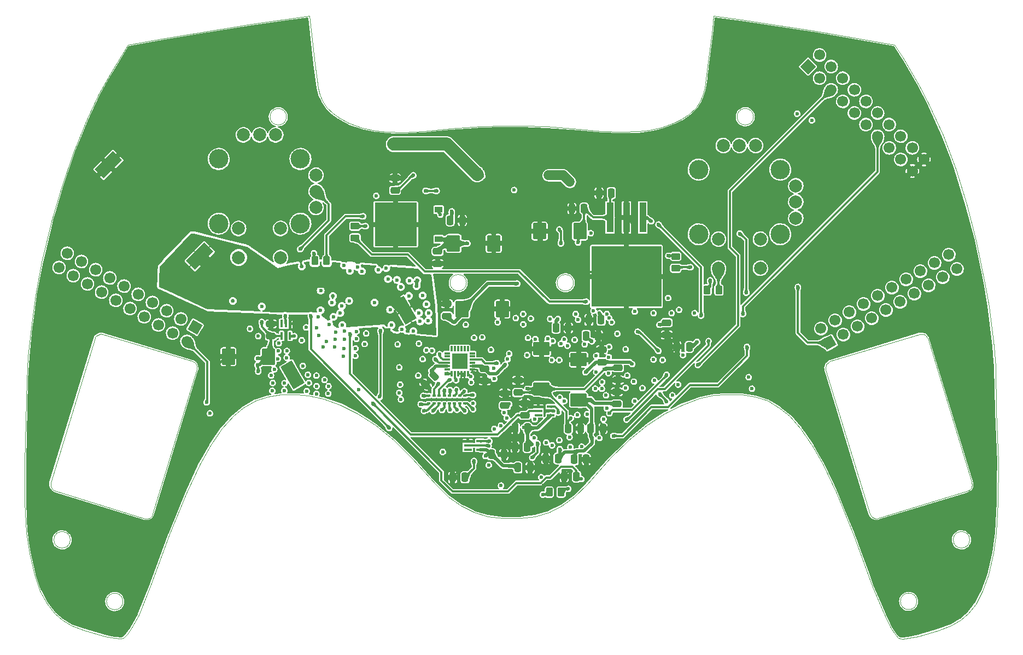
<source format=gbr>
%TF.GenerationSoftware,KiCad,Pcbnew,(6.0.9)*%
%TF.CreationDate,2022-11-22T19:39:32+02:00*%
%TF.ProjectId,PCB,5043422e-6b69-4636-9164-5f7063625858,rev?*%
%TF.SameCoordinates,Original*%
%TF.FileFunction,Copper,L10,Bot*%
%TF.FilePolarity,Positive*%
%FSLAX46Y46*%
G04 Gerber Fmt 4.6, Leading zero omitted, Abs format (unit mm)*
G04 Created by KiCad (PCBNEW (6.0.9)) date 2022-11-22 19:39:32*
%MOMM*%
%LPD*%
G01*
G04 APERTURE LIST*
G04 Aperture macros list*
%AMRoundRect*
0 Rectangle with rounded corners*
0 $1 Rounding radius*
0 $2 $3 $4 $5 $6 $7 $8 $9 X,Y pos of 4 corners*
0 Add a 4 corners polygon primitive as box body*
4,1,4,$2,$3,$4,$5,$6,$7,$8,$9,$2,$3,0*
0 Add four circle primitives for the rounded corners*
1,1,$1+$1,$2,$3*
1,1,$1+$1,$4,$5*
1,1,$1+$1,$6,$7*
1,1,$1+$1,$8,$9*
0 Add four rect primitives between the rounded corners*
20,1,$1+$1,$2,$3,$4,$5,0*
20,1,$1+$1,$4,$5,$6,$7,0*
20,1,$1+$1,$6,$7,$8,$9,0*
20,1,$1+$1,$8,$9,$2,$3,0*%
%AMHorizOval*
0 Thick line with rounded ends*
0 $1 width*
0 $2 $3 position (X,Y) of the first rounded end (center of the circle)*
0 $4 $5 position (X,Y) of the second rounded end (center of the circle)*
0 Add line between two ends*
20,1,$1,$2,$3,$4,$5,0*
0 Add two circle primitives to create the rounded ends*
1,1,$1,$2,$3*
1,1,$1,$4,$5*%
%AMRotRect*
0 Rectangle, with rotation*
0 The origin of the aperture is its center*
0 $1 length*
0 $2 width*
0 $3 Rotation angle, in degrees counterclockwise*
0 Add horizontal line*
21,1,$1,$2,0,0,$3*%
G04 Aperture macros list end*
%TA.AperFunction,Profile*%
%ADD10C,0.100000*%
%TD*%
%TA.AperFunction,ComponentPad*%
%ADD11RotRect,1.700000X1.700000X120.000000*%
%TD*%
%TA.AperFunction,ComponentPad*%
%ADD12HorizOval,1.700000X0.000000X0.000000X0.000000X0.000000X0*%
%TD*%
%TA.AperFunction,ComponentPad*%
%ADD13C,2.000000*%
%TD*%
%TA.AperFunction,ComponentPad*%
%ADD14C,3.000000*%
%TD*%
%TA.AperFunction,ComponentPad*%
%ADD15RotRect,1.700000X1.700000X45.000000*%
%TD*%
%TA.AperFunction,ComponentPad*%
%ADD16HorizOval,1.700000X0.000000X0.000000X0.000000X0.000000X0*%
%TD*%
%TA.AperFunction,ComponentPad*%
%ADD17RotRect,1.700000X1.700000X240.000000*%
%TD*%
%TA.AperFunction,ComponentPad*%
%ADD18HorizOval,1.700000X0.000000X0.000000X0.000000X0.000000X0*%
%TD*%
%TA.AperFunction,ComponentPad*%
%ADD19RotRect,2.000000X4.000000X135.000000*%
%TD*%
%TA.AperFunction,SMDPad,CuDef*%
%ADD20RoundRect,0.250000X-0.787500X-1.025000X0.787500X-1.025000X0.787500X1.025000X-0.787500X1.025000X0*%
%TD*%
%TA.AperFunction,SMDPad,CuDef*%
%ADD21RoundRect,0.250000X0.250000X0.475000X-0.250000X0.475000X-0.250000X-0.475000X0.250000X-0.475000X0*%
%TD*%
%TA.AperFunction,SMDPad,CuDef*%
%ADD22RoundRect,0.250000X0.475000X-0.250000X0.475000X0.250000X-0.475000X0.250000X-0.475000X-0.250000X0*%
%TD*%
%TA.AperFunction,SMDPad,CuDef*%
%ADD23R,1.200000X0.400000*%
%TD*%
%TA.AperFunction,SMDPad,CuDef*%
%ADD24RoundRect,0.250000X1.025000X-0.787500X1.025000X0.787500X-1.025000X0.787500X-1.025000X-0.787500X0*%
%TD*%
%TA.AperFunction,SMDPad,CuDef*%
%ADD25RoundRect,0.250000X-0.159099X0.512652X-0.512652X0.159099X0.159099X-0.512652X0.512652X-0.159099X0*%
%TD*%
%TA.AperFunction,SMDPad,CuDef*%
%ADD26RoundRect,0.250000X-0.250000X-0.475000X0.250000X-0.475000X0.250000X0.475000X-0.250000X0.475000X0*%
%TD*%
%TA.AperFunction,SMDPad,CuDef*%
%ADD27RoundRect,0.100000X0.150000X-0.100000X0.150000X0.100000X-0.150000X0.100000X-0.150000X-0.100000X0*%
%TD*%
%TA.AperFunction,SMDPad,CuDef*%
%ADD28RoundRect,0.250000X-0.262500X-0.450000X0.262500X-0.450000X0.262500X0.450000X-0.262500X0.450000X0*%
%TD*%
%TA.AperFunction,SMDPad,CuDef*%
%ADD29RoundRect,0.250000X-0.475000X0.250000X-0.475000X-0.250000X0.475000X-0.250000X0.475000X0.250000X0*%
%TD*%
%TA.AperFunction,SMDPad,CuDef*%
%ADD30R,0.400000X1.200000*%
%TD*%
%TA.AperFunction,ComponentPad*%
%ADD31RotRect,2.000000X4.000000X30.000000*%
%TD*%
%TA.AperFunction,SMDPad,CuDef*%
%ADD32RoundRect,0.250000X-0.450000X0.262500X-0.450000X-0.262500X0.450000X-0.262500X0.450000X0.262500X0*%
%TD*%
%TA.AperFunction,SMDPad,CuDef*%
%ADD33R,1.219200X0.889000*%
%TD*%
%TA.AperFunction,SMDPad,CuDef*%
%ADD34R,6.502400X6.731000*%
%TD*%
%TA.AperFunction,SMDPad,CuDef*%
%ADD35RoundRect,0.250000X0.787500X1.025000X-0.787500X1.025000X-0.787500X-1.025000X0.787500X-1.025000X0*%
%TD*%
%TA.AperFunction,SMDPad,CuDef*%
%ADD36R,1.100000X4.600000*%
%TD*%
%TA.AperFunction,SMDPad,CuDef*%
%ADD37R,10.800000X9.400000*%
%TD*%
%TA.AperFunction,SMDPad,CuDef*%
%ADD38RoundRect,0.250000X0.262500X0.450000X-0.262500X0.450000X-0.262500X-0.450000X0.262500X-0.450000X0*%
%TD*%
%TA.AperFunction,SMDPad,CuDef*%
%ADD39R,0.850000X0.300000*%
%TD*%
%TA.AperFunction,SMDPad,CuDef*%
%ADD40R,0.300000X0.850000*%
%TD*%
%TA.AperFunction,SMDPad,CuDef*%
%ADD41R,2.400000X2.400000*%
%TD*%
%TA.AperFunction,ViaPad*%
%ADD42C,0.600000*%
%TD*%
%TA.AperFunction,Conductor*%
%ADD43C,0.320000*%
%TD*%
%TA.AperFunction,Conductor*%
%ADD44C,0.500000*%
%TD*%
%TA.AperFunction,Conductor*%
%ADD45C,2.000000*%
%TD*%
%TA.AperFunction,Conductor*%
%ADD46C,1.500000*%
%TD*%
G04 APERTURE END LIST*
D10*
X175615600Y-38887400D02*
X187248800Y-40665400D01*
X199390000Y-42799000D01*
X200710800Y-44831000D01*
X203250800Y-49199800D01*
X204622400Y-51892200D01*
X206857600Y-56769000D01*
X208889600Y-62204600D01*
X210515200Y-67437000D01*
X211988400Y-73025000D01*
X213360000Y-79629000D01*
X213969600Y-83235800D01*
X214731600Y-89433400D01*
X214985600Y-92532200D01*
X215138000Y-99491800D01*
X215442800Y-107365800D01*
X215392000Y-113614200D01*
X215138000Y-118237000D01*
X214680800Y-121386600D01*
X213918800Y-124739400D01*
X213004400Y-127330200D01*
X211937600Y-129311400D01*
X210769200Y-130784600D01*
X209600800Y-131800600D01*
X208127600Y-132664200D01*
X206197200Y-133375400D01*
X203047600Y-134289800D01*
X201523600Y-134594600D01*
X200558400Y-134747000D01*
X200304400Y-134696200D01*
X199948800Y-134543800D01*
X199491600Y-134035800D01*
X198780400Y-132969000D01*
X197815200Y-130987800D01*
X195986400Y-126669800D01*
X192989200Y-118541800D01*
X190398400Y-112141000D01*
X188264800Y-107670600D01*
X186639200Y-104825800D01*
X184810400Y-102133400D01*
X183083200Y-100203000D01*
X181559200Y-98983800D01*
X179679600Y-97866200D01*
X177800000Y-97256600D01*
X175666400Y-96901000D01*
X173126400Y-96901000D01*
X171450000Y-97002600D01*
X169113200Y-97510600D01*
X166522400Y-98475800D01*
X163880800Y-99796600D01*
X161036000Y-101625400D01*
X158242000Y-103962200D01*
X155346400Y-106756200D01*
X151790400Y-110769400D01*
X149758400Y-112750600D01*
X147878800Y-114071400D01*
X145897600Y-115087400D01*
X143713200Y-115747800D01*
X141325600Y-116052600D01*
X138734800Y-116052600D01*
X136398000Y-115747800D01*
X134213600Y-115087400D01*
X132181600Y-114122200D01*
X130302000Y-112750600D01*
X128320800Y-110769400D01*
X124714000Y-106807000D01*
X121818400Y-103911400D01*
X119024400Y-101676200D01*
X116230400Y-99847400D01*
X113538000Y-98475800D01*
X110998000Y-97561400D01*
X108610400Y-97053400D01*
X106934000Y-96901000D01*
X104394000Y-96901000D01*
X102311200Y-97256600D01*
X100431600Y-97866200D01*
X98552000Y-98933000D01*
X97028000Y-100203000D01*
X95250000Y-102133400D01*
X93421200Y-104775000D01*
X91795600Y-107619800D01*
X89712800Y-112141000D01*
X87122000Y-118491000D01*
X84124800Y-126568200D01*
X82346800Y-130987800D01*
X81280000Y-132969000D01*
X80568800Y-133985000D01*
X79959200Y-134543800D01*
X79552800Y-134696200D01*
X78536800Y-134594600D01*
X77063600Y-134289800D01*
X73863200Y-133375400D01*
X71882000Y-132664200D01*
X70459600Y-131800600D01*
X69291200Y-130784600D01*
X68122800Y-129260600D01*
X67056000Y-127330200D01*
X66141600Y-124790200D01*
X65379600Y-121437400D01*
X64922400Y-118237000D01*
X64668400Y-113563400D01*
X64668400Y-107365800D01*
X64973200Y-94665800D01*
X65176400Y-91059000D01*
X65633600Y-86537800D01*
X66344800Y-81457800D01*
X67310000Y-76377800D01*
X68884800Y-69824600D01*
X70307200Y-64998600D01*
X72186800Y-59461400D01*
X74269600Y-54330600D01*
X76098400Y-50520600D01*
X78079600Y-46964600D01*
X80670400Y-42799000D01*
X86360000Y-41783000D01*
X99822000Y-39547800D01*
X108762800Y-38328600D01*
X109575600Y-45745400D01*
X110083600Y-49453800D01*
X110337600Y-50469800D01*
X110794800Y-51485800D01*
X111455200Y-52501800D01*
X112369600Y-53416200D01*
X113334800Y-54076600D01*
X114858800Y-54940200D01*
X116941600Y-55651400D01*
X118973600Y-56057800D01*
X120751600Y-56261000D01*
X123342400Y-56311800D01*
X126390400Y-56159400D01*
X130606800Y-55753000D01*
X135280400Y-55397400D01*
X138836400Y-55295800D01*
X141681200Y-55295800D01*
X145491200Y-55448200D01*
X150418800Y-55854600D01*
X154076400Y-56159400D01*
X157073600Y-56261000D01*
X159715200Y-56210200D01*
X161340800Y-56007000D01*
X163271200Y-55600600D01*
X165303200Y-54838600D01*
X166370000Y-54330600D01*
X167538400Y-53517800D01*
X168605200Y-52501800D01*
X169214800Y-51587400D01*
X169621200Y-50571400D01*
X169976800Y-49453800D01*
X170332400Y-46710600D01*
X171145200Y-40360600D01*
X171297600Y-38328600D01*
X175615600Y-38887400D01*
X79886044Y-128933444D02*
G75*
G03*
X79886044Y-128933444I-1273044J0D01*
G01*
X177523644Y-53927244D02*
G75*
G03*
X177523644Y-53927244I-1273044J0D01*
G01*
X133073644Y-79606644D02*
G75*
G03*
X133073644Y-79606644I-1273044J0D01*
G01*
X202822044Y-128908044D02*
G75*
G03*
X202822044Y-128908044I-1273044J0D01*
G01*
X76758800Y-87553800D02*
X90627200Y-91770200D01*
X91033600Y-91973400D01*
X91236800Y-92227400D01*
X91287600Y-92481400D01*
X91338400Y-92684600D01*
X91338400Y-93040200D01*
X84480400Y-115392200D01*
X84429600Y-115544600D01*
X84277200Y-115798600D01*
X84023200Y-116001800D01*
X83667600Y-116103400D01*
X83261200Y-116103400D01*
X69392800Y-111836200D01*
X69138800Y-111683800D01*
X68986400Y-111531400D01*
X68783200Y-111277400D01*
X68681600Y-111023400D01*
X68681600Y-110566200D01*
X75539600Y-88214200D01*
X75590400Y-88011000D01*
X75742800Y-87858600D01*
X76047600Y-87655400D01*
X76403200Y-87503000D01*
X76758800Y-87553800D01*
X149659844Y-79606644D02*
G75*
G03*
X149659844Y-79606644I-1273044J0D01*
G01*
X203962000Y-87604600D02*
X204114400Y-87655400D01*
X204266800Y-87858600D01*
X204368400Y-88011000D01*
X204520800Y-88214200D01*
X211277200Y-110363000D01*
X211328000Y-110566200D01*
X211378800Y-110871000D01*
X211328000Y-111175800D01*
X211226400Y-111429800D01*
X211023200Y-111633000D01*
X210667600Y-111836200D01*
X196850000Y-116052600D01*
X196697600Y-116103400D01*
X196392800Y-116103400D01*
X195884800Y-115900200D01*
X195681600Y-115646200D01*
X195529200Y-115392200D01*
X188722000Y-93091000D01*
X188671200Y-92735400D01*
X188772800Y-92329000D01*
X188874400Y-92176600D01*
X189179200Y-91871800D01*
X189382400Y-91770200D01*
X203250800Y-87553800D01*
X203708000Y-87553800D01*
X203962000Y-87604600D01*
X211000844Y-119383044D02*
G75*
G03*
X211000844Y-119383044I-1273044J0D01*
G01*
X105209844Y-53927244D02*
G75*
G03*
X105209844Y-53927244I-1273044J0D01*
G01*
X71732644Y-119383044D02*
G75*
G03*
X71732644Y-119383044I-1273044J0D01*
G01*
D11*
%TO.P,J2,1,Pin_1*%
%TO.N,/M_out2*%
X189239773Y-88900000D03*
D12*
%TO.P,J2,2,Pin_2*%
%TO.N,/M_out1*%
X187969773Y-86700295D03*
%TO.P,J2,3,Pin_3*%
%TO.N,unconnected-(J2-Pad3)*%
X191439478Y-87630000D03*
%TO.P,J2,4,Pin_4*%
%TO.N,unconnected-(J2-Pad4)*%
X190169478Y-85430295D03*
%TO.P,J2,5,Pin_5*%
%TO.N,unconnected-(J2-Pad5)*%
X193639182Y-86360000D03*
%TO.P,J2,6,Pin_6*%
%TO.N,unconnected-(J2-Pad6)*%
X192369182Y-84160295D03*
%TO.P,J2,7,Pin_7*%
%TO.N,unconnected-(J2-Pad7)*%
X195838887Y-85090000D03*
%TO.P,J2,8,Pin_8*%
%TO.N,unconnected-(J2-Pad8)*%
X194568887Y-82890295D03*
%TO.P,J2,9,Pin_9*%
%TO.N,unconnected-(J2-Pad9)*%
X198038591Y-83820000D03*
%TO.P,J2,10,Pin_10*%
%TO.N,unconnected-(J2-Pad10)*%
X196768591Y-81620295D03*
%TO.P,J2,11,Pin_11*%
%TO.N,unconnected-(J2-Pad11)*%
X200238296Y-82550000D03*
%TO.P,J2,12,Pin_12*%
%TO.N,unconnected-(J2-Pad12)*%
X198968296Y-80350295D03*
%TO.P,J2,13,Pin_13*%
%TO.N,unconnected-(J2-Pad13)*%
X202438000Y-81280000D03*
%TO.P,J2,14,Pin_14*%
%TO.N,unconnected-(J2-Pad14)*%
X201168000Y-79080295D03*
%TO.P,J2,15,Pin_15*%
%TO.N,unconnected-(J2-Pad15)*%
X204637705Y-80010000D03*
%TO.P,J2,16,Pin_16*%
%TO.N,unconnected-(J2-Pad16)*%
X203367705Y-77810295D03*
%TO.P,J2,17,Pin_17*%
%TO.N,unconnected-(J2-Pad17)*%
X206837409Y-78740000D03*
%TO.P,J2,18,Pin_18*%
%TO.N,unconnected-(J2-Pad18)*%
X205567409Y-76540295D03*
%TO.P,J2,19,Pin_19*%
%TO.N,unconnected-(J2-Pad19)*%
X209037114Y-77470000D03*
%TO.P,J2,20,Pin_20*%
%TO.N,unconnected-(J2-Pad20)*%
X207767114Y-75270295D03*
%TD*%
D13*
%TO.P,U6,1,1*%
%TO.N,Net-(R27-Pad1)*%
X103545000Y-56730000D03*
%TO.P,U6,1`,1`*%
%TO.N,Net-(R29-Pad1)*%
X109775000Y-67960000D03*
%TO.P,U6,2,2*%
%TO.N,JOY_Y_OUT1*%
X101045000Y-56730000D03*
%TO.P,U6,2`,2`*%
%TO.N,JOY_X_OUT1*%
X109775000Y-65460000D03*
%TO.P,U6,3,3*%
%TO.N,Net-(R28-Pad1)*%
X98545000Y-56730000D03*
%TO.P,U6,3`,3`*%
%TO.N,Net-(R30-Pad1)*%
X109775000Y-62960000D03*
D14*
%TO.P,U6,MH*%
%TO.N,N/C*%
X94720000Y-60460000D03*
X107370000Y-60460000D03*
X107370000Y-70460000D03*
X94720000Y-70460000D03*
D13*
%TO.P,U6,a,A*%
%TO.N,+3V3*%
X97795000Y-71210000D03*
%TO.P,U6,b,A*%
X104295000Y-71210000D03*
%TO.P,U6,c,B*%
%TO.N,Net-(R26-Pad1)*%
X97795000Y-75710000D03*
%TO.P,U6,d,B*%
X104295000Y-75710000D03*
%TD*%
D15*
%TO.P,J1,1,Pin_1*%
%TO.N,TCK*%
X185964744Y-46162867D03*
D16*
%TO.P,J1,2,Pin_2*%
%TO.N,unconnected-(J1-Pad2)*%
X187760795Y-44366816D03*
%TO.P,J1,3,Pin_3*%
%TO.N,CLK_25MHZ*%
X187760795Y-47958918D03*
%TO.P,J1,4,Pin_4*%
%TO.N,unconnected-(J1-Pad4)*%
X189556846Y-46162867D03*
%TO.P,J1,5,Pin_5*%
%TO.N,DONE*%
X189556846Y-49754969D03*
%TO.P,J1,6,Pin_6*%
%TO.N,unconnected-(J1-Pad6)*%
X191352898Y-47958918D03*
%TO.P,J1,7,Pin_7*%
%TO.N,TMS*%
X191352898Y-51551021D03*
%TO.P,J1,8,Pin_8*%
%TO.N,unconnected-(J1-Pad8)*%
X193148949Y-49754969D03*
%TO.P,J1,9,Pin_9*%
%TO.N,PROG_B*%
X193148949Y-53347072D03*
%TO.P,J1,10,Pin_10*%
%TO.N,unconnected-(J1-Pad10)*%
X194945000Y-51551021D03*
%TO.P,J1,11,Pin_11*%
%TO.N,unconnected-(J1-Pad11)*%
X194945000Y-55143123D03*
%TO.P,J1,12,Pin_12*%
%TO.N,unconnected-(J1-Pad12)*%
X196741051Y-53347072D03*
%TO.P,J1,13,Pin_13*%
%TO.N,TDO*%
X196741051Y-56939174D03*
%TO.P,J1,14,Pin_14*%
%TO.N,unconnected-(J1-Pad14)*%
X198537103Y-55143123D03*
%TO.P,J1,15,Pin_15*%
%TO.N,TDI*%
X198537103Y-58735226D03*
%TO.P,J1,16,Pin_16*%
%TO.N,unconnected-(J1-Pad16)*%
X200333154Y-56939174D03*
%TO.P,J1,17,Pin_17*%
%TO.N,+3V3*%
X200333154Y-60531277D03*
%TO.P,J1,18,Pin_18*%
X202129205Y-58735226D03*
%TO.P,J1,19,Pin_19*%
%TO.N,Earth*%
X202129205Y-62327328D03*
%TO.P,J1,20,Pin_20*%
X203925256Y-60531277D03*
%TD*%
D13*
%TO.P,U7,1,1*%
%TO.N,Net-(R31-Pad1)*%
X177845000Y-58380000D03*
%TO.P,U7,1`,1`*%
%TO.N,Net-(R34-Pad1)*%
X184075000Y-69610000D03*
%TO.P,U7,2,2*%
%TO.N,JOY_Y_OUT2*%
X175345000Y-58380000D03*
%TO.P,U7,2`,2`*%
%TO.N,JOY_X_OUT2*%
X184075000Y-67110000D03*
%TO.P,U7,3,3*%
%TO.N,Net-(R33-Pad1)*%
X172845000Y-58380000D03*
%TO.P,U7,3`,3`*%
%TO.N,Net-(R35-Pad1)*%
X184075000Y-64610000D03*
D14*
%TO.P,U7,MH*%
%TO.N,N/C*%
X181670000Y-62110000D03*
X169020000Y-62110000D03*
X181670000Y-72110000D03*
X169020000Y-72110000D03*
D13*
%TO.P,U7,a,A*%
%TO.N,+3V3*%
X172095000Y-72860000D03*
%TO.P,U7,b,A*%
X178595000Y-72860000D03*
%TO.P,U7,c,B*%
%TO.N,Net-(R32-Pad1)*%
X172095000Y-77360000D03*
%TO.P,U7,d,B*%
X178595000Y-77360000D03*
%TD*%
D17*
%TO.P,J3,1,Pin_1*%
%TO.N,/M_out4*%
X91059000Y-86487000D03*
D18*
%TO.P,J3,2,Pin_2*%
%TO.N,/M_out3*%
X89789000Y-88686705D03*
%TO.P,J3,3,Pin_3*%
%TO.N,unconnected-(J3-Pad3)*%
X88859295Y-85217000D03*
%TO.P,J3,4,Pin_4*%
%TO.N,unconnected-(J3-Pad4)*%
X87589295Y-87416705D03*
%TO.P,J3,5,Pin_5*%
%TO.N,unconnected-(J3-Pad5)*%
X86659591Y-83947000D03*
%TO.P,J3,6,Pin_6*%
%TO.N,unconnected-(J3-Pad6)*%
X85389591Y-86146705D03*
%TO.P,J3,7,Pin_7*%
%TO.N,unconnected-(J3-Pad7)*%
X84459886Y-82677000D03*
%TO.P,J3,8,Pin_8*%
%TO.N,unconnected-(J3-Pad8)*%
X83189886Y-84876705D03*
%TO.P,J3,9,Pin_9*%
%TO.N,unconnected-(J3-Pad9)*%
X82260182Y-81407000D03*
%TO.P,J3,10,Pin_10*%
%TO.N,unconnected-(J3-Pad10)*%
X80990182Y-83606705D03*
%TO.P,J3,11,Pin_11*%
%TO.N,unconnected-(J3-Pad11)*%
X80060477Y-80137000D03*
%TO.P,J3,12,Pin_12*%
%TO.N,unconnected-(J3-Pad12)*%
X78790477Y-82336705D03*
%TO.P,J3,13,Pin_13*%
%TO.N,unconnected-(J3-Pad13)*%
X77860773Y-78867000D03*
%TO.P,J3,14,Pin_14*%
%TO.N,unconnected-(J3-Pad14)*%
X76590773Y-81066705D03*
%TO.P,J3,15,Pin_15*%
%TO.N,unconnected-(J3-Pad15)*%
X75661068Y-77597000D03*
%TO.P,J3,16,Pin_16*%
%TO.N,unconnected-(J3-Pad16)*%
X74391068Y-79796705D03*
%TO.P,J3,17,Pin_17*%
%TO.N,unconnected-(J3-Pad17)*%
X73461364Y-76327000D03*
%TO.P,J3,18,Pin_18*%
%TO.N,unconnected-(J3-Pad18)*%
X72191364Y-78526705D03*
%TO.P,J3,19,Pin_19*%
%TO.N,unconnected-(J3-Pad19)*%
X71261659Y-75057000D03*
%TO.P,J3,20,Pin_20*%
%TO.N,unconnected-(J3-Pad20)*%
X69991659Y-77256705D03*
%TD*%
D19*
%TO.P,BT2,1,+*%
%TO.N,/RAW3*%
X91774812Y-75518812D03*
%TO.P,BT2,2,-*%
%TO.N,Earth*%
X77632676Y-61376676D03*
%TD*%
D20*
%TO.P,C26,1*%
%TO.N,+3V3*%
X132396500Y-83693000D03*
%TO.P,C26,2*%
%TO.N,Earth*%
X138621500Y-83693000D03*
%TD*%
D21*
%TO.P,C13,1*%
%TO.N,/RR2*%
X155509000Y-65735200D03*
%TO.P,C13,2*%
%TO.N,Earth*%
X153609000Y-65735200D03*
%TD*%
D22*
%TO.P,C47,1*%
%TO.N,+3V3*%
X130048000Y-84770000D03*
%TO.P,C47,2*%
%TO.N,Earth*%
X130048000Y-82870000D03*
%TD*%
D23*
%TO.P,IC7,1,NC*%
%TO.N,unconnected-(IC7-Pad1)*%
X144211000Y-100091000D03*
%TO.P,IC7,2,A*%
%TO.N,Net-(C52-Pad1)*%
X144211000Y-99441000D03*
%TO.P,IC7,3,GND*%
%TO.N,Earth*%
X144211000Y-98791000D03*
%TO.P,IC7,4,Y*%
%TO.N,DPAD_OUT_22*%
X146111000Y-98791000D03*
%TO.P,IC7,5,VCC*%
%TO.N,+3V3*%
X146111000Y-100091000D03*
%TD*%
D24*
%TO.P,C31,1*%
%TO.N,+2V5*%
X144703800Y-96051100D03*
%TO.P,C31,2*%
%TO.N,Earth*%
X144703800Y-89826100D03*
%TD*%
D22*
%TO.P,C39,1*%
%TO.N,+3V3*%
X139014200Y-98613000D03*
%TO.P,C39,2*%
%TO.N,Earth*%
X139014200Y-96713000D03*
%TD*%
D25*
%TO.P,C19,1*%
%TO.N,+3V3*%
X128089502Y-94033498D03*
%TO.P,C19,2*%
%TO.N,Earth*%
X126746000Y-95377000D03*
%TD*%
D26*
%TO.P,C37,1*%
%TO.N,+3V3*%
X152313600Y-102158800D03*
%TO.P,C37,2*%
%TO.N,Earth*%
X154213600Y-102158800D03*
%TD*%
%TO.P,C63,1*%
%TO.N,+3V3*%
X141036000Y-108204000D03*
%TO.P,C63,2*%
%TO.N,Earth*%
X142936000Y-108204000D03*
%TD*%
D20*
%TO.P,C9,1*%
%TO.N,/RR1*%
X131075700Y-73533000D03*
%TO.P,C9,2*%
%TO.N,Earth*%
X137300700Y-73533000D03*
%TD*%
D21*
%TO.P,C59,1*%
%TO.N,+3V3*%
X147254000Y-106807000D03*
%TO.P,C59,2*%
%TO.N,Earth*%
X145354000Y-106807000D03*
%TD*%
D27*
%TO.P,R8,1,1*%
%TO.N,Net-(R8-Pad1)*%
X132842000Y-98298000D03*
%TO.P,R8,2,2*%
%TO.N,Net-(R8-Pad2)*%
X132042000Y-98298000D03*
%TO.P,R8,3,3*%
%TO.N,Net-(R8-Pad3)*%
X131242000Y-98298000D03*
%TO.P,R8,4,4*%
%TO.N,Net-(R8-Pad4)*%
X130442000Y-98298000D03*
%TO.P,R8,5,5*%
%TO.N,Net-(R8-Pad5)*%
X129642000Y-98298000D03*
%TO.P,R8,6,6*%
%TO.N,Net-(R8-Pad6)*%
X128842000Y-98298000D03*
%TO.P,R8,7,7*%
%TO.N,Net-(R8-Pad7)*%
X128042000Y-98298000D03*
%TO.P,R8,8,8*%
%TO.N,Net-(R8-Pad8)*%
X127242000Y-98298000D03*
%TO.P,R8,9,9*%
%TO.N,MEM_D_0*%
X127242000Y-97098000D03*
%TO.P,R8,10,10*%
%TO.N,MEM_D_1*%
X128042000Y-97098000D03*
%TO.P,R8,11,11*%
%TO.N,MEM_D_2*%
X128842000Y-97098000D03*
%TO.P,R8,12,12*%
%TO.N,MEM_D_3*%
X129642000Y-97098000D03*
%TO.P,R8,13,13*%
%TO.N,MEM_D_4*%
X130442000Y-97098000D03*
%TO.P,R8,14,14*%
%TO.N,MEM_D_5*%
X131242000Y-97098000D03*
%TO.P,R8,15,15*%
%TO.N,MEM_D_6*%
X132042000Y-97098000D03*
%TO.P,R8,16,16*%
%TO.N,MEM_D_7*%
X132842000Y-97098000D03*
%TD*%
D21*
%TO.P,C67,1*%
%TO.N,+3V3*%
X142489000Y-105029000D03*
%TO.P,C67,2*%
%TO.N,Earth*%
X140589000Y-105029000D03*
%TD*%
D28*
%TO.P,R23,1*%
%TO.N,Net-(R23-Pad1)*%
X145899500Y-112014000D03*
%TO.P,R23,2*%
%TO.N,Net-(C58-Pad1)*%
X147724500Y-112014000D03*
%TD*%
D29*
%TO.P,C56,1*%
%TO.N,Net-(C56-Pad1)*%
X164084000Y-85791000D03*
%TO.P,C56,2*%
%TO.N,Earth*%
X164084000Y-87691000D03*
%TD*%
D26*
%TO.P,C8,1*%
%TO.N,/RR1*%
X130545800Y-69951600D03*
%TO.P,C8,2*%
%TO.N,Earth*%
X132445800Y-69951600D03*
%TD*%
%TO.P,C28,1*%
%TO.N,+2V5*%
X148833800Y-102158800D03*
%TO.P,C28,2*%
%TO.N,Earth*%
X150733800Y-102158800D03*
%TD*%
D22*
%TO.P,C27,1*%
%TO.N,+2V5*%
X141071600Y-96606400D03*
%TO.P,C27,2*%
%TO.N,Earth*%
X141071600Y-94706400D03*
%TD*%
D30*
%TO.P,IC13,1,NC*%
%TO.N,unconnected-(IC13-Pad1)*%
X104455200Y-85943400D03*
%TO.P,IC13,2,A*%
%TO.N,Net-(C64-Pad1)*%
X105105200Y-85943400D03*
%TO.P,IC13,3,GND*%
%TO.N,Earth*%
X105755200Y-85943400D03*
%TO.P,IC13,4,Y*%
%TO.N,JOY_BUTT_OUT1*%
X105755200Y-87843400D03*
%TO.P,IC13,5,VCC*%
%TO.N,+3V3*%
X104455200Y-87843400D03*
%TD*%
D22*
%TO.P,C36,1*%
%TO.N,+3V3*%
X156362400Y-98384400D03*
%TO.P,C36,2*%
%TO.N,Earth*%
X156362400Y-96484400D03*
%TD*%
D31*
%TO.P,BT1,1,+*%
%TO.N,/RAW6*%
X106160841Y-93872000D03*
%TO.P,BT1,2,-*%
%TO.N,/RAW3*%
X123481349Y-83872000D03*
%TD*%
D26*
%TO.P,C53,1*%
%TO.N,+3V3*%
X136972000Y-106172000D03*
%TO.P,C53,2*%
%TO.N,Earth*%
X138872000Y-106172000D03*
%TD*%
D21*
%TO.P,C14,1*%
%TO.N,/RR2*%
X151292600Y-68122800D03*
%TO.P,C14,2*%
%TO.N,Earth*%
X149392600Y-68122800D03*
%TD*%
D32*
%TO.P,R19,1*%
%TO.N,Net-(R19-Pad1)*%
X165481000Y-75541500D03*
%TO.P,R19,2*%
%TO.N,Net-(C50-Pad1)*%
X165481000Y-77366500D03*
%TD*%
D22*
%TO.P,C65,1*%
%TO.N,+3V3*%
X102793800Y-87868800D03*
%TO.P,C65,2*%
%TO.N,Earth*%
X102793800Y-85968800D03*
%TD*%
D33*
%TO.P,IC1,1,VOUT*%
%TO.N,+3V3*%
X128778000Y-68300600D03*
D34*
%TO.P,IC1,2,GND*%
%TO.N,Earth*%
X122123200Y-70586600D03*
D33*
%TO.P,IC1,3,VIN*%
%TO.N,/RR1*%
X128778000Y-72872600D03*
%TD*%
D35*
%TO.P,C21,1*%
%TO.N,+3V3*%
X102426500Y-91059000D03*
%TO.P,C21,2*%
%TO.N,Earth*%
X96201500Y-91059000D03*
%TD*%
D29*
%TO.P,C7,1*%
%TO.N,/RR1*%
X128600200Y-74767400D03*
%TO.P,C7,2*%
%TO.N,Earth*%
X128600200Y-76667400D03*
%TD*%
%TO.P,C29,1*%
%TO.N,+2V5*%
X156540200Y-92750600D03*
%TO.P,C29,2*%
%TO.N,Earth*%
X156540200Y-94650600D03*
%TD*%
D22*
%TO.P,C69,1*%
%TO.N,+3V3*%
X122021600Y-65313600D03*
%TO.P,C69,2*%
%TO.N,Earth*%
X122021600Y-63413600D03*
%TD*%
D26*
%TO.P,C45,1*%
%TO.N,+3V3*%
X149733000Y-106934000D03*
%TO.P,C45,2*%
%TO.N,Earth*%
X151633000Y-106934000D03*
%TD*%
D21*
%TO.P,C60,1*%
%TO.N,Net-(C60-Pad1)*%
X150109000Y-109601000D03*
%TO.P,C60,2*%
%TO.N,Earth*%
X148209000Y-109601000D03*
%TD*%
%TO.P,C35,1*%
%TO.N,+3V3*%
X153934200Y-85344000D03*
%TO.P,C35,2*%
%TO.N,Earth*%
X152034200Y-85344000D03*
%TD*%
D26*
%TO.P,C34,1*%
%TO.N,+3V3*%
X146954200Y-86588600D03*
%TO.P,C34,2*%
%TO.N,Earth*%
X148854200Y-86588600D03*
%TD*%
D23*
%TO.P,IC14,1,NC*%
%TO.N,unconnected-(IC14-Pad1)*%
X133289000Y-105425000D03*
%TO.P,IC14,2,A*%
%TO.N,Net-(C66-Pad1)*%
X133289000Y-104775000D03*
%TO.P,IC14,3,GND*%
%TO.N,Earth*%
X133289000Y-104125000D03*
%TO.P,IC14,4,Y*%
%TO.N,JOY_BUTT_OUT2*%
X135189000Y-104125000D03*
%TO.P,IC14,5,VCC*%
%TO.N,+3V3*%
X135189000Y-105425000D03*
%TD*%
D36*
%TO.P,U3,1,IN*%
%TO.N,/RR2*%
X155302000Y-69501800D03*
D37*
%TO.P,U3,2,GND*%
%TO.N,Earth*%
X157842000Y-78651800D03*
D36*
X157842000Y-69501800D03*
%TO.P,U3,3,OUT*%
%TO.N,+2V5*%
X160382000Y-69501800D03*
%TD*%
D26*
%TO.P,C30,1*%
%TO.N,+2V5*%
X151602400Y-87833200D03*
%TO.P,C30,2*%
%TO.N,Earth*%
X153502400Y-87833200D03*
%TD*%
D21*
%TO.P,C38,1*%
%TO.N,+3V3*%
X142529600Y-102108000D03*
%TO.P,C38,2*%
%TO.N,Earth*%
X140629600Y-102108000D03*
%TD*%
D32*
%TO.P,R16,1*%
%TO.N,Net-(R16-Pad1)*%
X115824000Y-70842500D03*
%TO.P,R16,2*%
%TO.N,Net-(C44-Pad1)*%
X115824000Y-72667500D03*
%TD*%
D29*
%TO.P,C20,1*%
%TO.N,+3V3*%
X135890000Y-92903000D03*
%TO.P,C20,2*%
%TO.N,Earth*%
X135890000Y-94803000D03*
%TD*%
D22*
%TO.P,C52,1*%
%TO.N,Net-(C52-Pad1)*%
X142113000Y-100137000D03*
%TO.P,C52,2*%
%TO.N,Earth*%
X142113000Y-98237000D03*
%TD*%
D38*
%TO.P,R18,1*%
%TO.N,Net-(R18-Pad1)*%
X111426000Y-76200000D03*
%TO.P,R18,2*%
%TO.N,Net-(C48-Pad1)*%
X109601000Y-76200000D03*
%TD*%
D22*
%TO.P,C33,1*%
%TO.N,+3V3*%
X154051000Y-91882000D03*
%TO.P,C33,2*%
%TO.N,Earth*%
X154051000Y-89982000D03*
%TD*%
D21*
%TO.P,C62,1*%
%TO.N,Net-(C62-Pad1)*%
X132842000Y-109728000D03*
%TO.P,C62,2*%
%TO.N,Earth*%
X130942000Y-109728000D03*
%TD*%
D35*
%TO.P,C15,1*%
%TO.N,/RR2*%
X150635700Y-71628000D03*
%TO.P,C15,2*%
%TO.N,Earth*%
X144410700Y-71628000D03*
%TD*%
D39*
%TO.P,AC1,1,NC_1*%
%TO.N,unconnected-(AC1-Pad1)*%
X133979200Y-90520200D03*
%TO.P,AC1,2,NC_2*%
%TO.N,unconnected-(AC1-Pad2)*%
X133979200Y-91020200D03*
%TO.P,AC1,3,INT_2*%
%TO.N,ACCEL_INT2*%
X133979200Y-91520200D03*
%TO.P,AC1,4,RESERVED_1*%
%TO.N,unconnected-(AC1-Pad4)*%
X133979200Y-92020200D03*
%TO.P,AC1,5,VDD*%
%TO.N,+3V3*%
X133979200Y-92520200D03*
%TO.P,AC1,6,GND_1*%
%TO.N,Earth*%
X133979200Y-93020200D03*
D40*
%TO.P,AC1,7,INT_1*%
%TO.N,ACCEL_INT1*%
X133279200Y-93720200D03*
%TO.P,AC1,8,GND_2*%
%TO.N,Earth*%
X132779200Y-93720200D03*
%TO.P,AC1,9,GND_3*%
X132279200Y-93720200D03*
%TO.P,AC1,10,GND_4*%
X131779200Y-93720200D03*
%TO.P,AC1,11,SPC/SCL*%
%TO.N,SCK*%
X131279200Y-93720200D03*
%TO.P,AC1,12,CS*%
%TO.N,ACCEL_CS*%
X130779200Y-93720200D03*
D39*
%TO.P,AC1,13,RESERVED_2*%
%TO.N,unconnected-(AC1-Pad13)*%
X130079200Y-93020200D03*
%TO.P,AC1,14,VDD_IO*%
%TO.N,+3V3*%
X130079200Y-92520200D03*
%TO.P,AC1,15,SDO/SA0*%
%TO.N,SDO*%
X130079200Y-92020200D03*
%TO.P,AC1,16,SDI/SDO/SDA*%
%TO.N,SDI*%
X130079200Y-91520200D03*
%TO.P,AC1,17,NC_3*%
%TO.N,unconnected-(AC1-Pad17)*%
X130079200Y-91020200D03*
%TO.P,AC1,18,NC_4*%
%TO.N,unconnected-(AC1-Pad18)*%
X130079200Y-90520200D03*
D40*
%TO.P,AC1,19,NC_5*%
%TO.N,unconnected-(AC1-Pad19)*%
X130779200Y-89820200D03*
%TO.P,AC1,20,NC_6*%
%TO.N,unconnected-(AC1-Pad20)*%
X131279200Y-89820200D03*
%TO.P,AC1,21,NC_7*%
%TO.N,unconnected-(AC1-Pad21)*%
X131779200Y-89820200D03*
%TO.P,AC1,22,NC_8*%
%TO.N,unconnected-(AC1-Pad22)*%
X132279200Y-89820200D03*
%TO.P,AC1,23,NC_9*%
%TO.N,unconnected-(AC1-Pad23)*%
X132779200Y-89820200D03*
%TO.P,AC1,24,NC_10*%
%TO.N,unconnected-(AC1-Pad24)*%
X133279200Y-89820200D03*
D41*
%TO.P,AC1,25,NC_11*%
%TO.N,unconnected-(AC1-Pad25)*%
X132029200Y-91770200D03*
%TD*%
D21*
%TO.P,C57,1*%
%TO.N,+3V3*%
X167574000Y-89535000D03*
%TO.P,C57,2*%
%TO.N,Earth*%
X165674000Y-89535000D03*
%TD*%
D24*
%TO.P,C43,1*%
%TO.N,+3V3*%
X150444200Y-97727500D03*
%TO.P,C43,2*%
%TO.N,Earth*%
X150444200Y-91502500D03*
%TD*%
D38*
%TO.P,R32,1*%
%TO.N,Net-(R32-Pad1)*%
X172159300Y-80721200D03*
%TO.P,R32,2*%
%TO.N,Net-(C66-Pad1)*%
X170334300Y-80721200D03*
%TD*%
D42*
%TO.N,/RAW3*%
X92964000Y-79502000D03*
X88976200Y-74447400D03*
X88849200Y-78892400D03*
X87020400Y-76758800D03*
X124046521Y-80121500D03*
X125247400Y-81584800D03*
X117195600Y-82778600D03*
X125120400Y-86131400D03*
X122580400Y-85979000D03*
X106019600Y-81407000D03*
X121666000Y-84937600D03*
X125247400Y-83108800D03*
X98018600Y-80848200D03*
X99339400Y-80822800D03*
X96088200Y-81000600D03*
X100914200Y-81000600D03*
X99314000Y-77901800D03*
X100634800Y-77876400D03*
X99288600Y-76758800D03*
X100634800Y-76758800D03*
X97815400Y-77698600D03*
X96266000Y-77749400D03*
X94945200Y-76403200D03*
X103352600Y-77444600D03*
X94970600Y-74777600D03*
X96291400Y-74752200D03*
X94945200Y-73634600D03*
X96291400Y-73634600D03*
X90220800Y-73914000D03*
X93649800Y-73380600D03*
X90195400Y-72771000D03*
X91541600Y-72771000D03*
X87757000Y-80340200D03*
X88823800Y-76885800D03*
X87477600Y-75768200D03*
X88823800Y-75768200D03*
X92964000Y-81940400D03*
X94284800Y-81915000D03*
X92938600Y-80797400D03*
X94284800Y-80797400D03*
X90220800Y-81915000D03*
X91541600Y-81889600D03*
X90195400Y-80772000D03*
X91541600Y-80772000D03*
X91490800Y-79578200D03*
X90170000Y-79603600D03*
X91490800Y-78460600D03*
X90144600Y-78460600D03*
%TO.N,/RAW6*%
X117322600Y-89077800D03*
X104013000Y-88976200D03*
X111099600Y-94640400D03*
X113868200Y-86131400D03*
X113792000Y-83210400D03*
X113538000Y-84302600D03*
X114909600Y-82397600D03*
X123113800Y-86842600D03*
X121462800Y-86182200D03*
X121259600Y-83794600D03*
X127177800Y-85496400D03*
X125730000Y-84251800D03*
X125907800Y-85598000D03*
X127228600Y-84328000D03*
X126873000Y-82956400D03*
X124155200Y-81635600D03*
X126314200Y-81584800D03*
X124256800Y-79273400D03*
X120650000Y-77317600D03*
X120929400Y-79044800D03*
X122301000Y-79171800D03*
X118846600Y-82677000D03*
X116916200Y-77851000D03*
X110505421Y-80833619D03*
X119456200Y-77571600D03*
X117551200Y-87452200D03*
X114122200Y-76911200D03*
X115011200Y-77800200D03*
X116179600Y-77165200D03*
X112471200Y-84912200D03*
X110490000Y-83845400D03*
X110109000Y-84912200D03*
X112268000Y-82651600D03*
X112852200Y-87223600D03*
X109855000Y-86588600D03*
X110236000Y-87731600D03*
X111810800Y-86029800D03*
X112699800Y-89535000D03*
X111353600Y-88722200D03*
X110845600Y-89560400D03*
X112725200Y-88392000D03*
X116027200Y-88290400D03*
X114223800Y-87122000D03*
X114173000Y-88315800D03*
X116052600Y-87147400D03*
X115874800Y-90932000D03*
X114071400Y-89763600D03*
X114020600Y-90957400D03*
X115900200Y-89789000D03*
X105232200Y-91211400D03*
X103936800Y-90170000D03*
X103886000Y-91363800D03*
X105257600Y-90170000D03*
X108356400Y-96367600D03*
X102819200Y-93954600D03*
X103327200Y-93014800D03*
X108686600Y-95097600D03*
X109829600Y-93980000D03*
X107721400Y-92481400D03*
X108534200Y-93853000D03*
X108254800Y-86512400D03*
X111683800Y-96774000D03*
X109880400Y-95605600D03*
X109829600Y-96799400D03*
X111709200Y-95631000D03*
X104902000Y-95148400D03*
X103073200Y-95123000D03*
X104876600Y-96291400D03*
X103022400Y-96316800D03*
%TO.N,Net-(C22-Pad1)*%
X147701000Y-73533000D03*
X147447000Y-71374000D03*
%TO.N,Net-(C44-Pad1)*%
X159588200Y-87172800D03*
X162814000Y-90170000D03*
X151638000Y-82550000D03*
%TO.N,Net-(C48-Pad1)*%
X109474000Y-75057000D03*
%TO.N,Net-(C50-Pad1)*%
X144653000Y-109702600D03*
X167767000Y-77216000D03*
X168402000Y-84328000D03*
%TO.N,Net-(C52-Pad1)*%
X115062000Y-87503000D03*
%TO.N,Net-(C56-Pad1)*%
X162941000Y-86106000D03*
X122428000Y-89154000D03*
X164312600Y-81965800D03*
%TO.N,Net-(C58-Pad1)*%
X148844000Y-111506000D03*
%TO.N,Net-(C60-Pad1)*%
X119761000Y-86995000D03*
X119634000Y-97282000D03*
X150876000Y-109982000D03*
X118618000Y-98298000D03*
%TO.N,Net-(C62-Pad1)*%
X134239000Y-107188000D03*
%TO.N,Net-(C64-Pad1)*%
X105029000Y-84709000D03*
%TO.N,Net-(C66-Pad1)*%
X165989000Y-83794600D03*
X170815000Y-79248000D03*
X136514816Y-104825919D03*
%TO.N,/RAW6*%
X140462000Y-65278000D03*
%TO.N,/RR1*%
X133223000Y-73533000D03*
X130810000Y-68580000D03*
%TO.N,/RR2*%
X150368000Y-73406000D03*
%TO.N,ACCEL_INT2*%
X137795000Y-92075000D03*
%TO.N,ACCEL_INT1*%
X133731000Y-94107000D03*
%TO.N,ACCEL_CS*%
X137922000Y-85725000D03*
X149987000Y-84455000D03*
X135529550Y-88056950D03*
X129971800Y-93649800D03*
%TO.N,Earth*%
X74205800Y-69896200D03*
X171705800Y-62396200D03*
X71205800Y-66896200D03*
X84705800Y-47396200D03*
X72705800Y-125396200D03*
X198705800Y-128396200D03*
X96705800Y-63896200D03*
X171705800Y-50396200D03*
X212205800Y-96896200D03*
X98205800Y-42896200D03*
X144780000Y-73406000D03*
X174705800Y-89396200D03*
X77205800Y-74396200D03*
X86205800Y-54896200D03*
X104205800Y-59396200D03*
X78705800Y-72896200D03*
X98205800Y-44396200D03*
X212205800Y-108896200D03*
X87705800Y-110396200D03*
X96705800Y-62396200D03*
X81705800Y-68396200D03*
X212205800Y-113396200D03*
X81705800Y-54896200D03*
X143256000Y-98679000D03*
X102705800Y-62396200D03*
X204705800Y-66896200D03*
X81705800Y-62396200D03*
X177705800Y-41396200D03*
X158750000Y-70231000D03*
X177705800Y-68396200D03*
X123705800Y-62396200D03*
X173205800Y-51896200D03*
X146205800Y-75896200D03*
X210705800Y-75896200D03*
X86205800Y-51896200D03*
X197205800Y-78896200D03*
X173205800Y-47396200D03*
X167205800Y-63896200D03*
X66705800Y-123896200D03*
X201705800Y-51896200D03*
X87705800Y-50396200D03*
X210705800Y-126896200D03*
X206205800Y-126896200D03*
X206205800Y-74396200D03*
X101205800Y-95396200D03*
X75705800Y-116396200D03*
X204705800Y-132896200D03*
X66705800Y-113396200D03*
X212205800Y-95396200D03*
X163449000Y-59436000D03*
X212205800Y-93896200D03*
X189705800Y-65396200D03*
X107205800Y-41396200D03*
X212205800Y-126896200D03*
X105705800Y-51896200D03*
X86205800Y-59396200D03*
X213705800Y-98396200D03*
X168705800Y-65396200D03*
X66705800Y-108896200D03*
X104205800Y-44396200D03*
X87705800Y-107396200D03*
X105705800Y-50396200D03*
X204705800Y-114896200D03*
X200205800Y-84896200D03*
X198705800Y-116396200D03*
X207705800Y-122396200D03*
X104205800Y-39896200D03*
X108705800Y-50396200D03*
X183705800Y-98396200D03*
X74205800Y-62396200D03*
X86205800Y-42896200D03*
X186705800Y-96896200D03*
X83205800Y-69896200D03*
X96705800Y-51896200D03*
X126873000Y-76708000D03*
X195705800Y-42896200D03*
X83205800Y-47396200D03*
X153289000Y-100711000D03*
X203205800Y-86396200D03*
X135705800Y-57896200D03*
X98205800Y-89396200D03*
X74205800Y-65396200D03*
X66705800Y-95396200D03*
X189705800Y-90896200D03*
X207705800Y-66896200D03*
X212205800Y-78896200D03*
X194205800Y-47396200D03*
X112395000Y-72263000D03*
X92456000Y-100203000D03*
X77205800Y-126896200D03*
X191205800Y-78896200D03*
X201705800Y-71396200D03*
X86205800Y-74396200D03*
X72705800Y-129896200D03*
X189705800Y-74396200D03*
X179205800Y-47396200D03*
X171705800Y-48896200D03*
X93705800Y-42896200D03*
X210705800Y-77396200D03*
X105705800Y-57896200D03*
X78705800Y-50396200D03*
X111705800Y-54896200D03*
X210705800Y-128396200D03*
X96705800Y-42896200D03*
X204705800Y-122396200D03*
X151993481Y-84353338D03*
X182205800Y-81896200D03*
X78705800Y-53396200D03*
X152205800Y-62396200D03*
X99705800Y-95396200D03*
X212205800Y-111896200D03*
X72705800Y-68396200D03*
X74205800Y-120896200D03*
X153705800Y-59396200D03*
X83205800Y-117896200D03*
X68205800Y-101396200D03*
X209205800Y-83396200D03*
X74205800Y-114896200D03*
X89205800Y-68396200D03*
X207705800Y-95396200D03*
X198705800Y-69896200D03*
X74205800Y-68396200D03*
X84705800Y-44396200D03*
X188205800Y-105896200D03*
X77205800Y-65396200D03*
X207705800Y-117896200D03*
X201705800Y-126896200D03*
X213705800Y-117896200D03*
X198705800Y-81896200D03*
X80205800Y-62396200D03*
X105705800Y-65396200D03*
X190627000Y-81026000D03*
X209205800Y-128396200D03*
X206205800Y-125396200D03*
X191205800Y-45896200D03*
X192705800Y-113396200D03*
X212205800Y-125396200D03*
X80205800Y-50396200D03*
X146812000Y-87860100D03*
X153705800Y-57896200D03*
X87705800Y-113396200D03*
X71205800Y-89396200D03*
X66705800Y-92396200D03*
X189705800Y-42896200D03*
X203205800Y-75896200D03*
X84705800Y-45896200D03*
X164465000Y-90297000D03*
X74205800Y-128396200D03*
X188205800Y-101396200D03*
X90705800Y-51896200D03*
X165481000Y-87757000D03*
X194205800Y-78896200D03*
X71205800Y-125396200D03*
X99705800Y-69896200D03*
X212205800Y-104396200D03*
X75705800Y-125396200D03*
X192705800Y-44396200D03*
X212205800Y-101396200D03*
X145542000Y-57785000D03*
X185205800Y-48896200D03*
X207705800Y-114896200D03*
X80205800Y-54896200D03*
X75705800Y-53396200D03*
X212205800Y-116396200D03*
X92205800Y-50396200D03*
X92205800Y-62396200D03*
X206205800Y-86396200D03*
X206205800Y-123896200D03*
X155205800Y-62396200D03*
X182205800Y-48896200D03*
X182205800Y-93896200D03*
X99705800Y-96896200D03*
X207705800Y-65396200D03*
X134205800Y-113396200D03*
X192705800Y-77396200D03*
X198705800Y-122396200D03*
X74205800Y-125396200D03*
X83205800Y-74396200D03*
X83205800Y-44396200D03*
X84705800Y-68396200D03*
X176205800Y-48896200D03*
X183705800Y-87896200D03*
X182205800Y-45896200D03*
X188205800Y-102896200D03*
X213705800Y-120896200D03*
X201705800Y-53396200D03*
X144705800Y-59396200D03*
X80205800Y-77396200D03*
X188205800Y-45896200D03*
X137205800Y-57896200D03*
X145017610Y-110982616D03*
X189705800Y-102896200D03*
X195705800Y-48896200D03*
X98205800Y-68396200D03*
X81705800Y-57896200D03*
X155067000Y-94783500D03*
X78705800Y-66896200D03*
X78705800Y-51896200D03*
X207705800Y-116396200D03*
X81705800Y-86396200D03*
X138705800Y-108896200D03*
X69705800Y-87896200D03*
X135705800Y-113396200D03*
X189705800Y-104396200D03*
X207705800Y-84896200D03*
X179205800Y-69896200D03*
X210705800Y-84896200D03*
X177705800Y-78896200D03*
X105705800Y-44396200D03*
X180705800Y-42896200D03*
X114705800Y-68396200D03*
X68205800Y-123896200D03*
X89205800Y-110396200D03*
X84705800Y-60896200D03*
X122205800Y-93896200D03*
X117705800Y-66896200D03*
X68205800Y-117896200D03*
X69705800Y-123896200D03*
X209205800Y-71396200D03*
X201705800Y-125396200D03*
X150622000Y-103505000D03*
X92205800Y-69896200D03*
X173205800Y-75896200D03*
X155205800Y-57896200D03*
X113205800Y-68396200D03*
X174705800Y-47396200D03*
X93705800Y-41396200D03*
X203205800Y-68396200D03*
X104205800Y-48896200D03*
X77205800Y-56396200D03*
X95205800Y-65396200D03*
X186705800Y-83396200D03*
X194205800Y-42896200D03*
X80205800Y-59396200D03*
X74205800Y-116396200D03*
X81705800Y-69896200D03*
X87705800Y-53396200D03*
X68205800Y-78896200D03*
X74205800Y-89396200D03*
X204705800Y-120896200D03*
X86205800Y-53396200D03*
X96705800Y-47396200D03*
X86205800Y-117896200D03*
X68205800Y-83396200D03*
X198705800Y-74396200D03*
X96705800Y-57896200D03*
X209205800Y-116396200D03*
X194205800Y-80396200D03*
X204705800Y-56396200D03*
X68205800Y-104396200D03*
X210705800Y-125396200D03*
X80205800Y-65396200D03*
X71205800Y-123896200D03*
X167205800Y-65396200D03*
X209205800Y-69896200D03*
X75705800Y-59396200D03*
X186705800Y-102896200D03*
X141705800Y-56396200D03*
X195705800Y-80396200D03*
X198705800Y-65396200D03*
X78705800Y-75896200D03*
X96705800Y-44396200D03*
X90705800Y-53396200D03*
X89205800Y-60896200D03*
X98205800Y-63896200D03*
X69705800Y-113396200D03*
X81705800Y-59396200D03*
X68205800Y-98396200D03*
X198705800Y-53396200D03*
X72705800Y-66896200D03*
X206205800Y-63896200D03*
X207705800Y-123896200D03*
X179205800Y-50396200D03*
X182205800Y-44396200D03*
X98205800Y-65396200D03*
X200205800Y-86396200D03*
X111705800Y-63896200D03*
X183705800Y-51896200D03*
X71205800Y-69896200D03*
X69705800Y-101396200D03*
X186705800Y-59396200D03*
X206205800Y-131396200D03*
X83205800Y-60896200D03*
X143205800Y-113396200D03*
X71205800Y-68396200D03*
X96705800Y-66896200D03*
X203205800Y-66896200D03*
X213705800Y-102896200D03*
X107205800Y-63896200D03*
X77205800Y-125396200D03*
X179205800Y-96896200D03*
X75705800Y-123896200D03*
X201705800Y-77396200D03*
X107205800Y-39896200D03*
X143205800Y-56396200D03*
X68205800Y-102896200D03*
X120705800Y-92396200D03*
X83205800Y-59396200D03*
X89205800Y-107396200D03*
X102705800Y-41396200D03*
X165705800Y-68396200D03*
X198705800Y-120896200D03*
X206205800Y-71396200D03*
X183705800Y-72896200D03*
X148971000Y-108712000D03*
X75705800Y-114896200D03*
X81705800Y-74396200D03*
X203205800Y-63896200D03*
X198705800Y-75896200D03*
X110205800Y-60896200D03*
X69705800Y-116396200D03*
X209205800Y-126896200D03*
X197205800Y-74396200D03*
X96705800Y-98396200D03*
X173205800Y-50396200D03*
X209205800Y-96896200D03*
X120269000Y-63119000D03*
X125476000Y-79248000D03*
X213705800Y-107396200D03*
X123705800Y-87896200D03*
X173205800Y-45896200D03*
X141705800Y-114896200D03*
X210705800Y-74396200D03*
X188205800Y-66896200D03*
X135705800Y-84896200D03*
X207705800Y-83396200D03*
X87705800Y-48896200D03*
X186705800Y-98396200D03*
X135705800Y-83396200D03*
X77205800Y-123896200D03*
X116205800Y-57896200D03*
X132588000Y-93980000D03*
X191205800Y-89396200D03*
X207705800Y-72896200D03*
X66705800Y-89396200D03*
X132705800Y-113396200D03*
X77205800Y-120896200D03*
X143205800Y-57896200D03*
X86205800Y-47396200D03*
X207705800Y-63896200D03*
X206205800Y-66896200D03*
X101205800Y-53396200D03*
X84705800Y-62396200D03*
X81705800Y-51896200D03*
X159705800Y-63896200D03*
X170205800Y-51896200D03*
X185205800Y-71396200D03*
X201705800Y-83396200D03*
X180705800Y-50396200D03*
X125857000Y-96139000D03*
X102705800Y-44396200D03*
X168705800Y-96896200D03*
X90705800Y-56396200D03*
X69705800Y-128396200D03*
X96705800Y-41396200D03*
X107205800Y-45896200D03*
X71205800Y-95396200D03*
X102705800Y-60896200D03*
X72705800Y-93896200D03*
X108705800Y-45896200D03*
X92205800Y-42896200D03*
X87705800Y-114896200D03*
X195705800Y-44396200D03*
X93705800Y-62396200D03*
X86205800Y-60896200D03*
X140081000Y-75184000D03*
X176205800Y-51896200D03*
X203205800Y-117896200D03*
X69705800Y-102896200D03*
X78705800Y-74396200D03*
X92205800Y-65396200D03*
X101205800Y-48896200D03*
X177705800Y-65396200D03*
X80205800Y-57896200D03*
X75705800Y-54896200D03*
X168705800Y-53396200D03*
X93705800Y-84896200D03*
X89205800Y-45896200D03*
X213705800Y-92396200D03*
X81705800Y-72896200D03*
X66705800Y-96896200D03*
X105705800Y-62396200D03*
X192705800Y-108896200D03*
X105705800Y-66896200D03*
X74205800Y-119396200D03*
X201705800Y-50396200D03*
X71205800Y-87896200D03*
X94488000Y-92456000D03*
X203205800Y-51896200D03*
X89205800Y-57896200D03*
X209205800Y-81896200D03*
X66705800Y-116396200D03*
X203205800Y-72896200D03*
X83205800Y-63896200D03*
X80205800Y-122396200D03*
X213705800Y-95396200D03*
X210705800Y-113396200D03*
X84705800Y-65396200D03*
X209205800Y-75896200D03*
X95205800Y-42896200D03*
X107205800Y-66896200D03*
X182205800Y-51896200D03*
X200205800Y-125396200D03*
X210705800Y-95396200D03*
X210705800Y-102896200D03*
X188205800Y-99896200D03*
X87705800Y-54896200D03*
X191205800Y-53396200D03*
X182205800Y-42896200D03*
X71205800Y-114896200D03*
X105705800Y-74396200D03*
X210705800Y-114896200D03*
X192705800Y-89396200D03*
X114705800Y-56396200D03*
X171705800Y-45896200D03*
X209205800Y-78896200D03*
X170205800Y-65396200D03*
X117705800Y-92396200D03*
X212205800Y-114896200D03*
X86205800Y-66896200D03*
X84705800Y-75896200D03*
X192705800Y-63896200D03*
X96705800Y-48896200D03*
X107205800Y-65396200D03*
X72705800Y-72896200D03*
X198705800Y-51896200D03*
X68205800Y-77396200D03*
X152205800Y-66896200D03*
X176205800Y-69896200D03*
X191205800Y-111896200D03*
X75705800Y-74396200D03*
X89205800Y-69896200D03*
X78705800Y-117896200D03*
X159705800Y-60896200D03*
X86205800Y-114896200D03*
X168705800Y-68396200D03*
X128524000Y-102108000D03*
X209205800Y-86396200D03*
X66705800Y-84896200D03*
X198705800Y-45896200D03*
X200205800Y-116396200D03*
X78705800Y-123896200D03*
X84705800Y-51896200D03*
X174705800Y-39896200D03*
X170205800Y-69896200D03*
X180705800Y-68396200D03*
X170205800Y-77396200D03*
X209205800Y-92396200D03*
X191205800Y-77396200D03*
X129705800Y-104396200D03*
X144705800Y-75896200D03*
X207705800Y-80396200D03*
X191205800Y-44396200D03*
X71205800Y-80396200D03*
X188205800Y-65396200D03*
X212205800Y-80396200D03*
X134205800Y-110396200D03*
X192705800Y-75896200D03*
X80205800Y-132896200D03*
X188205800Y-93896200D03*
X213705800Y-113396200D03*
X140205800Y-114896200D03*
X189357000Y-81915000D03*
X80205800Y-126896200D03*
X188205800Y-81896200D03*
X120705800Y-95396200D03*
X68205800Y-89396200D03*
X71205800Y-113396200D03*
X87705800Y-51896200D03*
X171705800Y-51896200D03*
X197205800Y-69896200D03*
X185205800Y-92396200D03*
X95205800Y-63896200D03*
X206205800Y-81896200D03*
X77205800Y-132896200D03*
X78705800Y-116396200D03*
X95205800Y-99896200D03*
X179205800Y-48896200D03*
X203205800Y-125396200D03*
X198705800Y-87896200D03*
X206205800Y-120896200D03*
X89205800Y-56396200D03*
X69705800Y-122396200D03*
X161205800Y-62396200D03*
X77205800Y-119396200D03*
X95205800Y-50396200D03*
X171705800Y-47396200D03*
X184658000Y-78359000D03*
X182205800Y-65396200D03*
X176205800Y-47396200D03*
X84705800Y-66896200D03*
X195705800Y-87896200D03*
X69705800Y-114896200D03*
X87705800Y-72896200D03*
X197205800Y-87896200D03*
X183705800Y-84896200D03*
X86205800Y-48896200D03*
X128205800Y-104396200D03*
X204705800Y-65396200D03*
X156705800Y-62396200D03*
X207705800Y-120896200D03*
X191008000Y-64135000D03*
X129413000Y-82169000D03*
X213705800Y-108896200D03*
X213705800Y-104396200D03*
X206205800Y-62396200D03*
X203205800Y-56396200D03*
X102705800Y-68396200D03*
X210705800Y-90896200D03*
X168705800Y-69896200D03*
X68205800Y-80396200D03*
X77205800Y-83396200D03*
X74205800Y-117896200D03*
X92205800Y-51896200D03*
X86205800Y-50396200D03*
X203205800Y-54896200D03*
X162560000Y-87503000D03*
X164205800Y-65396200D03*
X197205800Y-117896200D03*
X189705800Y-66896200D03*
X192705800Y-51896200D03*
X213705800Y-116396200D03*
X107205800Y-68396200D03*
X201705800Y-63896200D03*
X78705800Y-69896200D03*
X186705800Y-92396200D03*
X77205800Y-69896200D03*
X177705800Y-47396200D03*
X78705800Y-120896200D03*
X173205800Y-48896200D03*
X83205800Y-66896200D03*
X96705800Y-54896200D03*
X83205800Y-56396200D03*
X96705800Y-53396200D03*
X186705800Y-87896200D03*
X90705800Y-63896200D03*
X69705800Y-81896200D03*
X80205800Y-72896200D03*
X96705800Y-65396200D03*
X89205800Y-42896200D03*
X200205800Y-47396200D03*
X182205800Y-68396200D03*
X83205800Y-86396200D03*
X104205800Y-62396200D03*
X206205800Y-90896200D03*
X195705800Y-45896200D03*
X80205800Y-45896200D03*
X71205800Y-71396200D03*
X186705800Y-99896200D03*
X207705800Y-69896200D03*
X183705800Y-41396200D03*
X80205800Y-56396200D03*
X210705800Y-81896200D03*
X200205800Y-50396200D03*
X195705800Y-122396200D03*
X135705800Y-110396200D03*
X89205800Y-71396200D03*
X69705800Y-80396200D03*
X77205800Y-77396200D03*
X92205800Y-54896200D03*
X200205800Y-71396200D03*
X198705800Y-50396200D03*
X177705800Y-66896200D03*
X101205800Y-51896200D03*
X183705800Y-89396200D03*
X83205800Y-125396200D03*
X92205800Y-66896200D03*
X182205800Y-59396200D03*
X71205800Y-72896200D03*
X138430000Y-113157000D03*
X195705800Y-47396200D03*
X197205800Y-50396200D03*
X74205800Y-74396200D03*
X90705800Y-42896200D03*
X66705800Y-114896200D03*
X77205800Y-131396200D03*
X107569000Y-77089000D03*
X104205800Y-60896200D03*
X84705800Y-54896200D03*
X71205800Y-81896200D03*
X81705800Y-122396200D03*
X75705800Y-68396200D03*
X80205800Y-66896200D03*
X194205800Y-116396200D03*
X192705800Y-111896200D03*
X206205800Y-119396200D03*
X159893000Y-96901000D03*
X185205800Y-62396200D03*
X186705800Y-41396200D03*
X207705800Y-128396200D03*
X89205800Y-47396200D03*
X97536000Y-95377000D03*
X86205800Y-113396200D03*
X207705800Y-92396200D03*
X80205800Y-120896200D03*
X101205800Y-45896200D03*
X203205800Y-84896200D03*
X129159000Y-80137000D03*
X210705800Y-92396200D03*
X183705800Y-71396200D03*
X197205800Y-45896200D03*
X68205800Y-95396200D03*
X189705800Y-83396200D03*
X99705800Y-44396200D03*
X71205800Y-90896200D03*
X204705800Y-125396200D03*
X72705800Y-81896200D03*
X105705800Y-42896200D03*
X201705800Y-69896200D03*
X210705800Y-98396200D03*
X182205800Y-80396200D03*
X69705800Y-93896200D03*
X156705800Y-59396200D03*
X197205800Y-68396200D03*
X89205800Y-54896200D03*
X142367000Y-97205900D03*
X74205800Y-59396200D03*
X159705800Y-62396200D03*
X72705800Y-116396200D03*
X198705800Y-48896200D03*
X207705800Y-125396200D03*
X108705800Y-44396200D03*
X200205800Y-45896200D03*
X95205800Y-44396200D03*
X72705800Y-122396200D03*
X183705800Y-62396200D03*
X204705800Y-84896200D03*
X71205800Y-122396200D03*
X212205800Y-123896200D03*
X204705800Y-62396200D03*
X72705800Y-71396200D03*
X198705800Y-123896200D03*
X74205800Y-87896200D03*
X204705800Y-71396200D03*
X213705800Y-87896200D03*
X212205800Y-120896200D03*
X158205800Y-59396200D03*
X74205800Y-63896200D03*
X116205800Y-56396200D03*
X102705800Y-69896200D03*
X201705800Y-86396200D03*
X77205800Y-66896200D03*
X213705800Y-96896200D03*
X191205800Y-107396200D03*
X206205800Y-80396200D03*
X69705800Y-78896200D03*
X201705800Y-131396200D03*
X185205800Y-59396200D03*
X198705800Y-47396200D03*
X89205800Y-83396200D03*
X186705800Y-62396200D03*
X188205800Y-104396200D03*
X113205800Y-56396200D03*
X99705800Y-59396200D03*
X78705800Y-132896200D03*
X209205800Y-84896200D03*
X84705800Y-120896200D03*
X95205800Y-47396200D03*
X186705800Y-90896200D03*
X213705800Y-89396200D03*
X92205800Y-44396200D03*
X72705800Y-90896200D03*
X80205800Y-47396200D03*
X207705800Y-68396200D03*
X139522200Y-94792800D03*
X81705800Y-77396200D03*
X84705800Y-57896200D03*
X180705800Y-44396200D03*
X68205800Y-107396200D03*
X212205800Y-119396200D03*
X204705800Y-74396200D03*
X111705800Y-56396200D03*
X185205800Y-41396200D03*
X204705800Y-123896200D03*
X89205800Y-108896200D03*
X158205800Y-57896200D03*
X201705800Y-84896200D03*
X75705800Y-69896200D03*
X203205800Y-71396200D03*
X173205800Y-41396200D03*
X201705800Y-75896200D03*
X185205800Y-57896200D03*
X206205800Y-59396200D03*
X170205800Y-59396200D03*
X77205800Y-86396200D03*
X101205800Y-44396200D03*
X84705800Y-71396200D03*
X86205800Y-71396200D03*
X107205800Y-44396200D03*
X213705800Y-114896200D03*
X120705800Y-93896200D03*
X131826000Y-108585000D03*
X105705800Y-41396200D03*
X191205800Y-42896200D03*
X93705800Y-50396200D03*
X94361000Y-91567000D03*
X101205800Y-42896200D03*
X74205800Y-123896200D03*
X206205800Y-83396200D03*
X206205800Y-84896200D03*
X183705800Y-57896200D03*
X77205800Y-57896200D03*
X189705800Y-105896200D03*
X105705800Y-48896200D03*
X87705800Y-45896200D03*
X180705800Y-96896200D03*
X168705800Y-54896200D03*
X68205800Y-126896200D03*
X69705800Y-104396200D03*
X102705800Y-50396200D03*
X122205800Y-62396200D03*
X97536000Y-96266000D03*
X104205800Y-45896200D03*
X78705800Y-65396200D03*
X206205800Y-114896200D03*
X210705800Y-96896200D03*
X174705800Y-45896200D03*
X113205800Y-54896200D03*
X197205800Y-120896200D03*
X201705800Y-54896200D03*
X167205800Y-54896200D03*
X93705800Y-53396200D03*
X200205800Y-51896200D03*
X176205800Y-41396200D03*
X128205800Y-105896200D03*
X72705800Y-86396200D03*
X194205800Y-62396200D03*
X185205800Y-93896200D03*
X213705800Y-99896200D03*
X68205800Y-108896200D03*
X200205800Y-53396200D03*
X72705800Y-80396200D03*
X92205800Y-68396200D03*
X188205800Y-42896200D03*
X135636000Y-73406000D03*
X96705800Y-45896200D03*
X80205800Y-123896200D03*
X210705800Y-86396200D03*
X99705800Y-42896200D03*
X93705800Y-102896200D03*
X176205800Y-50396200D03*
X167205800Y-69896200D03*
X176205800Y-65396200D03*
X87705800Y-62396200D03*
X122205800Y-87896200D03*
X180705800Y-65396200D03*
X203205800Y-83396200D03*
X207705800Y-126896200D03*
X74205800Y-60896200D03*
X177705800Y-50396200D03*
X98205800Y-41396200D03*
X171705800Y-65396200D03*
X138705800Y-57896200D03*
X198705800Y-126896200D03*
X99705800Y-54896200D03*
X206205800Y-117896200D03*
X212205800Y-117896200D03*
X204705800Y-83396200D03*
X189705800Y-108896200D03*
X210705800Y-123896200D03*
X213705800Y-90896200D03*
X68205800Y-86396200D03*
X146177000Y-108077000D03*
X75705800Y-75896200D03*
X194205800Y-45896200D03*
X87705800Y-65396200D03*
X77205800Y-53396200D03*
X210705800Y-104396200D03*
X179205800Y-65396200D03*
X77205800Y-72896200D03*
X204705800Y-126896200D03*
X191205800Y-62396200D03*
X197205800Y-48896200D03*
X176205800Y-60896200D03*
X113205800Y-96896200D03*
X107205800Y-42896200D03*
X71205800Y-131396200D03*
X81705800Y-60896200D03*
X69705800Y-126896200D03*
X197205800Y-44396200D03*
X177705800Y-48896200D03*
X102705800Y-63896200D03*
X78705800Y-68396200D03*
X84705800Y-72896200D03*
X77205800Y-75896200D03*
X72705800Y-89396200D03*
X210705800Y-71396200D03*
X84705800Y-56396200D03*
X83205800Y-119396200D03*
X66705800Y-102896200D03*
X165705800Y-63896200D03*
X66705800Y-107396200D03*
X174705800Y-48896200D03*
X179205800Y-54896200D03*
X75705800Y-119396200D03*
X152205800Y-63896200D03*
X207705800Y-90896200D03*
X90705800Y-66896200D03*
X90705800Y-62396200D03*
X104205800Y-63896200D03*
X134244312Y-93560867D03*
X99705800Y-48896200D03*
X105705800Y-63896200D03*
X198705800Y-117896200D03*
X117705800Y-90896200D03*
X75705800Y-132896200D03*
X78705800Y-125396200D03*
X194205800Y-117896200D03*
X66705800Y-122396200D03*
X192705800Y-71396200D03*
X191205800Y-110396200D03*
X186705800Y-93896200D03*
X74205800Y-66896200D03*
X204705800Y-81896200D03*
X171705800Y-69896200D03*
X198705800Y-66896200D03*
X87705800Y-71396200D03*
X207705800Y-81896200D03*
X69705800Y-75896200D03*
X206205800Y-69896200D03*
X197205800Y-126896200D03*
X113205800Y-66896200D03*
X71205800Y-93896200D03*
X179205800Y-62396200D03*
X99705800Y-41396200D03*
X206205800Y-72896200D03*
X171705800Y-42896200D03*
X90705800Y-68396200D03*
X95205800Y-51896200D03*
X66705800Y-117896200D03*
X146205800Y-80396200D03*
X204705800Y-69896200D03*
X177705800Y-63896200D03*
X90705800Y-59396200D03*
X194205800Y-74396200D03*
X69705800Y-72896200D03*
X104205800Y-65396200D03*
X200205800Y-69896200D03*
X182205800Y-69896200D03*
X89205800Y-48896200D03*
X96705800Y-56396200D03*
X83205800Y-122396200D03*
X198705800Y-68396200D03*
X174705800Y-51896200D03*
X71205800Y-98396200D03*
X176205800Y-45896200D03*
X84705800Y-74396200D03*
X210705800Y-122396200D03*
X90705800Y-50396200D03*
X69705800Y-99896200D03*
X147705800Y-65396200D03*
X66705800Y-86396200D03*
X87705800Y-44396200D03*
X80205800Y-117896200D03*
X69705800Y-129896200D03*
X204705800Y-68396200D03*
X198705800Y-44396200D03*
X171705800Y-68396200D03*
X204705800Y-63896200D03*
X159705800Y-89396200D03*
X96705800Y-68396200D03*
X191205800Y-65396200D03*
X170205800Y-68396200D03*
X180705800Y-47396200D03*
X80205800Y-116396200D03*
X191205800Y-108896200D03*
X75705800Y-57896200D03*
X75705800Y-65396200D03*
X80205800Y-74396200D03*
X132705800Y-56396200D03*
X74205800Y-57896200D03*
X81705800Y-129896200D03*
X179205800Y-53396200D03*
X102705800Y-45896200D03*
X83205800Y-65396200D03*
X86205800Y-56396200D03*
X137205800Y-78896200D03*
X86205800Y-65396200D03*
X204705800Y-131396200D03*
X81705800Y-75896200D03*
X207705800Y-131396200D03*
X102705800Y-42896200D03*
X182205800Y-41396200D03*
X153705800Y-63896200D03*
X81705800Y-117896200D03*
X192705800Y-47396200D03*
X86205800Y-57896200D03*
X77205800Y-71396200D03*
X183705800Y-60896200D03*
X90705800Y-101396200D03*
X203205800Y-65396200D03*
X186705800Y-81896200D03*
X201705800Y-132896200D03*
X87705800Y-57896200D03*
X150705800Y-62396200D03*
X92205800Y-63896200D03*
X101205800Y-50396200D03*
X72705800Y-63896200D03*
X68205800Y-116396200D03*
X204705800Y-129896200D03*
X200205800Y-54896200D03*
X204705800Y-86396200D03*
X111705800Y-60896200D03*
X194205800Y-114896200D03*
X74205800Y-71396200D03*
X194205800Y-119396200D03*
X207705800Y-89396200D03*
X204705800Y-117896200D03*
X90705800Y-48896200D03*
X78705800Y-54896200D03*
X89205800Y-66896200D03*
X75705800Y-66896200D03*
X140205800Y-56396200D03*
X101205800Y-47396200D03*
X210705800Y-72896200D03*
X81705800Y-47396200D03*
X90705800Y-105896200D03*
X203205800Y-131396200D03*
X212205800Y-92396200D03*
X200205800Y-63896200D03*
X83205800Y-75896200D03*
X114705800Y-66896200D03*
X75705800Y-129896200D03*
X200205800Y-65396200D03*
X84705800Y-80396200D03*
X108705800Y-48896200D03*
X102616000Y-84836000D03*
X74205800Y-83396200D03*
X78705800Y-56396200D03*
X71205800Y-65396200D03*
X200205800Y-126896200D03*
X213705800Y-122396200D03*
X197205800Y-66896200D03*
X155205800Y-59396200D03*
X71205800Y-96896200D03*
X81705800Y-66896200D03*
X69705800Y-95396200D03*
X68205800Y-105896200D03*
X197205800Y-51896200D03*
X81705800Y-78896200D03*
X210705800Y-83396200D03*
X157842000Y-78651800D03*
X110205800Y-69896200D03*
X99705800Y-68396200D03*
X140205800Y-57896200D03*
X83205800Y-126896200D03*
X84705800Y-48896200D03*
X83205800Y-45896200D03*
X72705800Y-131396200D03*
X194205800Y-57896200D03*
X104205800Y-41396200D03*
X66705800Y-119396200D03*
X150998483Y-100697889D03*
X68205800Y-99896200D03*
X212205800Y-86396200D03*
X155067000Y-96393000D03*
X206205800Y-128396200D03*
X206205800Y-122396200D03*
X84705800Y-53396200D03*
X87705800Y-68396200D03*
X89205800Y-65396200D03*
X107205800Y-51896200D03*
X90705800Y-44396200D03*
X81705800Y-123896200D03*
X195705800Y-120896200D03*
X203205800Y-132896200D03*
X203205800Y-123896200D03*
X143205800Y-114896200D03*
X84705800Y-119396200D03*
X171705800Y-60896200D03*
X80205800Y-81896200D03*
X96705800Y-50396200D03*
X200205800Y-77396200D03*
X156705800Y-66896200D03*
X75705800Y-120896200D03*
X192705800Y-114896200D03*
X203205800Y-74396200D03*
X81705800Y-116396200D03*
X102705800Y-66896200D03*
X201705800Y-56396200D03*
X212205800Y-107396200D03*
X209205800Y-125396200D03*
X197205800Y-122396200D03*
X107205800Y-53396200D03*
X87705800Y-108896200D03*
X71205800Y-128396200D03*
X114705800Y-59396200D03*
X72705800Y-60896200D03*
X206205800Y-116396200D03*
X204705800Y-72896200D03*
X203205800Y-126896200D03*
X204705800Y-128396200D03*
X209205800Y-68396200D03*
X204705800Y-119396200D03*
X191205800Y-104396200D03*
X186705800Y-66896200D03*
X90705800Y-71396200D03*
X78705800Y-71396200D03*
X148971003Y-85343980D03*
X207705800Y-62396200D03*
X197205800Y-125396200D03*
X206205800Y-87896200D03*
X92205800Y-56396200D03*
X210705800Y-93896200D03*
X105705800Y-54896200D03*
X93705800Y-63896200D03*
X90705800Y-57896200D03*
X192705800Y-56396200D03*
X138705800Y-56396200D03*
X90705800Y-54896200D03*
X195705800Y-74396200D03*
X90705800Y-107396200D03*
X213705800Y-93896200D03*
X99705800Y-60896200D03*
X99705800Y-63896200D03*
X102705800Y-65396200D03*
X84705800Y-59396200D03*
X74205800Y-126896200D03*
X207705800Y-86396200D03*
X71205800Y-116396200D03*
X209205800Y-113396200D03*
X192705800Y-42896200D03*
X72705800Y-126896200D03*
X207705800Y-87896200D03*
X105705800Y-39896200D03*
X146205800Y-68396200D03*
X78705800Y-48896200D03*
X72705800Y-69896200D03*
X80205800Y-53396200D03*
X137205800Y-110396200D03*
X180705800Y-80396200D03*
X194205800Y-69896200D03*
X203205800Y-69896200D03*
X68205800Y-96896200D03*
X66705800Y-99896200D03*
X206205800Y-129896200D03*
X176205800Y-39896200D03*
X92205800Y-60896200D03*
X72705800Y-65396200D03*
X186705800Y-60896200D03*
X74205800Y-72896200D03*
X89205800Y-44396200D03*
X80205800Y-125396200D03*
X158205800Y-65396200D03*
X150350128Y-90087628D03*
X92205800Y-48896200D03*
X188205800Y-95396200D03*
X186705800Y-42896200D03*
X212205800Y-83396200D03*
X68205800Y-93896200D03*
X93705800Y-86396200D03*
X183705800Y-42896200D03*
X102705800Y-72896200D03*
X170307000Y-82296000D03*
X198705800Y-125396200D03*
X207705800Y-93896200D03*
X80205800Y-119396200D03*
X173205800Y-62396200D03*
X69705800Y-69896200D03*
X101205800Y-41396200D03*
X209205800Y-98396200D03*
X114705800Y-57896200D03*
X93705800Y-56396200D03*
X92205800Y-57896200D03*
X102705800Y-47396200D03*
X80205800Y-71396200D03*
X98205800Y-59396200D03*
X194205800Y-87896200D03*
X180705800Y-48896200D03*
X75705800Y-63896200D03*
X167205800Y-68396200D03*
X158205800Y-60896200D03*
X189705800Y-62396200D03*
X177705800Y-75896200D03*
X203205800Y-116396200D03*
X72705800Y-119396200D03*
X108705800Y-54896200D03*
X66705800Y-120896200D03*
X75705800Y-131396200D03*
X158205800Y-63896200D03*
X68205800Y-122396200D03*
X81705800Y-44396200D03*
X89205800Y-62396200D03*
X200205800Y-131396200D03*
X75705800Y-56396200D03*
X96705800Y-59396200D03*
X99705800Y-45896200D03*
X86205800Y-62396200D03*
X188205800Y-62396200D03*
X164205800Y-56396200D03*
X72705800Y-74396200D03*
X195705800Y-78896200D03*
X86205800Y-45896200D03*
X81705800Y-45896200D03*
X71205800Y-83396200D03*
X182205800Y-90896200D03*
X134205800Y-84896200D03*
X180705800Y-51896200D03*
X183705800Y-45896200D03*
X107205800Y-54896200D03*
X81705800Y-53396200D03*
X212205800Y-84896200D03*
X66705800Y-93896200D03*
X192705800Y-80396200D03*
X213705800Y-105896200D03*
X198705800Y-86396200D03*
X81705800Y-63896200D03*
X102705800Y-48896200D03*
X68205800Y-114896200D03*
X98205800Y-48896200D03*
X201705800Y-116396200D03*
X83205800Y-50396200D03*
X72705800Y-114896200D03*
X176205800Y-66896200D03*
X77205800Y-117896200D03*
X75705800Y-117896200D03*
X92205800Y-71396200D03*
X210705800Y-99896200D03*
X213705800Y-101396200D03*
X192705800Y-81896200D03*
X95205800Y-53396200D03*
X71205800Y-92396200D03*
X81705800Y-128396200D03*
X99705800Y-65396200D03*
X195705800Y-117896200D03*
X71205800Y-126896200D03*
X86205800Y-87896200D03*
X158205800Y-87896200D03*
X89205800Y-51896200D03*
X69705800Y-74396200D03*
X72705800Y-128396200D03*
X209205800Y-72896200D03*
X68205800Y-119396200D03*
X83205800Y-48896200D03*
X99705800Y-47396200D03*
X207705800Y-119396200D03*
X116205800Y-62396200D03*
X84705800Y-50396200D03*
X78705800Y-63896200D03*
X93705800Y-66896200D03*
X132705800Y-75896200D03*
X99705800Y-66896200D03*
X207705800Y-71396200D03*
X95205800Y-56396200D03*
X186705800Y-65396200D03*
X132105530Y-68493663D03*
X83205800Y-120896200D03*
X207705800Y-129896200D03*
X151765000Y-77978000D03*
X75705800Y-86396200D03*
X173205800Y-44396200D03*
X87705800Y-59396200D03*
X72705800Y-117896200D03*
X83205800Y-68396200D03*
X182205800Y-78896200D03*
X83205800Y-72896200D03*
X201705800Y-119396200D03*
X93705800Y-68396200D03*
X84705800Y-117896200D03*
X177705800Y-45896200D03*
X201705800Y-74396200D03*
X194205800Y-89396200D03*
X78705800Y-47396200D03*
X105705800Y-45896200D03*
X110205800Y-53396200D03*
X68205800Y-90896200D03*
X200205800Y-119396200D03*
X184658000Y-75946000D03*
X126705800Y-104396200D03*
X185205800Y-90896200D03*
X180705800Y-75896200D03*
X96901000Y-82423000D03*
X206205800Y-60896200D03*
X93705800Y-48896200D03*
X173205800Y-39896200D03*
X68205800Y-120896200D03*
X212205800Y-105896200D03*
X157861000Y-72517000D03*
X101205800Y-54896200D03*
X189705800Y-99896200D03*
X158205800Y-62396200D03*
X66705800Y-90896200D03*
X182205800Y-47396200D03*
X77205800Y-51896200D03*
X98205800Y-45896200D03*
X180705800Y-45896200D03*
X204705800Y-54896200D03*
X98205800Y-60896200D03*
X131205800Y-104396200D03*
X149205800Y-66896200D03*
X135705800Y-75896200D03*
X68205800Y-125396200D03*
X68205800Y-111896200D03*
X122936000Y-80264000D03*
X66705800Y-101396200D03*
X86205800Y-63896200D03*
X102705800Y-59396200D03*
X213705800Y-110396200D03*
X69705800Y-89396200D03*
X110205800Y-54896200D03*
X212205800Y-98396200D03*
X177705800Y-71396200D03*
X173482000Y-81915000D03*
X74205800Y-56396200D03*
X171069000Y-53340000D03*
X179205800Y-63896200D03*
X87705800Y-60896200D03*
X80205800Y-131396200D03*
X68205800Y-113396200D03*
X104205800Y-66896200D03*
X203205800Y-114896200D03*
X188205800Y-83396200D03*
X191205800Y-59396200D03*
X138705800Y-114896200D03*
X174705800Y-50396200D03*
X198705800Y-119396200D03*
X200205800Y-123896200D03*
X83205800Y-123896200D03*
X87705800Y-111896200D03*
X72705800Y-92396200D03*
X81705800Y-56396200D03*
X198705800Y-78896200D03*
X200205800Y-75896200D03*
X209205800Y-99896200D03*
X87705800Y-69896200D03*
X95205800Y-45896200D03*
X77205800Y-68396200D03*
X80205800Y-63896200D03*
X66705800Y-105896200D03*
X194205800Y-84896200D03*
X93705800Y-57896200D03*
X209205800Y-74396200D03*
X90705800Y-69896200D03*
X209205800Y-114896200D03*
X182205800Y-92396200D03*
X93705800Y-44396200D03*
X78705800Y-119396200D03*
X116205800Y-59396200D03*
X87705800Y-56396200D03*
X80205800Y-69896200D03*
X75705800Y-83396200D03*
X104205800Y-68396200D03*
X192705800Y-45896200D03*
X156705800Y-57896200D03*
X137205800Y-114896200D03*
X185205800Y-60896200D03*
X210705800Y-80396200D03*
X105705800Y-68396200D03*
X93705800Y-51896200D03*
X107205800Y-48896200D03*
X185205800Y-42896200D03*
X87705800Y-63896200D03*
X179205800Y-41396200D03*
X78705800Y-126896200D03*
X69705800Y-96896200D03*
X146205800Y-113396200D03*
X180705800Y-41396200D03*
X83205800Y-54896200D03*
X107205800Y-50396200D03*
X102705800Y-39896200D03*
X75705800Y-128396200D03*
X110205800Y-51896200D03*
X108705800Y-53396200D03*
X89205800Y-53396200D03*
X195705800Y-72896200D03*
X104205800Y-51896200D03*
X107205800Y-75896200D03*
X206205800Y-57896200D03*
X134493000Y-57785000D03*
X95205800Y-48896200D03*
X129032000Y-79248000D03*
X102705800Y-51896200D03*
X69705800Y-83396200D03*
X201705800Y-48896200D03*
X171705800Y-63896200D03*
X75705800Y-126896200D03*
X201705800Y-117896200D03*
X135705800Y-78896200D03*
X84705800Y-42896200D03*
X92205800Y-53396200D03*
X113205800Y-57896200D03*
X66705800Y-111896200D03*
X107205800Y-47396200D03*
X89205800Y-63896200D03*
X174705800Y-41396200D03*
X209205800Y-95396200D03*
X144936733Y-87855604D03*
X74205800Y-86396200D03*
X104205800Y-42896200D03*
X66705800Y-98396200D03*
X93705800Y-87896200D03*
X203205800Y-53396200D03*
X200205800Y-132896200D03*
X97942400Y-86766400D03*
X84705800Y-122396200D03*
X176205800Y-68396200D03*
X182205800Y-50396200D03*
X98205800Y-47396200D03*
X75705800Y-71396200D03*
X212205800Y-122396200D03*
X66705800Y-87896200D03*
X201705800Y-123896200D03*
X74205800Y-81896200D03*
X155205800Y-63896200D03*
X110205800Y-59396200D03*
X68205800Y-92396200D03*
X201705800Y-72896200D03*
X206205800Y-68396200D03*
X89205800Y-105896200D03*
X189705800Y-107396200D03*
X69705800Y-125396200D03*
X188205800Y-68396200D03*
X212205800Y-90896200D03*
X72705800Y-83396200D03*
X84705800Y-69896200D03*
X74205800Y-131396200D03*
X89205800Y-59396200D03*
X117705800Y-93896200D03*
X68205800Y-75896200D03*
X98205800Y-66896200D03*
X104205800Y-47396200D03*
X200205800Y-66896200D03*
X108705800Y-51896200D03*
X186705800Y-68396200D03*
X81705800Y-125396200D03*
X81705800Y-50396200D03*
X200205800Y-72896200D03*
X170205800Y-54896200D03*
X209205800Y-122396200D03*
X192705800Y-78896200D03*
X210705800Y-116396200D03*
X93705800Y-54896200D03*
X188205800Y-84896200D03*
X86205800Y-116396200D03*
X77205800Y-116396200D03*
X162705800Y-60896200D03*
X83205800Y-62396200D03*
X182205800Y-87896200D03*
X186705800Y-101396200D03*
X209205800Y-80396200D03*
X192705800Y-110396200D03*
X68205800Y-81896200D03*
X188205800Y-60896200D03*
X94234000Y-90678000D03*
X66705800Y-104396200D03*
X154305000Y-88112600D03*
X203205800Y-119396200D03*
X195705800Y-119396200D03*
X98205800Y-62396200D03*
X210705800Y-78896200D03*
X92205800Y-84896200D03*
X152205800Y-59396200D03*
X161205800Y-60896200D03*
X72705800Y-87896200D03*
X157861000Y-89027000D03*
X80205800Y-51896200D03*
X209205800Y-123896200D03*
X174705800Y-44396200D03*
X95205800Y-66896200D03*
X106426000Y-84963000D03*
X77205800Y-50396200D03*
X165705800Y-65396200D03*
X83205800Y-51896200D03*
X99705800Y-89396200D03*
X210705800Y-105896200D03*
X105705800Y-47396200D03*
X200205800Y-117896200D03*
X186705800Y-50396200D03*
X189705800Y-44396200D03*
X204705800Y-116396200D03*
X209205800Y-66896200D03*
X93705800Y-65396200D03*
X164205800Y-57896200D03*
X188205800Y-90896200D03*
X86205800Y-72896200D03*
X212205800Y-110396200D03*
X104205800Y-50396200D03*
X137205800Y-113396200D03*
X68205800Y-84896200D03*
X212205800Y-99896200D03*
X156705800Y-63896200D03*
X173205800Y-42896200D03*
X201705800Y-68396200D03*
X92205800Y-59396200D03*
X173205800Y-60896200D03*
X198705800Y-77396200D03*
X78705800Y-80396200D03*
X80205800Y-75896200D03*
X170205800Y-57896200D03*
X206205800Y-65396200D03*
X86205800Y-68396200D03*
X191205800Y-105896200D03*
X81705800Y-65396200D03*
X83205800Y-57896200D03*
X83205800Y-53396200D03*
X91567000Y-100203000D03*
X83205800Y-78896200D03*
X74205800Y-129896200D03*
X204705800Y-57896200D03*
X183705800Y-59396200D03*
X90705800Y-65396200D03*
X77205800Y-54896200D03*
X197205800Y-123896200D03*
X89205800Y-50396200D03*
X200205800Y-48896200D03*
X87705800Y-66896200D03*
X83205800Y-71396200D03*
X197205800Y-47396200D03*
X179205800Y-45896200D03*
X212205800Y-102896200D03*
X78705800Y-131396200D03*
X95205800Y-57896200D03*
X212205800Y-81896200D03*
X209205800Y-90896200D03*
X137205800Y-56396200D03*
X78705800Y-57896200D03*
X165735000Y-71120000D03*
X90705800Y-60896200D03*
X188205800Y-75896200D03*
X141705800Y-57896200D03*
X150705800Y-59396200D03*
X173205800Y-63896200D03*
X125349000Y-80137000D03*
X209205800Y-93896200D03*
X198705800Y-129896200D03*
X108705800Y-57896200D03*
X153705800Y-62396200D03*
X185205800Y-99896200D03*
X112395000Y-81661000D03*
X197205800Y-86396200D03*
X72705800Y-120896200D03*
X80205800Y-48896200D03*
X78705800Y-122396200D03*
X200205800Y-74396200D03*
X195705800Y-59396200D03*
X210705800Y-101396200D03*
X87705800Y-47396200D03*
X177705800Y-51896200D03*
X168705800Y-59396200D03*
X83205800Y-77396200D03*
X122205800Y-90896200D03*
X69705800Y-98396200D03*
X81705800Y-126896200D03*
X213705800Y-119396200D03*
X188205800Y-96896200D03*
X69705800Y-92396200D03*
X86205800Y-44396200D03*
X166243000Y-80264000D03*
X179205800Y-66896200D03*
X186705800Y-95396200D03*
X188205800Y-98396200D03*
X185205800Y-101396200D03*
X72705800Y-62396200D03*
X192705800Y-62396200D03*
X86205800Y-69896200D03*
X201705800Y-65396200D03*
X72705800Y-123896200D03*
X93705800Y-89396200D03*
X81705800Y-119396200D03*
X95205800Y-54896200D03*
X189705800Y-101396200D03*
X182205800Y-98396200D03*
X87705800Y-42896200D03*
X201705800Y-66896200D03*
X68205800Y-87896200D03*
X84705800Y-63896200D03*
X86205800Y-81896200D03*
X213705800Y-111896200D03*
X209205800Y-129896200D03*
X66705800Y-110396200D03*
X69705800Y-71396200D03*
X200205800Y-68396200D03*
X183705800Y-44396200D03*
X81705800Y-48896200D03*
X171705800Y-44396200D03*
X180705800Y-69896200D03*
X147705800Y-56396200D03*
X71205800Y-129896200D03*
X78705800Y-77396200D03*
X108705800Y-47396200D03*
X197205800Y-119396200D03*
X81705800Y-120896200D03*
X174705800Y-42896200D03*
X206205800Y-89396200D03*
X150705800Y-66896200D03*
X120705800Y-90896200D03*
X71205800Y-99896200D03*
X107205800Y-57896200D03*
X80205800Y-68396200D03*
X194205800Y-44396200D03*
X99705800Y-62396200D03*
X95205800Y-68396200D03*
X152400000Y-107315000D03*
X95205800Y-41396200D03*
X81705800Y-71396200D03*
X75705800Y-72896200D03*
X182205800Y-89396200D03*
X143129000Y-109855000D03*
X179205800Y-51896200D03*
X185205800Y-44396200D03*
X84705800Y-116396200D03*
X185205800Y-98396200D03*
X139446000Y-103886000D03*
X69705800Y-90896200D03*
%TO.N,+3V3*%
X102743000Y-89154000D03*
X139065000Y-92287500D03*
X124841000Y-62992000D03*
X100711000Y-91313000D03*
X136017000Y-106426000D03*
X140970000Y-79756000D03*
X101371400Y-85648800D03*
X152273000Y-97663000D03*
X139701828Y-98389872D03*
X141986000Y-101981000D03*
X153670000Y-84328000D03*
X127635000Y-93243400D03*
X145796000Y-62992000D03*
X129032000Y-69088000D03*
X149936200Y-105791000D03*
X100711000Y-92329000D03*
X158750000Y-92202000D03*
X147243700Y-85217000D03*
X100838000Y-93345000D03*
X143205200Y-104622600D03*
X101371400Y-83312000D03*
X152527000Y-103632000D03*
X151511000Y-93472000D03*
X149098000Y-64008000D03*
X168783000Y-88773000D03*
X139954000Y-107950000D03*
X131191000Y-85725000D03*
X147548600Y-105359200D03*
%TO.N,+2V5*%
X152482305Y-88666814D03*
X161671000Y-70104000D03*
X152739500Y-83947000D03*
X149225000Y-100584000D03*
X154432000Y-92981500D03*
X142494000Y-96012000D03*
%TO.N,/M_out2*%
X184404000Y-80264000D03*
%TO.N,+6V*%
X135522770Y-63124944D03*
X121728559Y-58912046D03*
X135129253Y-62151789D03*
X121425445Y-57571963D03*
X134493000Y-63500000D03*
X134747000Y-62865000D03*
X121793000Y-58166000D03*
%TO.N,SDO*%
X128270000Y-91440000D03*
X147681932Y-89058223D03*
%TO.N,SDI*%
X141859000Y-84455000D03*
X128905000Y-90678000D03*
%TO.N,LED_L1*%
X150901400Y-104978200D03*
X176784000Y-94234000D03*
%TO.N,LED_L2*%
X154305000Y-100711000D03*
X165862000Y-95377000D03*
%TO.N,LED_L3*%
X176530000Y-89535000D03*
X155803600Y-103301800D03*
%TO.N,DPAD_OUT_01*%
X144094200Y-104470200D03*
X143256000Y-106680000D03*
%TO.N,DPAD_OUT_21*%
X99568000Y-86741000D03*
X145415000Y-104317800D03*
%TO.N,DPAD_OUT_41*%
X136525000Y-107823000D03*
X149174200Y-105029000D03*
%TO.N,JOY_BUTT_OUT1*%
X138938000Y-99695000D03*
X106426000Y-87884000D03*
%TO.N,JOY_BUTT_OUT2*%
X136652000Y-104140000D03*
X143560800Y-103606600D03*
%TO.N,DPAD_OUT_02*%
X146329400Y-104775000D03*
X166624000Y-90805000D03*
%TO.N,DPAD_OUT_12*%
X147444909Y-103972221D03*
X121107200Y-102082600D03*
X137414000Y-102235000D03*
X108973556Y-84701444D03*
%TO.N,LED_H1*%
X164084000Y-98044000D03*
X163004147Y-96839647D03*
%TO.N,LED_H2*%
X155194000Y-99822000D03*
X164084000Y-93853000D03*
%TO.N,LED_H3*%
X157861000Y-100773500D03*
X170561000Y-88646000D03*
%TO.N,MEM_D_7*%
X134112000Y-96986500D03*
X154101800Y-94970600D03*
%TO.N,MEM_D_6*%
X153009600Y-95986600D03*
X132764627Y-96409861D03*
%TO.N,MEM_D_5*%
X155067000Y-93599000D03*
X131521200Y-96164400D03*
%TO.N,MEM_D_4*%
X130530600Y-96215200D03*
X158996059Y-94913797D03*
%TO.N,MEM_D_3*%
X129667000Y-96215200D03*
X146050000Y-85217000D03*
%TO.N,MEM_D_2*%
X130535332Y-94584791D03*
X143764000Y-88339100D03*
%TO.N,MEM_D_1*%
X134264400Y-88112600D03*
X142595600Y-88138000D03*
X128727200Y-95224600D03*
%TO.N,MEM_D_0*%
X133807200Y-95021400D03*
X126365000Y-97113500D03*
X148209000Y-88392000D03*
%TO.N,Net-(R16-Pad1)*%
X117475000Y-70866000D03*
%TO.N,Net-(R17-Pad1)*%
X162814000Y-70612000D03*
X164947600Y-97028000D03*
X169418000Y-84709000D03*
X138430000Y-110998000D03*
%TO.N,Net-(R18-Pad1)*%
X117094000Y-69342000D03*
%TO.N,Net-(R19-Pad1)*%
X164338000Y-75438000D03*
%TO.N,DPAD_OUT_22*%
X147320000Y-99695000D03*
%TO.N,MEM_ADDR_15*%
X153167028Y-93426228D03*
X157734000Y-95885000D03*
X127762000Y-90103500D03*
%TO.N,MEM_ADDR_12*%
X124841000Y-87122000D03*
X154686000Y-97028000D03*
%TO.N,MEM_ADDR_7*%
X125730000Y-89027000D03*
X145669000Y-88265000D03*
%TO.N,MEM_ADDR_6*%
X126873000Y-90043000D03*
X149843128Y-88442122D03*
%TO.N,MEM_ADDR_5*%
X126302500Y-91440000D03*
X151384000Y-89157700D03*
X142494000Y-90805000D03*
%TO.N,MEM_ADDR_4*%
X146431000Y-88646000D03*
X122682000Y-92710000D03*
%TO.N,MEM_ADDR_3*%
X148717000Y-89343500D03*
X125603000Y-93980000D03*
%TO.N,MEM_ADDR_2*%
X122809000Y-95377000D03*
X155194000Y-85090000D03*
X134112000Y-98298000D03*
%TO.N,MEM_ADDR_1*%
X122682000Y-96647000D03*
X150368000Y-85344000D03*
%TO.N,MEM_ADDR_0*%
X122936000Y-97663000D03*
X154813000Y-84455000D03*
%TO.N,MEM_ADDR_11*%
X157734000Y-89916000D03*
X137388600Y-94488000D03*
%TO.N,MEM_ADDR_9*%
X137337800Y-92837000D03*
X155196932Y-89534135D03*
%TO.N,MEM_ADDR_8*%
X139446000Y-91440000D03*
X155117800Y-91109800D03*
%TO.N,MEM_ADDR_13*%
X146304000Y-91567000D03*
X157988000Y-93980000D03*
X139700000Y-90592500D03*
%TO.N,MEM_ADDR_14*%
X136880600Y-89992200D03*
X153162000Y-90932000D03*
%TO.N,MEM_WE*%
X154051000Y-96012000D03*
X132969000Y-86106000D03*
%TO.N,DPAD_OUT_32*%
X150241000Y-100076000D03*
X164846000Y-84328000D03*
%TO.N,TCK*%
X155575000Y-85725000D03*
%TO.N,DONE*%
X154813000Y-99060000D03*
X168910000Y-92329000D03*
%TO.N,TMS*%
X141884400Y-86055200D03*
X186563000Y-54483000D03*
%TO.N,PROG_B*%
X143052800Y-85140800D03*
%TO.N,TDO*%
X175895000Y-84455000D03*
X156464000Y-87503000D03*
%TO.N,TDI*%
X184277000Y-53467000D03*
X140716000Y-85090000D03*
%TO.N,Net-(R21-Pad1)*%
X100838000Y-87884000D03*
X159131000Y-84074000D03*
%TO.N,Net-(R23-Pad1)*%
X162052000Y-91490800D03*
X144907000Y-112395000D03*
%TO.N,Net-(R25-Pad1)*%
X162052000Y-84328000D03*
X129413000Y-105791000D03*
%TO.N,JOY_Y_OUT1*%
X139319000Y-100542500D03*
X107569000Y-88519000D03*
%TO.N,BUTT_OUT2*%
X138430000Y-101727000D03*
X119126000Y-66167000D03*
%TO.N,JOY_X_OUT1*%
X107315000Y-74422000D03*
X116417337Y-96180663D03*
X143637000Y-100740502D03*
%TO.N,JOY_Y_OUT2*%
X162179000Y-94742000D03*
X147533570Y-97356928D03*
X175387000Y-72009000D03*
X177292000Y-96012000D03*
X176403000Y-81153000D03*
X160324800Y-95910400D03*
%TO.N,JOY_X_OUT2*%
X163449000Y-91567000D03*
X148234400Y-97891600D03*
X159131000Y-97917000D03*
%TO.N,SCK*%
X149047200Y-103505000D03*
X131495800Y-94691200D03*
%TO.N,BUTT_OUT1*%
X147447000Y-91559944D03*
X151764100Y-99949000D03*
X153670000Y-103632000D03*
X152328944Y-71937944D03*
%TO.N,Net-(R8-Pad1)*%
X134112000Y-99187000D03*
%TO.N,Net-(R8-Pad2)*%
X132842000Y-99441000D03*
%TO.N,Net-(R8-Pad3)*%
X131624456Y-99269826D03*
%TO.N,Net-(R8-Pad4)*%
X130556000Y-99314000D03*
%TO.N,Net-(R8-Pad5)*%
X129286000Y-99314000D03*
%TO.N,Net-(R8-Pad6)*%
X127896464Y-99448464D03*
%TO.N,Net-(R8-Pad7)*%
X126492000Y-99441000D03*
%TO.N,Net-(R8-Pad8)*%
X125984000Y-98425000D03*
%TO.N,/M_out4*%
X93345000Y-99822000D03*
%TO.N,/M_out3*%
X92845338Y-98135500D03*
%TO.N,/P2*%
X128461500Y-65405000D03*
X126746000Y-65405000D03*
%TD*%
D43*
%TO.N,Earth*%
X139608600Y-94706400D02*
X141071600Y-94706400D01*
X139522200Y-94792800D02*
X139608600Y-94706400D01*
%TO.N,ACCEL_INT2*%
X135428800Y-91520200D02*
X133979200Y-91520200D01*
X135983600Y-92075000D02*
X135428800Y-91520200D01*
X137795000Y-92075000D02*
X135983600Y-92075000D01*
D44*
%TO.N,+3V3*%
X137702700Y-93649800D02*
X139065000Y-92287500D01*
X136636800Y-93649800D02*
X137702700Y-93649800D01*
X135890000Y-92903000D02*
X136636800Y-93649800D01*
D43*
%TO.N,Net-(C22-Pad1)*%
X147701000Y-71628000D02*
X147701000Y-73533000D01*
X147447000Y-71374000D02*
X147701000Y-71628000D01*
%TO.N,Net-(C44-Pad1)*%
X151638000Y-82550000D02*
X145923000Y-82550000D01*
X145923000Y-82550000D02*
X141224000Y-77851000D01*
X141224000Y-77851000D02*
X126619000Y-77851000D01*
X159588200Y-87172800D02*
X159816800Y-87172800D01*
X124015500Y-75247500D02*
X126619000Y-77851000D01*
X118427500Y-75247500D02*
X115847500Y-72667500D01*
X115847500Y-72667500D02*
X115824000Y-72667500D01*
X159816800Y-87172800D02*
X162814000Y-90170000D01*
X118427500Y-75247500D02*
X124015500Y-75247500D01*
%TO.N,Net-(C48-Pad1)*%
X109474000Y-75057000D02*
X109474000Y-76073000D01*
X109474000Y-76073000D02*
X109601000Y-76200000D01*
%TO.N,Net-(C50-Pad1)*%
X165631500Y-77216000D02*
X165481000Y-77366500D01*
X167767000Y-77216000D02*
X165631500Y-77216000D01*
%TO.N,Net-(C52-Pad1)*%
X140909000Y-100137000D02*
X137922000Y-103124000D01*
X142809000Y-99441000D02*
X144211000Y-99441000D01*
X115062000Y-93726000D02*
X115062000Y-87503000D01*
X124460000Y-103124000D02*
X115062000Y-93726000D01*
X137922000Y-103124000D02*
X124460000Y-103124000D01*
X142113000Y-100137000D02*
X142809000Y-99441000D01*
X142113000Y-100137000D02*
X140909000Y-100137000D01*
%TO.N,Net-(C56-Pad1)*%
X163769000Y-86106000D02*
X164084000Y-85791000D01*
X162941000Y-86106000D02*
X163769000Y-86106000D01*
%TO.N,Net-(C58-Pad1)*%
X148232500Y-111506000D02*
X147724500Y-112014000D01*
X148844000Y-111506000D02*
X148232500Y-111506000D01*
%TO.N,Net-(C60-Pad1)*%
X119761000Y-86995000D02*
X119761000Y-97155000D01*
X139471400Y-111912400D02*
X130911600Y-111912400D01*
X150490000Y-109982000D02*
X150109000Y-109601000D01*
X150109000Y-109601000D02*
X150109000Y-108707000D01*
X147726400Y-108077000D02*
X146050000Y-109753400D01*
X129209800Y-110210600D02*
X129209800Y-108889800D01*
X145426582Y-109753400D02*
X144588382Y-110591600D01*
X129209800Y-108889800D02*
X118618000Y-98298000D01*
X140792200Y-110591600D02*
X139471400Y-111912400D01*
X144588382Y-110591600D02*
X140792200Y-110591600D01*
X150109000Y-108707000D02*
X149479000Y-108077000D01*
X146050000Y-109753400D02*
X145426582Y-109753400D01*
X150876000Y-109982000D02*
X150490000Y-109982000D01*
X149479000Y-108077000D02*
X147726400Y-108077000D01*
X119761000Y-97155000D02*
X119634000Y-97282000D01*
X130911600Y-111912400D02*
X129209800Y-110210600D01*
%TO.N,Net-(C62-Pad1)*%
X132842000Y-109728000D02*
X134239000Y-108331000D01*
X134239000Y-108331000D02*
X134239000Y-107188000D01*
%TO.N,Net-(C64-Pad1)*%
X105029000Y-84709000D02*
X105029000Y-85867200D01*
X105029000Y-85867200D02*
X105105200Y-85943400D01*
%TO.N,Net-(C66-Pad1)*%
X170815000Y-79248000D02*
X170815000Y-80240500D01*
X136463897Y-104775000D02*
X136514816Y-104825919D01*
X133289000Y-104775000D02*
X136463897Y-104775000D01*
X170815000Y-80240500D02*
X170334300Y-80721200D01*
D45*
%TO.N,/RAW3*%
X94615000Y-78740000D02*
X95250000Y-79375000D01*
X95250000Y-79375000D02*
X118984349Y-79375000D01*
X94615000Y-78359000D02*
X94615000Y-78740000D01*
X91774812Y-75518812D02*
X94615000Y-78359000D01*
X118984349Y-79375000D02*
X123481349Y-83872000D01*
D44*
%TO.N,/RR1*%
X129834600Y-73533000D02*
X131075700Y-73533000D01*
X133223000Y-73533000D02*
X131075700Y-73533000D01*
X128778000Y-72872600D02*
X130415300Y-72872600D01*
X130810000Y-68580000D02*
X130810000Y-69687400D01*
X130415300Y-72872600D02*
X131075700Y-73533000D01*
X130810000Y-69687400D02*
X130545800Y-69951600D01*
X128600200Y-74767400D02*
X129834600Y-73533000D01*
D43*
%TO.N,/RR2*%
X150635700Y-71628000D02*
X151292600Y-70971100D01*
X155302000Y-69501800D02*
X155302000Y-65942200D01*
X155302000Y-65942200D02*
X155509000Y-65735200D01*
X151292600Y-68122800D02*
X152671600Y-69501800D01*
X151292600Y-70971100D02*
X151292600Y-68122800D01*
X150368000Y-73406000D02*
X150368000Y-71895700D01*
X150368000Y-71895700D02*
X150635700Y-71628000D01*
X152671600Y-69501800D02*
X155302000Y-69501800D01*
%TO.N,ACCEL_INT1*%
X133279200Y-93720200D02*
X133344200Y-93720200D01*
X133344200Y-93720200D02*
X133731000Y-94107000D01*
%TO.N,ACCEL_CS*%
X129971800Y-93649800D02*
X130042200Y-93720200D01*
X130042200Y-93720200D02*
X130779200Y-93720200D01*
%TO.N,Earth*%
X132445800Y-68833933D02*
X132105530Y-68493663D01*
X130048000Y-82870000D02*
X130048000Y-82804000D01*
X151993481Y-84353338D02*
X151993481Y-85303281D01*
X135890000Y-94803000D02*
X135486445Y-94803000D01*
X144780000Y-73406000D02*
X144780000Y-71997300D01*
X131826000Y-108844000D02*
X130942000Y-109728000D01*
X146177000Y-108077000D02*
X146177000Y-107630000D01*
X131826000Y-108585000D02*
X131826000Y-108844000D01*
X126913600Y-76667400D02*
X126873000Y-76708000D01*
X154213600Y-101635600D02*
X154213600Y-102158800D01*
X144780000Y-71997300D02*
X144410700Y-71628000D01*
X146177000Y-107630000D02*
X145354000Y-106807000D01*
X157842000Y-78651800D02*
X157168200Y-77978000D01*
X156540200Y-96306600D02*
X156362400Y-96484400D01*
X140538200Y-98237000D02*
X139014200Y-96713000D01*
X156540200Y-94650600D02*
X156540200Y-96306600D01*
X132445800Y-69951600D02*
X132445800Y-68833933D01*
X95885000Y-91059000D02*
X96201500Y-91059000D01*
X150350128Y-90087628D02*
X150444200Y-90181700D01*
X152014000Y-107315000D02*
X151633000Y-106934000D01*
X94234000Y-90678000D02*
X94615000Y-91059000D01*
X143129000Y-109855000D02*
X143129000Y-108397000D01*
X102793800Y-85013800D02*
X102616000Y-84836000D01*
X155067000Y-94783500D02*
X156407300Y-94783500D01*
X142113000Y-97459900D02*
X142113000Y-98237000D01*
X130048000Y-82804000D02*
X129413000Y-82169000D01*
X165674000Y-89281000D02*
X165674000Y-89535000D01*
X152034200Y-86365000D02*
X153502400Y-87833200D01*
X142113000Y-98237000D02*
X140538200Y-98237000D01*
X125476000Y-79248000D02*
X125476000Y-80010000D01*
X140629600Y-102108000D02*
X140589000Y-102148600D01*
X96201500Y-91059000D02*
X94869000Y-91059000D01*
X163896000Y-87503000D02*
X164084000Y-87691000D01*
X157842000Y-72498000D02*
X157842000Y-69501800D01*
X162560000Y-87503000D02*
X163896000Y-87503000D01*
X140589000Y-105029000D02*
X139446000Y-103886000D01*
X133979200Y-93295755D02*
X134244312Y-93560867D01*
X150733800Y-103393200D02*
X150622000Y-103505000D01*
X142814000Y-98237000D02*
X143256000Y-98679000D01*
X155158400Y-96484400D02*
X155067000Y-96393000D01*
X158750000Y-70231000D02*
X158571200Y-70231000D01*
X128600200Y-76667400D02*
X126913600Y-76667400D01*
X164465000Y-90297000D02*
X164912000Y-90297000D01*
X140589000Y-102148600D02*
X140589000Y-105029000D01*
X156407300Y-94783500D02*
X156540200Y-94650600D01*
X94488000Y-92456000D02*
X95885000Y-91059000D01*
X121727000Y-63119000D02*
X122021600Y-63413600D01*
X140629600Y-102108000D02*
X139446000Y-103291600D01*
X165415000Y-87691000D02*
X165481000Y-87757000D01*
X102793800Y-85968800D02*
X102793800Y-85013800D01*
X126746000Y-95377000D02*
X126619000Y-95377000D01*
X129032000Y-79248000D02*
X129032000Y-80010000D01*
X154152600Y-88265000D02*
X154152600Y-89880400D01*
X139446000Y-103291600D02*
X139446000Y-103886000D01*
X153781800Y-88112600D02*
X153502400Y-87833200D01*
X135763000Y-73533000D02*
X135636000Y-73406000D01*
X142113000Y-98237000D02*
X142814000Y-98237000D01*
X125476000Y-80010000D02*
X125349000Y-80137000D01*
X142367000Y-97205900D02*
X142113000Y-97459900D01*
X164084000Y-87691000D02*
X165674000Y-89281000D01*
X154305000Y-88112600D02*
X154152600Y-88265000D01*
X135486445Y-94803000D02*
X134244312Y-93560867D01*
X150444200Y-90181700D02*
X150444200Y-91502500D01*
X105755200Y-85633800D02*
X106426000Y-84963000D01*
X164084000Y-87691000D02*
X165415000Y-87691000D01*
X156362400Y-96484400D02*
X155158400Y-96484400D01*
X133979200Y-93020200D02*
X133979200Y-93295755D01*
X153289000Y-100711000D02*
X154213600Y-101635600D01*
X148209000Y-109474000D02*
X148971000Y-108712000D01*
X157168200Y-77978000D02*
X151765000Y-77978000D01*
X105755200Y-85943400D02*
X105755200Y-85633800D01*
X152034200Y-85344000D02*
X152034200Y-86365000D01*
X144703800Y-89826100D02*
X144703800Y-88088537D01*
X152400000Y-107315000D02*
X152014000Y-107315000D01*
X148854200Y-86588600D02*
X148854200Y-85460783D01*
X94869000Y-91059000D02*
X94361000Y-91567000D01*
X148854200Y-85460783D02*
X148971003Y-85343980D01*
X129032000Y-80010000D02*
X129159000Y-80137000D01*
X142113000Y-98237000D02*
X142667000Y-98791000D01*
X157861000Y-72517000D02*
X157842000Y-72498000D01*
X143129000Y-108397000D02*
X142936000Y-108204000D01*
X151993481Y-85303281D02*
X152034200Y-85344000D01*
X154305000Y-88112600D02*
X153781800Y-88112600D01*
X132779200Y-93720200D02*
X131779200Y-93720200D01*
X142667000Y-98791000D02*
X144211000Y-98791000D01*
X154152600Y-89880400D02*
X154051000Y-89982000D01*
X144703800Y-88088537D02*
X144936733Y-87855604D01*
X120269000Y-63119000D02*
X121727000Y-63119000D01*
X164912000Y-90297000D02*
X165674000Y-89535000D01*
X148209000Y-109601000D02*
X148209000Y-109474000D01*
X150733800Y-102158800D02*
X150733800Y-103393200D01*
X94615000Y-91059000D02*
X96201500Y-91059000D01*
X158571200Y-70231000D02*
X157842000Y-69501800D01*
X126619000Y-95377000D02*
X125857000Y-96139000D01*
X137300700Y-73533000D02*
X135763000Y-73533000D01*
D44*
%TO.N,+3V3*%
X154061200Y-91871800D02*
X158419800Y-91871800D01*
X131191000Y-85725000D02*
X131003000Y-85725000D01*
X147548600Y-106512400D02*
X147254000Y-106807000D01*
X153101000Y-91882000D02*
X154051000Y-91882000D01*
X140782000Y-107950000D02*
X141036000Y-108204000D01*
X132396500Y-83693000D02*
X132461000Y-83693000D01*
X142529600Y-102108000D02*
X144094000Y-102108000D01*
D43*
X122021600Y-65313600D02*
X122392400Y-65313600D01*
D44*
X150444200Y-97727500D02*
X152208500Y-97727500D01*
D46*
X148082000Y-62992000D02*
X149098000Y-64008000D01*
D43*
X101156500Y-92329000D02*
X102426500Y-91059000D01*
X100838000Y-92456000D02*
X100711000Y-92329000D01*
D44*
X152273000Y-97663000D02*
X152908000Y-98298000D01*
D46*
X145796000Y-62992000D02*
X148082000Y-62992000D01*
D44*
X127635000Y-93243400D02*
X128358200Y-92520200D01*
X154051000Y-91882000D02*
X154061200Y-91871800D01*
D43*
X102819200Y-87843400D02*
X102793800Y-87868800D01*
D44*
X146954200Y-85506500D02*
X147243700Y-85217000D01*
X149936200Y-106730800D02*
X149733000Y-106934000D01*
X142489000Y-105029000D02*
X142529600Y-104988400D01*
X136225000Y-105425000D02*
X136972000Y-106172000D01*
X152313600Y-103418600D02*
X152313600Y-102158800D01*
X136972000Y-106172000D02*
X136271000Y-106172000D01*
D43*
X124714000Y-62992000D02*
X124841000Y-62992000D01*
X122392400Y-65313600D02*
X124079000Y-63627000D01*
D44*
X136398000Y-79756000D02*
X140970000Y-79756000D01*
X144094000Y-102108000D02*
X146111000Y-100091000D01*
X152208500Y-97727500D02*
X152273000Y-97663000D01*
X152450800Y-99136200D02*
X152450800Y-102021600D01*
X128358200Y-92520200D02*
X130079200Y-92520200D01*
D43*
X100838000Y-93345000D02*
X100838000Y-92456000D01*
X101371400Y-86446400D02*
X102793800Y-87868800D01*
X100711000Y-92329000D02*
X101156500Y-92329000D01*
D44*
X153934200Y-84592200D02*
X153934200Y-85344000D01*
X139954000Y-107950000D02*
X140782000Y-107950000D01*
X136972000Y-106172000D02*
X138750000Y-107950000D01*
D43*
X104455200Y-87843400D02*
X102819200Y-87843400D01*
D44*
X148270000Y-105791000D02*
X147254000Y-106807000D01*
X151042100Y-97727500D02*
X152450800Y-99136200D01*
X135507200Y-92520200D02*
X133979200Y-92520200D01*
X150444200Y-97727500D02*
X151042100Y-97727500D01*
X153670000Y-84328000D02*
X153934200Y-84592200D01*
X158419800Y-91871800D02*
X158750000Y-92202000D01*
X149936200Y-105791000D02*
X149936200Y-106730800D01*
X142895400Y-104622600D02*
X142489000Y-105029000D01*
X147548600Y-105359200D02*
X147548600Y-106512400D01*
X128089502Y-94033498D02*
X128089502Y-93697902D01*
X152527000Y-104419400D02*
X152527000Y-103632000D01*
D43*
X124079000Y-63627000D02*
X124714000Y-62992000D01*
X102743000Y-89154000D02*
X102793800Y-89103200D01*
X102172500Y-91313000D02*
X102426500Y-91059000D01*
D44*
X131003000Y-85725000D02*
X130048000Y-84770000D01*
X136271000Y-106172000D02*
X136017000Y-106426000D01*
X149936200Y-105791000D02*
X150063200Y-105664000D01*
D43*
X128778000Y-68834000D02*
X128778000Y-68300600D01*
X102793800Y-89103200D02*
X102793800Y-87868800D01*
D44*
X132396500Y-84519500D02*
X131191000Y-85725000D01*
X168021000Y-89535000D02*
X168783000Y-88773000D01*
X146954200Y-86588600D02*
X146954200Y-85506500D01*
X156276000Y-98298000D02*
X156362400Y-98384400D01*
X143205200Y-104622600D02*
X142895400Y-104622600D01*
X138750000Y-107950000D02*
X139954000Y-107950000D01*
D43*
X102426500Y-89470500D02*
X102743000Y-89154000D01*
D44*
X152908000Y-98298000D02*
X156276000Y-98298000D01*
X152450800Y-102021600D02*
X152313600Y-102158800D01*
X151511000Y-93472000D02*
X153101000Y-91882000D01*
D43*
X101371400Y-85648800D02*
X101371400Y-86446400D01*
D44*
X132461000Y-83693000D02*
X136398000Y-79756000D01*
X143205200Y-104622600D02*
X142529600Y-103947000D01*
X151282400Y-105664000D02*
X152527000Y-104419400D01*
X142529600Y-104988400D02*
X142529600Y-102108000D01*
X135189000Y-105425000D02*
X136225000Y-105425000D01*
X152527000Y-103632000D02*
X152313600Y-103418600D01*
D43*
X102426500Y-91059000D02*
X102426500Y-89470500D01*
X129032000Y-69088000D02*
X128778000Y-68834000D01*
D44*
X132396500Y-83693000D02*
X132396500Y-84519500D01*
X150063200Y-105664000D02*
X151282400Y-105664000D01*
X142529600Y-103947000D02*
X142529600Y-102108000D01*
X128089502Y-93697902D02*
X127635000Y-93243400D01*
X149936200Y-105791000D02*
X148270000Y-105791000D01*
D43*
X100711000Y-91313000D02*
X102172500Y-91313000D01*
D44*
X135890000Y-92903000D02*
X135507200Y-92520200D01*
X167574000Y-89535000D02*
X168021000Y-89535000D01*
D43*
%TO.N,+2V5*%
X144664700Y-96012000D02*
X144703800Y-96051100D01*
X144703800Y-96051100D02*
X145098500Y-96051100D01*
X148564600Y-101889600D02*
X148833800Y-102158800D01*
X148833800Y-100975200D02*
X149225000Y-100584000D01*
X152436014Y-88666814D02*
X151602400Y-87833200D01*
X151362400Y-96051100D02*
X144703800Y-96051100D01*
X154662900Y-92750600D02*
X151362400Y-96051100D01*
X144148500Y-96606400D02*
X144703800Y-96051100D01*
X161068800Y-69501800D02*
X161671000Y-70104000D01*
X152482305Y-88666814D02*
X152436014Y-88666814D01*
X156309300Y-92981500D02*
X156540200Y-92750600D01*
X145098500Y-96051100D02*
X148564600Y-99517200D01*
X160382000Y-69501800D02*
X161068800Y-69501800D01*
X154432000Y-92981500D02*
X156309300Y-92981500D01*
X142494000Y-96012000D02*
X144664700Y-96012000D01*
X148833800Y-102158800D02*
X148833800Y-100975200D01*
X148564600Y-99517200D02*
X148564600Y-101889600D01*
X156540200Y-92750600D02*
X154662900Y-92750600D01*
X141071600Y-96606400D02*
X144148500Y-96606400D01*
%TO.N,/M_out2*%
X184404000Y-87376000D02*
X184404000Y-80264000D01*
X189239773Y-88900000D02*
X185928000Y-88900000D01*
X185928000Y-88900000D02*
X184404000Y-87376000D01*
D45*
%TO.N,+6V*%
X134747000Y-62865000D02*
X130048000Y-58166000D01*
X130048000Y-58166000D02*
X121793000Y-58166000D01*
D43*
%TO.N,SDO*%
X128850200Y-92020200D02*
X130079200Y-92020200D01*
X128270000Y-91440000D02*
X128850200Y-92020200D01*
%TO.N,SDI*%
X128905000Y-90678000D02*
X128905000Y-91021000D01*
X129404200Y-91520200D02*
X130079200Y-91520200D01*
X128905000Y-91021000D02*
X129404200Y-91520200D01*
%TO.N,LED_L3*%
X167690150Y-95427800D02*
X172034200Y-95427800D01*
X155803600Y-103301800D02*
X157251400Y-103301800D01*
X176530000Y-90932000D02*
X176530000Y-89535000D01*
X164286550Y-98831400D02*
X167690150Y-95427800D01*
X157251400Y-103301800D02*
X161721800Y-98831400D01*
X161721800Y-98831400D02*
X164286550Y-98831400D01*
X172034200Y-95427800D02*
X176530000Y-90932000D01*
%TO.N,DPAD_OUT_01*%
X144094200Y-105841800D02*
X143256000Y-106680000D01*
X144094200Y-104470200D02*
X144094200Y-105841800D01*
%TO.N,JOY_BUTT_OUT1*%
X105795800Y-87884000D02*
X105755200Y-87843400D01*
X106426000Y-87884000D02*
X105795800Y-87884000D01*
%TO.N,JOY_BUTT_OUT2*%
X136652000Y-104140000D02*
X135204000Y-104140000D01*
X135204000Y-104140000D02*
X135189000Y-104125000D01*
%TO.N,DPAD_OUT_12*%
X121107200Y-102031800D02*
X108991400Y-89916000D01*
X108991400Y-84719288D02*
X108973556Y-84701444D01*
X108991400Y-89916000D02*
X108991400Y-84719288D01*
X121107200Y-102082600D02*
X121107200Y-102031800D01*
%TO.N,LED_H1*%
X164084000Y-97919500D02*
X163004147Y-96839647D01*
X164084000Y-98044000D02*
X164084000Y-97919500D01*
%TO.N,LED_H2*%
X155702000Y-99314000D02*
X158734888Y-99314000D01*
X155194000Y-99822000D02*
X155702000Y-99314000D01*
X164084000Y-93964888D02*
X164084000Y-93853000D01*
X158734888Y-99314000D02*
X164084000Y-93964888D01*
%TO.N,LED_H3*%
X158027100Y-100773500D02*
X157861000Y-100773500D01*
X170561000Y-89281000D02*
X163765500Y-96076500D01*
X163765500Y-96076500D02*
X162724100Y-96076500D01*
X162724100Y-96076500D02*
X158027100Y-100773500D01*
X170561000Y-88646000D02*
X170561000Y-89281000D01*
%TO.N,MEM_D_7*%
X132953500Y-96986500D02*
X132842000Y-97098000D01*
X134112000Y-96986500D02*
X132953500Y-96986500D01*
%TO.N,MEM_D_6*%
X132042000Y-97082315D02*
X132042000Y-97098000D01*
X132764627Y-96409861D02*
X132714454Y-96409861D01*
X132714454Y-96409861D02*
X132042000Y-97082315D01*
%TO.N,MEM_D_5*%
X131521200Y-96164400D02*
X131521200Y-96803115D01*
X131242000Y-97082315D02*
X131242000Y-97098000D01*
X131521200Y-96803115D02*
X131242000Y-97082315D01*
%TO.N,MEM_D_4*%
X130530600Y-96215200D02*
X130530600Y-96993715D01*
X130442000Y-97082315D02*
X130442000Y-97098000D01*
X130530600Y-96993715D02*
X130442000Y-97082315D01*
%TO.N,MEM_D_3*%
X129642000Y-97098000D02*
X129642000Y-96240200D01*
X129642000Y-96240200D02*
X129667000Y-96215200D01*
%TO.N,MEM_D_2*%
X128842000Y-97098000D02*
X128842000Y-96125800D01*
X128842000Y-96125800D02*
X130383009Y-94584791D01*
X130383009Y-94584791D02*
X130535332Y-94584791D01*
%TO.N,MEM_D_1*%
X128727200Y-95224600D02*
X128727200Y-95351600D01*
X128042000Y-96036800D02*
X128042000Y-97098000D01*
X128727200Y-95351600D02*
X128042000Y-96036800D01*
%TO.N,MEM_D_0*%
X126365000Y-97113500D02*
X126380500Y-97098000D01*
X126380500Y-97098000D02*
X127242000Y-97098000D01*
%TO.N,Net-(R16-Pad1)*%
X115824000Y-70842500D02*
X117451500Y-70842500D01*
X117451500Y-70842500D02*
X117475000Y-70866000D01*
%TO.N,Net-(R17-Pad1)*%
X169418000Y-84709000D02*
X169418000Y-77216000D01*
X169418000Y-77216000D02*
X162814000Y-70612000D01*
%TO.N,Net-(R18-Pad1)*%
X111426000Y-72242050D02*
X114326050Y-69342000D01*
X111426000Y-76200000D02*
X111426000Y-72242050D01*
X114326050Y-69342000D02*
X117094000Y-69342000D01*
%TO.N,Net-(R19-Pad1)*%
X164338000Y-75438000D02*
X165377500Y-75438000D01*
X165377500Y-75438000D02*
X165481000Y-75541500D01*
%TO.N,DPAD_OUT_22*%
X146797000Y-98791000D02*
X146111000Y-98791000D01*
X147320000Y-99314000D02*
X146797000Y-98791000D01*
X147320000Y-99695000D02*
X147320000Y-99314000D01*
%TO.N,DONE*%
X173863000Y-74168000D02*
X173863000Y-65448815D01*
X173863000Y-65448815D02*
X189556846Y-49754969D01*
X168910000Y-92329000D02*
X169037000Y-92329000D01*
X175133000Y-86233000D02*
X175133000Y-75438000D01*
X169037000Y-92329000D02*
X175133000Y-86233000D01*
X175133000Y-75438000D02*
X173863000Y-74168000D01*
%TO.N,TDO*%
X175895000Y-84455000D02*
X175895000Y-83268735D01*
X196741051Y-62422684D02*
X196741051Y-56939174D01*
X175895000Y-83268735D02*
X196741051Y-62422684D01*
%TO.N,Net-(R23-Pad1)*%
X145518500Y-112395000D02*
X145899500Y-112014000D01*
X144907000Y-112395000D02*
X145518500Y-112395000D01*
%TO.N,Net-(R32-Pad1)*%
X172159300Y-80721200D02*
X172095000Y-80656900D01*
X172095000Y-80656900D02*
X172095000Y-77360000D01*
%TO.N,JOY_X_OUT1*%
X107315000Y-74422000D02*
X111760000Y-69977000D01*
X111760000Y-67445000D02*
X109775000Y-65460000D01*
X111760000Y-69977000D02*
X111760000Y-67445000D01*
%TO.N,JOY_Y_OUT2*%
X176403000Y-72961500D02*
X176403000Y-81153000D01*
X175387000Y-72009000D02*
X175450500Y-72009000D01*
X175450500Y-72009000D02*
X176403000Y-72961500D01*
%TO.N,SCK*%
X131495800Y-94691200D02*
X131279200Y-94474600D01*
X131279200Y-94474600D02*
X131279200Y-93720200D01*
%TO.N,Net-(R8-Pad1)*%
X133223000Y-98298000D02*
X132842000Y-98298000D01*
X134112000Y-99187000D02*
X133223000Y-98298000D01*
%TO.N,Net-(R8-Pad2)*%
X132815950Y-99441000D02*
X132042000Y-98667050D01*
X132042000Y-98667050D02*
X132042000Y-98298000D01*
X132842000Y-99441000D02*
X132815950Y-99441000D01*
%TO.N,Net-(R8-Pad3)*%
X131242000Y-98887370D02*
X131242000Y-98298000D01*
X131624456Y-99269826D02*
X131242000Y-98887370D01*
%TO.N,Net-(R8-Pad4)*%
X130556000Y-99314000D02*
X130442000Y-99200000D01*
X130442000Y-99200000D02*
X130442000Y-98298000D01*
%TO.N,Net-(R8-Pad5)*%
X129642000Y-98958000D02*
X129642000Y-98298000D01*
X129286000Y-99314000D02*
X129642000Y-98958000D01*
%TO.N,Net-(R8-Pad6)*%
X128778000Y-98566928D02*
X128778000Y-98362000D01*
X128778000Y-98362000D02*
X128842000Y-98298000D01*
X127896464Y-99448464D02*
X128778000Y-98566928D01*
%TO.N,Net-(R8-Pad7)*%
X126914685Y-99441000D02*
X128042000Y-98313685D01*
X128042000Y-98313685D02*
X128042000Y-98298000D01*
X126492000Y-99441000D02*
X126914685Y-99441000D01*
%TO.N,Net-(R8-Pad8)*%
X127115000Y-98425000D02*
X127242000Y-98298000D01*
X125984000Y-98425000D02*
X127115000Y-98425000D01*
%TO.N,/M_out3*%
X92845338Y-98135500D02*
X92964000Y-98016838D01*
X92964000Y-98016838D02*
X92964000Y-91861705D01*
X92964000Y-91861705D02*
X89789000Y-88686705D01*
%TO.N,/P2*%
X126746000Y-65405000D02*
X128461500Y-65405000D01*
%TD*%
%TA.AperFunction,Conductor*%
%TO.N,/P2*%
G36*
X128462436Y-65108406D02*
G01*
X128464815Y-65111630D01*
X128608884Y-65399768D01*
X128609519Y-65408700D01*
X128608884Y-65410232D01*
X128464815Y-65698370D01*
X128458050Y-65704238D01*
X128454092Y-65704835D01*
X128422133Y-65704121D01*
X128399218Y-65703609D01*
X128398645Y-65703582D01*
X128351937Y-65700244D01*
X128343826Y-65699665D01*
X128343204Y-65699604D01*
X128294576Y-65693498D01*
X128293940Y-65693399D01*
X128250569Y-65685450D01*
X128249953Y-65685320D01*
X128210826Y-65675860D01*
X128210258Y-65675708D01*
X128194621Y-65671067D01*
X128174388Y-65665062D01*
X128173925Y-65664914D01*
X128140301Y-65653393D01*
X128140000Y-65653286D01*
X128107553Y-65641169D01*
X128107449Y-65641129D01*
X128075446Y-65628830D01*
X128075443Y-65628829D01*
X128042862Y-65616662D01*
X128008851Y-65605008D01*
X127972460Y-65594208D01*
X127972329Y-65594176D01*
X127972313Y-65594172D01*
X127932897Y-65584643D01*
X127932883Y-65584640D01*
X127932738Y-65584605D01*
X127920212Y-65582309D01*
X127888915Y-65576573D01*
X127888902Y-65576571D01*
X127888733Y-65576540D01*
X127888569Y-65576519D01*
X127888560Y-65576518D01*
X127858512Y-65572745D01*
X127839492Y-65570357D01*
X127784065Y-65566396D01*
X127755292Y-65565754D01*
X127732939Y-65565255D01*
X127724744Y-65561645D01*
X127721500Y-65553558D01*
X127721500Y-65256442D01*
X127724927Y-65248169D01*
X127732939Y-65244745D01*
X127762452Y-65244086D01*
X127784065Y-65243603D01*
X127839492Y-65239642D01*
X127858512Y-65237254D01*
X127888560Y-65233481D01*
X127888569Y-65233480D01*
X127888733Y-65233459D01*
X127888902Y-65233428D01*
X127888915Y-65233426D01*
X127920212Y-65227690D01*
X127932738Y-65225394D01*
X127932883Y-65225359D01*
X127932897Y-65225356D01*
X127972313Y-65215827D01*
X127972329Y-65215823D01*
X127972460Y-65215791D01*
X128008851Y-65204991D01*
X128042862Y-65193337D01*
X128075446Y-65181169D01*
X128107553Y-65168830D01*
X128140009Y-65156710D01*
X128140301Y-65156606D01*
X128173925Y-65145085D01*
X128174388Y-65144937D01*
X128194621Y-65138932D01*
X128210258Y-65134291D01*
X128210826Y-65134139D01*
X128249953Y-65124679D01*
X128250569Y-65124549D01*
X128293940Y-65116600D01*
X128294576Y-65116501D01*
X128343206Y-65110395D01*
X128343826Y-65110334D01*
X128351937Y-65109755D01*
X128398645Y-65106417D01*
X128399218Y-65106390D01*
X128425834Y-65105796D01*
X128454090Y-65105165D01*
X128462436Y-65108406D01*
G37*
%TD.AperFunction*%
%TD*%
%TA.AperFunction,Conductor*%
%TO.N,ACCEL_INT2*%
G36*
X137795936Y-91778406D02*
G01*
X137798315Y-91781630D01*
X137942384Y-92069768D01*
X137943019Y-92078700D01*
X137942384Y-92080232D01*
X137798315Y-92368370D01*
X137791550Y-92374238D01*
X137787592Y-92374835D01*
X137755633Y-92374121D01*
X137732718Y-92373609D01*
X137732145Y-92373582D01*
X137685437Y-92370244D01*
X137677326Y-92369665D01*
X137676704Y-92369604D01*
X137628076Y-92363498D01*
X137627440Y-92363399D01*
X137584069Y-92355450D01*
X137583453Y-92355320D01*
X137544326Y-92345860D01*
X137543758Y-92345708D01*
X137528121Y-92341067D01*
X137507888Y-92335062D01*
X137507425Y-92334914D01*
X137473801Y-92323393D01*
X137473500Y-92323286D01*
X137441053Y-92311169D01*
X137440949Y-92311129D01*
X137408946Y-92298830D01*
X137408943Y-92298829D01*
X137376362Y-92286662D01*
X137342351Y-92275008D01*
X137305960Y-92264208D01*
X137305829Y-92264176D01*
X137305813Y-92264172D01*
X137266397Y-92254643D01*
X137266383Y-92254640D01*
X137266238Y-92254605D01*
X137253712Y-92252309D01*
X137222415Y-92246573D01*
X137222402Y-92246571D01*
X137222233Y-92246540D01*
X137222069Y-92246519D01*
X137222060Y-92246518D01*
X137192012Y-92242745D01*
X137172992Y-92240357D01*
X137117565Y-92236396D01*
X137088792Y-92235754D01*
X137066439Y-92235255D01*
X137058244Y-92231645D01*
X137055000Y-92223558D01*
X137055000Y-91926442D01*
X137058427Y-91918169D01*
X137066439Y-91914745D01*
X137095952Y-91914086D01*
X137117565Y-91913603D01*
X137172992Y-91909642D01*
X137192012Y-91907254D01*
X137222060Y-91903481D01*
X137222069Y-91903480D01*
X137222233Y-91903459D01*
X137222402Y-91903428D01*
X137222415Y-91903426D01*
X137253712Y-91897690D01*
X137266238Y-91895394D01*
X137266383Y-91895359D01*
X137266397Y-91895356D01*
X137305813Y-91885827D01*
X137305829Y-91885823D01*
X137305960Y-91885791D01*
X137342351Y-91874991D01*
X137376362Y-91863337D01*
X137408946Y-91851169D01*
X137441053Y-91838830D01*
X137473509Y-91826710D01*
X137473801Y-91826606D01*
X137507425Y-91815085D01*
X137507888Y-91814937D01*
X137528121Y-91808932D01*
X137543758Y-91804291D01*
X137544326Y-91804139D01*
X137583453Y-91794679D01*
X137584069Y-91794549D01*
X137627440Y-91786600D01*
X137628076Y-91786501D01*
X137676706Y-91780395D01*
X137677326Y-91780334D01*
X137685437Y-91779755D01*
X137732145Y-91776417D01*
X137732718Y-91776390D01*
X137759334Y-91775796D01*
X137787590Y-91775165D01*
X137795936Y-91778406D01*
G37*
%TD.AperFunction*%
%TD*%
%TA.AperFunction,Conductor*%
%TO.N,+3V3*%
G36*
X138859788Y-92077675D02*
G01*
X139104151Y-92159129D01*
X139165516Y-92179584D01*
X139172281Y-92185452D01*
X139172916Y-92186984D01*
X139270861Y-92480817D01*
X139274825Y-92492710D01*
X139274190Y-92501642D01*
X139271932Y-92504748D01*
X139243872Y-92532358D01*
X139233204Y-92542855D01*
X139233055Y-92542999D01*
X139193370Y-92580690D01*
X139193205Y-92580843D01*
X139157210Y-92613733D01*
X139157033Y-92613892D01*
X139124043Y-92642826D01*
X139123862Y-92642981D01*
X139093416Y-92668606D01*
X139093245Y-92668747D01*
X139077565Y-92681445D01*
X139064725Y-92691843D01*
X139064615Y-92691931D01*
X139037461Y-92713228D01*
X139037366Y-92713303D01*
X139010913Y-92733611D01*
X138984737Y-92753554D01*
X138958284Y-92773862D01*
X138930995Y-92795265D01*
X138902313Y-92818491D01*
X138871682Y-92844273D01*
X138838543Y-92873338D01*
X138802342Y-92906416D01*
X138762519Y-92944238D01*
X138762490Y-92944267D01*
X138726791Y-92979394D01*
X138718491Y-92982754D01*
X138710312Y-92979327D01*
X138373173Y-92642188D01*
X138369746Y-92633915D01*
X138373106Y-92625709D01*
X138408232Y-92590010D01*
X138408290Y-92589949D01*
X138446083Y-92550157D01*
X138446141Y-92550094D01*
X138479094Y-92514029D01*
X138479161Y-92513956D01*
X138508226Y-92480817D01*
X138534008Y-92450186D01*
X138557234Y-92421504D01*
X138578637Y-92394215D01*
X138598945Y-92367762D01*
X138618888Y-92341586D01*
X138639196Y-92315133D01*
X138660568Y-92287884D01*
X138660682Y-92287741D01*
X138683752Y-92259254D01*
X138683893Y-92259083D01*
X138709518Y-92228637D01*
X138709673Y-92228456D01*
X138738607Y-92195466D01*
X138738766Y-92195289D01*
X138771656Y-92159294D01*
X138771809Y-92159129D01*
X138776462Y-92154229D01*
X138809572Y-92119368D01*
X138847750Y-92080569D01*
X138855996Y-92077075D01*
X138859788Y-92077675D01*
G37*
%TD.AperFunction*%
%TD*%
%TA.AperFunction,Conductor*%
%TO.N,+3V3*%
G36*
X136245140Y-92552530D02*
G01*
X136248678Y-92555251D01*
X136300991Y-92614496D01*
X136301878Y-92615635D01*
X136347099Y-92681820D01*
X136347792Y-92682973D01*
X136383095Y-92750189D01*
X136383593Y-92751265D01*
X136410776Y-92818892D01*
X136411098Y-92819801D01*
X136431911Y-92887140D01*
X136432099Y-92887820D01*
X136448310Y-92954215D01*
X136448402Y-92954624D01*
X136461778Y-93019405D01*
X136474073Y-93081711D01*
X136487039Y-93140593D01*
X136487085Y-93140757D01*
X136487087Y-93140764D01*
X136492477Y-93159870D01*
X136502475Y-93195314D01*
X136522179Y-93245134D01*
X136547946Y-93289316D01*
X136581576Y-93327121D01*
X136624865Y-93357810D01*
X136679612Y-93380645D01*
X136680161Y-93380760D01*
X136747190Y-93394800D01*
X136747195Y-93394801D01*
X136747612Y-93394888D01*
X136788453Y-93397303D01*
X136819656Y-93399149D01*
X136827712Y-93403059D01*
X136830665Y-93410829D01*
X136830665Y-93887418D01*
X136827238Y-93895691D01*
X136818303Y-93899099D01*
X136744080Y-93894887D01*
X136742602Y-93894708D01*
X136668812Y-93880939D01*
X136667212Y-93880522D01*
X136603879Y-93859120D01*
X136602311Y-93858460D01*
X136547645Y-93830591D01*
X136546273Y-93829768D01*
X136498555Y-93796537D01*
X136497495Y-93795704D01*
X136455037Y-93758154D01*
X136454330Y-93757473D01*
X136415541Y-93716689D01*
X136415131Y-93716234D01*
X136378473Y-93673379D01*
X136378340Y-93673221D01*
X136342338Y-93629595D01*
X136342319Y-93629572D01*
X136342265Y-93629507D01*
X136305331Y-93586329D01*
X136265996Y-93544971D01*
X136222662Y-93506647D01*
X136222383Y-93506453D01*
X136222377Y-93506448D01*
X136174059Y-93472800D01*
X136173729Y-93472570D01*
X136173381Y-93472392D01*
X136173375Y-93472389D01*
X136136865Y-93453776D01*
X136117596Y-93443953D01*
X136117194Y-93443817D01*
X136117189Y-93443815D01*
X136072863Y-93428836D01*
X136052663Y-93422010D01*
X136052268Y-93421936D01*
X136052263Y-93421935D01*
X136021592Y-93416213D01*
X135977331Y-93407954D01*
X135935932Y-93405606D01*
X135898504Y-93403482D01*
X135890439Y-93399592D01*
X135887847Y-93394758D01*
X135827082Y-93162122D01*
X135826494Y-93159870D01*
X135713224Y-92726224D01*
X135953506Y-92646130D01*
X136236209Y-92551895D01*
X136245140Y-92552530D01*
G37*
%TD.AperFunction*%
%TD*%
%TA.AperFunction,Conductor*%
%TO.N,Net-(C22-Pad1)*%
G36*
X147857831Y-72796427D02*
G01*
X147861255Y-72804439D01*
X147862396Y-72855565D01*
X147866357Y-72910992D01*
X147872540Y-72960233D01*
X147880605Y-73004238D01*
X147890208Y-73043960D01*
X147901008Y-73080351D01*
X147912662Y-73114362D01*
X147912680Y-73114411D01*
X147912681Y-73114413D01*
X147924825Y-73146932D01*
X147924829Y-73146943D01*
X147924830Y-73146946D01*
X147937129Y-73178949D01*
X147937169Y-73179053D01*
X147949286Y-73211500D01*
X147949393Y-73211801D01*
X147960914Y-73245425D01*
X147961062Y-73245888D01*
X147971706Y-73281752D01*
X147971862Y-73282332D01*
X147981317Y-73321441D01*
X147981453Y-73322081D01*
X147989398Y-73365432D01*
X147989499Y-73366083D01*
X147995604Y-73414704D01*
X147995665Y-73415328D01*
X147999582Y-73470145D01*
X147999609Y-73470718D01*
X148000835Y-73525589D01*
X147997594Y-73533936D01*
X147994370Y-73536315D01*
X147706232Y-73680384D01*
X147697300Y-73681019D01*
X147695768Y-73680384D01*
X147407630Y-73536315D01*
X147401762Y-73529550D01*
X147401165Y-73525589D01*
X147402390Y-73470718D01*
X147402417Y-73470145D01*
X147406334Y-73415328D01*
X147406395Y-73414704D01*
X147412500Y-73366083D01*
X147412601Y-73365432D01*
X147420546Y-73322081D01*
X147420682Y-73321441D01*
X147430137Y-73282332D01*
X147430293Y-73281752D01*
X147440937Y-73245888D01*
X147441085Y-73245425D01*
X147452606Y-73211801D01*
X147452713Y-73211500D01*
X147464830Y-73179053D01*
X147464870Y-73178949D01*
X147477169Y-73146946D01*
X147477170Y-73146943D01*
X147477174Y-73146932D01*
X147489318Y-73114413D01*
X147489319Y-73114411D01*
X147489337Y-73114362D01*
X147500991Y-73080351D01*
X147511791Y-73043960D01*
X147521394Y-73004238D01*
X147529459Y-72960233D01*
X147535642Y-72910992D01*
X147539603Y-72855565D01*
X147540745Y-72804439D01*
X147544356Y-72796244D01*
X147552442Y-72793000D01*
X147849558Y-72793000D01*
X147857831Y-72796427D01*
G37*
%TD.AperFunction*%
%TD*%
%TA.AperFunction,Conductor*%
%TO.N,Net-(C22-Pad1)*%
G36*
X147738446Y-71371766D02*
G01*
X147745583Y-71377171D01*
X147747185Y-71382839D01*
X147748136Y-71428410D01*
X147751362Y-71476640D01*
X147756397Y-71519513D01*
X147762964Y-71557854D01*
X147770783Y-71592486D01*
X147779578Y-71624234D01*
X147789068Y-71653922D01*
X147798976Y-71682374D01*
X147808960Y-71710236D01*
X147808988Y-71710315D01*
X147809023Y-71710414D01*
X147818887Y-71738741D01*
X147818982Y-71739026D01*
X147828361Y-71768368D01*
X147828472Y-71768739D01*
X147837138Y-71800019D01*
X147837272Y-71800551D01*
X147843757Y-71829271D01*
X147844969Y-71834642D01*
X147845088Y-71835244D01*
X147846989Y-71846341D01*
X147851489Y-71872612D01*
X147851550Y-71872971D01*
X147851638Y-71873581D01*
X147856602Y-71915853D01*
X147856656Y-71916437D01*
X147859846Y-71964122D01*
X147859869Y-71964659D01*
X147860750Y-72006845D01*
X147857497Y-72015188D01*
X147849053Y-72018789D01*
X147552378Y-72018789D01*
X147544105Y-72015362D01*
X147540683Y-72007415D01*
X147539782Y-71975076D01*
X147539777Y-71974879D01*
X147538791Y-71964378D01*
X147536171Y-71936502D01*
X147536171Y-71936499D01*
X147536150Y-71936280D01*
X147530181Y-71902391D01*
X147524555Y-71882086D01*
X147522019Y-71872933D01*
X147522019Y-71872932D01*
X147521930Y-71872612D01*
X147511458Y-71846341D01*
X147498827Y-71822978D01*
X147484097Y-71801923D01*
X147482447Y-71800019D01*
X147467492Y-71782760D01*
X147467484Y-71782751D01*
X147467331Y-71782575D01*
X147467165Y-71782414D01*
X147467158Y-71782406D01*
X147448717Y-71764458D01*
X147448589Y-71764333D01*
X147427933Y-71746596D01*
X147405422Y-71728764D01*
X147381120Y-71710236D01*
X147355128Y-71690442D01*
X147354998Y-71690341D01*
X147327511Y-71668788D01*
X147327277Y-71668600D01*
X147298214Y-71644586D01*
X147297912Y-71644327D01*
X147267402Y-71617317D01*
X147267059Y-71617001D01*
X147240211Y-71591254D01*
X147236612Y-71583055D01*
X147237209Y-71579110D01*
X147337472Y-71278321D01*
X147343340Y-71271556D01*
X147351528Y-71270701D01*
X147738446Y-71371766D01*
G37*
%TD.AperFunction*%
%TD*%
%TA.AperFunction,Conductor*%
%TO.N,Net-(C44-Pad1)*%
G36*
X151638936Y-82253406D02*
G01*
X151641315Y-82256630D01*
X151785384Y-82544768D01*
X151786019Y-82553700D01*
X151785384Y-82555232D01*
X151641315Y-82843370D01*
X151634550Y-82849238D01*
X151630592Y-82849835D01*
X151598633Y-82849121D01*
X151575718Y-82848609D01*
X151575145Y-82848582D01*
X151528437Y-82845244D01*
X151520326Y-82844665D01*
X151519704Y-82844604D01*
X151471076Y-82838498D01*
X151470440Y-82838399D01*
X151427069Y-82830450D01*
X151426453Y-82830320D01*
X151387326Y-82820860D01*
X151386758Y-82820708D01*
X151371121Y-82816067D01*
X151350888Y-82810062D01*
X151350425Y-82809914D01*
X151316801Y-82798393D01*
X151316500Y-82798286D01*
X151284053Y-82786169D01*
X151283949Y-82786129D01*
X151251946Y-82773830D01*
X151251943Y-82773829D01*
X151219362Y-82761662D01*
X151185351Y-82750008D01*
X151148960Y-82739208D01*
X151148829Y-82739176D01*
X151148813Y-82739172D01*
X151109397Y-82729643D01*
X151109383Y-82729640D01*
X151109238Y-82729605D01*
X151096712Y-82727309D01*
X151065415Y-82721573D01*
X151065402Y-82721571D01*
X151065233Y-82721540D01*
X151065069Y-82721519D01*
X151065060Y-82721518D01*
X151035012Y-82717745D01*
X151015992Y-82715357D01*
X150960565Y-82711396D01*
X150931792Y-82710754D01*
X150909439Y-82710255D01*
X150901244Y-82706645D01*
X150898000Y-82698558D01*
X150898000Y-82401442D01*
X150901427Y-82393169D01*
X150909439Y-82389745D01*
X150938952Y-82389086D01*
X150960565Y-82388603D01*
X151015992Y-82384642D01*
X151035012Y-82382254D01*
X151065060Y-82378481D01*
X151065069Y-82378480D01*
X151065233Y-82378459D01*
X151065402Y-82378428D01*
X151065415Y-82378426D01*
X151096712Y-82372690D01*
X151109238Y-82370394D01*
X151109383Y-82370359D01*
X151109397Y-82370356D01*
X151148813Y-82360827D01*
X151148829Y-82360823D01*
X151148960Y-82360791D01*
X151185351Y-82349991D01*
X151219362Y-82338337D01*
X151251946Y-82326169D01*
X151284053Y-82313830D01*
X151316509Y-82301710D01*
X151316801Y-82301606D01*
X151350425Y-82290085D01*
X151350888Y-82289937D01*
X151371121Y-82283932D01*
X151386758Y-82279291D01*
X151387326Y-82279139D01*
X151426453Y-82269679D01*
X151427069Y-82269549D01*
X151470440Y-82261600D01*
X151471076Y-82261501D01*
X151519706Y-82255395D01*
X151520326Y-82255334D01*
X151528437Y-82254755D01*
X151575145Y-82251417D01*
X151575718Y-82251390D01*
X151602334Y-82250796D01*
X151630590Y-82250165D01*
X151638936Y-82253406D01*
G37*
%TD.AperFunction*%
%TD*%
%TA.AperFunction,Conductor*%
%TO.N,Net-(C44-Pad1)*%
G36*
X116188197Y-72308113D02*
G01*
X116191554Y-72310594D01*
X116261655Y-72385091D01*
X116262173Y-72385680D01*
X116323671Y-72460506D01*
X116324191Y-72461189D01*
X116373982Y-72531745D01*
X116374473Y-72532500D01*
X116414416Y-72599500D01*
X116414840Y-72600278D01*
X116446743Y-72664378D01*
X116447076Y-72665108D01*
X116472783Y-72727075D01*
X116473012Y-72727674D01*
X116494308Y-72788183D01*
X116494439Y-72788577D01*
X116513125Y-72848362D01*
X116513167Y-72848499D01*
X116531020Y-72908173D01*
X116549791Y-72968228D01*
X116571265Y-73029247D01*
X116571315Y-73029368D01*
X116571319Y-73029378D01*
X116597162Y-73091672D01*
X116597244Y-73091869D01*
X116629530Y-73156737D01*
X116669924Y-73224493D01*
X116720229Y-73295778D01*
X116782246Y-73371235D01*
X116782381Y-73371379D01*
X116782385Y-73371383D01*
X116850000Y-73443239D01*
X116853174Y-73451613D01*
X116849752Y-73459530D01*
X116639519Y-73669763D01*
X116631246Y-73673190D01*
X116623239Y-73670021D01*
X116551783Y-73602957D01*
X116551631Y-73602814D01*
X116476472Y-73541607D01*
X116440625Y-73516767D01*
X116405562Y-73492469D01*
X116405553Y-73492464D01*
X116405378Y-73492342D01*
X116405197Y-73492237D01*
X116405187Y-73492231D01*
X116361634Y-73467047D01*
X116337700Y-73453207D01*
X116272788Y-73422388D01*
X116262893Y-73418557D01*
X116210145Y-73398131D01*
X116210132Y-73398126D01*
X116209994Y-73398073D01*
X116209835Y-73398022D01*
X116209829Y-73398020D01*
X116148785Y-73378486D01*
X116148779Y-73378484D01*
X116148669Y-73378449D01*
X116148582Y-73378425D01*
X116148559Y-73378418D01*
X116088164Y-73361703D01*
X116027847Y-73346026D01*
X116027739Y-73345997D01*
X115967216Y-73329646D01*
X115966837Y-73329537D01*
X115905383Y-73310696D01*
X115904785Y-73310495D01*
X115864181Y-73295605D01*
X115841733Y-73287373D01*
X115840993Y-73287072D01*
X115775642Y-73257873D01*
X115774835Y-73257475D01*
X115714389Y-73224680D01*
X115706414Y-73220353D01*
X115705627Y-73219885D01*
X115633441Y-73173008D01*
X115632723Y-73172501D01*
X115556092Y-73114027D01*
X115555471Y-73113518D01*
X115479070Y-73046303D01*
X115475122Y-73038266D01*
X115475585Y-73034178D01*
X115635349Y-72498010D01*
X115640996Y-72491060D01*
X115642789Y-72490276D01*
X115728180Y-72461189D01*
X116179261Y-72307537D01*
X116188197Y-72308113D01*
G37*
%TD.AperFunction*%
%TD*%
%TA.AperFunction,Conductor*%
%TO.N,Net-(C44-Pad1)*%
G36*
X159806274Y-86966567D02*
G01*
X159842392Y-87002423D01*
X159880118Y-87039283D01*
X159914087Y-87071900D01*
X159944877Y-87100926D01*
X159944929Y-87100974D01*
X159973030Y-87126982D01*
X159973066Y-87127015D01*
X159999199Y-87150791D01*
X159999231Y-87150820D01*
X160023952Y-87172992D01*
X160047806Y-87194185D01*
X160071356Y-87215040D01*
X160071370Y-87215052D01*
X160095224Y-87236245D01*
X160095265Y-87236282D01*
X160119883Y-87258361D01*
X160119945Y-87258417D01*
X160146074Y-87282189D01*
X160146147Y-87282256D01*
X160174271Y-87308286D01*
X160174346Y-87308355D01*
X160205089Y-87337337D01*
X160238986Y-87369885D01*
X160239029Y-87369983D01*
X160239058Y-87369954D01*
X160276784Y-87406814D01*
X160276850Y-87406880D01*
X160310512Y-87440297D01*
X160313969Y-87448557D01*
X160310542Y-87456873D01*
X160100683Y-87666732D01*
X160092410Y-87670159D01*
X160084301Y-87666893D01*
X160056112Y-87639789D01*
X160056007Y-87639688D01*
X160022194Y-87610056D01*
X159990653Y-87585414D01*
X159960905Y-87565226D01*
X159932469Y-87548959D01*
X159904866Y-87536077D01*
X159877619Y-87526044D01*
X159877419Y-87525988D01*
X159877411Y-87525985D01*
X159859385Y-87520903D01*
X159850247Y-87518327D01*
X159822271Y-87512389D01*
X159793212Y-87507696D01*
X159793120Y-87507684D01*
X159793113Y-87507683D01*
X159777357Y-87505634D01*
X159762591Y-87503713D01*
X159756888Y-87503048D01*
X159729949Y-87499907D01*
X159729928Y-87499905D01*
X159694779Y-87495741D01*
X159694617Y-87495720D01*
X159686482Y-87494641D01*
X159656689Y-87490691D01*
X159656443Y-87490655D01*
X159647093Y-87489198D01*
X159615083Y-87484208D01*
X159614752Y-87484152D01*
X159569455Y-87475753D01*
X159569086Y-87475678D01*
X159551069Y-87471734D01*
X159526420Y-87466338D01*
X159519071Y-87461222D01*
X159517535Y-87457595D01*
X159489167Y-87337336D01*
X159444351Y-87147352D01*
X159445786Y-87138514D01*
X159450539Y-87134186D01*
X159792832Y-86964389D01*
X159801766Y-86963782D01*
X159806274Y-86966567D01*
G37*
%TD.AperFunction*%
%TD*%
%TA.AperFunction,Conductor*%
%TO.N,Net-(C44-Pad1)*%
G36*
X162412149Y-89541513D02*
G01*
X162449107Y-89576858D01*
X162491101Y-89613250D01*
X162530291Y-89643695D01*
X162530436Y-89643795D01*
X162530440Y-89643798D01*
X162566979Y-89669019D01*
X162566989Y-89669025D01*
X162567110Y-89669109D01*
X162601988Y-89690407D01*
X162635357Y-89708502D01*
X162667648Y-89724311D01*
X162699291Y-89738747D01*
X162728616Y-89751789D01*
X162730619Y-89752680D01*
X162730720Y-89752725D01*
X162762228Y-89767100D01*
X162762516Y-89767237D01*
X162794439Y-89782865D01*
X162794864Y-89783084D01*
X162827767Y-89800926D01*
X162828270Y-89801216D01*
X162834811Y-89805210D01*
X162862621Y-89822192D01*
X162863169Y-89822548D01*
X162899457Y-89847596D01*
X162899972Y-89847973D01*
X162938671Y-89878037D01*
X162939148Y-89878428D01*
X162948221Y-89886291D01*
X162980676Y-89914417D01*
X162981101Y-89914803D01*
X163020775Y-89952745D01*
X163024385Y-89960940D01*
X163023788Y-89964899D01*
X162972679Y-90118228D01*
X162921916Y-90270516D01*
X162916048Y-90277281D01*
X162914516Y-90277916D01*
X162608900Y-90379788D01*
X162599969Y-90379153D01*
X162596745Y-90376775D01*
X162558803Y-90337101D01*
X162558417Y-90336676D01*
X162522434Y-90295155D01*
X162522037Y-90294671D01*
X162491973Y-90255972D01*
X162491596Y-90255457D01*
X162466548Y-90219169D01*
X162466192Y-90218621D01*
X162445221Y-90184279D01*
X162444921Y-90183758D01*
X162427088Y-90150872D01*
X162426865Y-90150439D01*
X162411237Y-90118516D01*
X162411100Y-90118228D01*
X162396725Y-90086720D01*
X162396680Y-90086619D01*
X162382747Y-90055291D01*
X162368335Y-90023701D01*
X162368311Y-90023648D01*
X162352502Y-89991357D01*
X162334407Y-89957988D01*
X162313109Y-89923110D01*
X162307376Y-89914803D01*
X162287798Y-89886440D01*
X162287795Y-89886436D01*
X162287695Y-89886291D01*
X162257250Y-89847101D01*
X162220858Y-89805107D01*
X162216993Y-89801065D01*
X162185513Y-89768149D01*
X162182272Y-89759801D01*
X162185696Y-89751789D01*
X162395789Y-89541696D01*
X162404062Y-89538269D01*
X162412149Y-89541513D01*
G37*
%TD.AperFunction*%
%TD*%
%TA.AperFunction,Conductor*%
%TO.N,Net-(C48-Pad1)*%
G36*
X109479232Y-74909616D02*
G01*
X109767370Y-75053685D01*
X109773238Y-75060450D01*
X109773835Y-75064411D01*
X109772609Y-75119281D01*
X109772582Y-75119854D01*
X109768665Y-75174671D01*
X109768604Y-75175295D01*
X109762499Y-75223916D01*
X109762398Y-75224567D01*
X109754453Y-75267918D01*
X109754317Y-75268558D01*
X109744862Y-75307667D01*
X109744706Y-75308247D01*
X109734062Y-75344111D01*
X109733914Y-75344574D01*
X109722393Y-75378198D01*
X109722289Y-75378490D01*
X109710169Y-75410946D01*
X109697830Y-75443053D01*
X109685662Y-75475637D01*
X109674008Y-75509648D01*
X109663208Y-75546039D01*
X109653605Y-75585761D01*
X109645540Y-75629766D01*
X109639357Y-75679007D01*
X109635396Y-75734434D01*
X109634000Y-75797000D01*
X109314000Y-75797000D01*
X109312603Y-75734434D01*
X109308642Y-75679007D01*
X109302459Y-75629766D01*
X109294394Y-75585761D01*
X109284791Y-75546039D01*
X109273991Y-75509648D01*
X109271608Y-75502693D01*
X109271608Y-75502692D01*
X109262337Y-75475637D01*
X109255808Y-75458152D01*
X109250169Y-75443053D01*
X109237870Y-75411050D01*
X109237830Y-75410946D01*
X109225713Y-75378499D01*
X109225606Y-75378198D01*
X109214085Y-75344574D01*
X109213937Y-75344111D01*
X109203293Y-75308247D01*
X109203137Y-75307667D01*
X109193682Y-75268558D01*
X109193546Y-75267918D01*
X109185601Y-75224567D01*
X109185500Y-75223916D01*
X109179395Y-75175295D01*
X109179334Y-75174671D01*
X109175417Y-75119854D01*
X109175390Y-75119281D01*
X109174165Y-75064411D01*
X109177406Y-75056064D01*
X109180630Y-75053685D01*
X109468768Y-74909616D01*
X109477700Y-74908981D01*
X109479232Y-74909616D01*
G37*
%TD.AperFunction*%
%TD*%
%TA.AperFunction,Conductor*%
%TO.N,Net-(C48-Pad1)*%
G36*
X109635119Y-75130878D02*
G01*
X109638502Y-75198153D01*
X109644183Y-75259480D01*
X109652200Y-75315515D01*
X109662587Y-75366914D01*
X109675381Y-75414333D01*
X109690617Y-75458427D01*
X109691403Y-75460264D01*
X109692289Y-75462336D01*
X109692289Y-75462337D01*
X109698003Y-75475699D01*
X109708331Y-75499853D01*
X109708417Y-75500021D01*
X109708421Y-75500029D01*
X109728471Y-75539093D01*
X109728560Y-75539266D01*
X109751338Y-75577322D01*
X109776703Y-75614677D01*
X109804689Y-75651987D01*
X109835333Y-75689908D01*
X109835381Y-75689965D01*
X109868600Y-75729014D01*
X109868670Y-75729096D01*
X109904736Y-75770206D01*
X109943561Y-75813886D01*
X109943568Y-75813894D01*
X109979742Y-75854664D01*
X109982669Y-75863127D01*
X109981259Y-75868036D01*
X109670460Y-76437248D01*
X109663487Y-76442867D01*
X109653871Y-76441487D01*
X109108174Y-76091205D01*
X109103063Y-76083852D01*
X109103117Y-76078630D01*
X109118529Y-76014383D01*
X109118600Y-76014101D01*
X109136125Y-75948291D01*
X109136197Y-75948034D01*
X109153743Y-75887725D01*
X109153807Y-75887510D01*
X109171270Y-75831505D01*
X109171319Y-75831352D01*
X109188489Y-75778837D01*
X109188513Y-75778764D01*
X109205288Y-75728570D01*
X109221433Y-75679931D01*
X109221455Y-75679865D01*
X109236851Y-75631660D01*
X109251314Y-75582964D01*
X109264683Y-75532789D01*
X109264703Y-75532704D01*
X109271241Y-75504288D01*
X109271241Y-75504286D01*
X109276795Y-75480145D01*
X109287488Y-75424041D01*
X109296600Y-75363489D01*
X109303969Y-75297498D01*
X109309434Y-75225080D01*
X109312831Y-75145243D01*
X109314000Y-75057000D01*
X109634000Y-75057000D01*
X109635119Y-75130878D01*
G37*
%TD.AperFunction*%
%TD*%
%TA.AperFunction,Conductor*%
%TO.N,Net-(C50-Pad1)*%
G36*
X167767936Y-76919406D02*
G01*
X167770315Y-76922630D01*
X167914384Y-77210768D01*
X167915019Y-77219700D01*
X167914384Y-77221232D01*
X167770315Y-77509370D01*
X167763550Y-77515238D01*
X167759592Y-77515835D01*
X167727633Y-77515121D01*
X167704718Y-77514609D01*
X167704145Y-77514582D01*
X167657437Y-77511244D01*
X167649326Y-77510665D01*
X167648704Y-77510604D01*
X167600076Y-77504498D01*
X167599440Y-77504399D01*
X167556069Y-77496450D01*
X167555453Y-77496320D01*
X167516326Y-77486860D01*
X167515758Y-77486708D01*
X167500121Y-77482067D01*
X167479888Y-77476062D01*
X167479425Y-77475914D01*
X167445801Y-77464393D01*
X167445500Y-77464286D01*
X167413053Y-77452169D01*
X167412949Y-77452129D01*
X167380946Y-77439830D01*
X167380943Y-77439829D01*
X167348362Y-77427662D01*
X167314351Y-77416008D01*
X167277960Y-77405208D01*
X167277829Y-77405176D01*
X167277813Y-77405172D01*
X167238397Y-77395643D01*
X167238383Y-77395640D01*
X167238238Y-77395605D01*
X167225712Y-77393309D01*
X167194415Y-77387573D01*
X167194402Y-77387571D01*
X167194233Y-77387540D01*
X167194069Y-77387519D01*
X167194060Y-77387518D01*
X167164012Y-77383745D01*
X167144992Y-77381357D01*
X167089565Y-77377396D01*
X167060792Y-77376754D01*
X167038439Y-77376255D01*
X167030244Y-77372645D01*
X167027000Y-77364558D01*
X167027000Y-77067442D01*
X167030427Y-77059169D01*
X167038439Y-77055745D01*
X167067952Y-77055086D01*
X167089565Y-77054603D01*
X167144992Y-77050642D01*
X167164012Y-77048254D01*
X167194060Y-77044481D01*
X167194069Y-77044480D01*
X167194233Y-77044459D01*
X167194402Y-77044428D01*
X167194415Y-77044426D01*
X167225712Y-77038690D01*
X167238238Y-77036394D01*
X167238383Y-77036359D01*
X167238397Y-77036356D01*
X167277813Y-77026827D01*
X167277829Y-77026823D01*
X167277960Y-77026791D01*
X167314351Y-77015991D01*
X167348362Y-77004337D01*
X167380946Y-76992169D01*
X167413053Y-76979830D01*
X167445509Y-76967710D01*
X167445801Y-76967606D01*
X167479425Y-76956085D01*
X167479888Y-76955937D01*
X167500121Y-76949932D01*
X167515758Y-76945291D01*
X167516326Y-76945139D01*
X167555453Y-76935679D01*
X167556069Y-76935549D01*
X167599440Y-76927600D01*
X167600076Y-76927501D01*
X167648706Y-76921395D01*
X167649326Y-76921334D01*
X167657437Y-76920755D01*
X167704145Y-76917417D01*
X167704718Y-76917390D01*
X167731334Y-76916796D01*
X167759590Y-76916165D01*
X167767936Y-76919406D01*
G37*
%TD.AperFunction*%
%TD*%
%TA.AperFunction,Conductor*%
%TO.N,Net-(C50-Pad1)*%
G36*
X165520823Y-76854757D02*
G01*
X165586779Y-76856010D01*
X165587267Y-76856030D01*
X165640602Y-76859271D01*
X165680782Y-76861713D01*
X165681287Y-76861755D01*
X165721127Y-76866004D01*
X165764423Y-76870622D01*
X165764979Y-76870695D01*
X165839298Y-76882245D01*
X165839847Y-76882344D01*
X165906998Y-76896090D01*
X165907501Y-76896204D01*
X165969171Y-76911680D01*
X165969518Y-76911773D01*
X166027335Y-76928506D01*
X166027599Y-76928586D01*
X166083114Y-76946081D01*
X166083205Y-76946110D01*
X166119455Y-76957863D01*
X166138080Y-76963901D01*
X166193790Y-76981457D01*
X166251895Y-76998273D01*
X166251995Y-76998298D01*
X166252002Y-76998300D01*
X166313840Y-77013818D01*
X166313846Y-77013819D01*
X166313992Y-77013856D01*
X166381679Y-77027712D01*
X166381800Y-77027731D01*
X166381812Y-77027733D01*
X166456426Y-77039329D01*
X166456442Y-77039331D01*
X166456551Y-77039348D01*
X166475785Y-77041399D01*
X166540070Y-77048256D01*
X166540086Y-77048257D01*
X166540205Y-77048270D01*
X166540341Y-77048278D01*
X166540350Y-77048279D01*
X166583419Y-77050896D01*
X166634239Y-77053985D01*
X166683996Y-77054931D01*
X166728772Y-77055782D01*
X166736979Y-77059366D01*
X166740250Y-77067480D01*
X166740250Y-77364652D01*
X166736823Y-77372925D01*
X166728908Y-77376347D01*
X166672367Y-77378080D01*
X166640375Y-77379060D01*
X166640167Y-77379081D01*
X166553165Y-77387868D01*
X166553158Y-77387869D01*
X166552940Y-77387891D01*
X166552709Y-77387933D01*
X166482224Y-77400884D01*
X166476323Y-77401968D01*
X166408902Y-77420768D01*
X166408640Y-77420869D01*
X166408636Y-77420870D01*
X166372863Y-77434618D01*
X166349056Y-77443767D01*
X166348811Y-77443888D01*
X166348807Y-77443890D01*
X166295387Y-77470328D01*
X166295161Y-77470440D01*
X166245597Y-77500263D01*
X166198741Y-77532713D01*
X166152973Y-77567264D01*
X166106669Y-77603394D01*
X166106629Y-77603425D01*
X166058345Y-77640472D01*
X166058071Y-77640676D01*
X166006197Y-77678125D01*
X166005756Y-77678429D01*
X165948600Y-77715831D01*
X165948035Y-77716178D01*
X165883973Y-77753033D01*
X165883344Y-77753368D01*
X165810707Y-77789194D01*
X165810006Y-77789512D01*
X165727140Y-77823810D01*
X165726437Y-77824075D01*
X165638413Y-77854044D01*
X165629477Y-77853466D01*
X165626172Y-77851040D01*
X165241290Y-77447192D01*
X165238063Y-77438839D01*
X165238961Y-77434618D01*
X165396884Y-77055782D01*
X165477938Y-76861346D01*
X165484283Y-76855030D01*
X165488957Y-76854151D01*
X165520823Y-76854757D01*
G37*
%TD.AperFunction*%
%TD*%
%TA.AperFunction,Conductor*%
%TO.N,Net-(C52-Pad1)*%
G36*
X144211996Y-99244417D02*
G01*
X144214269Y-99247538D01*
X144308384Y-99435768D01*
X144309019Y-99444700D01*
X144308384Y-99446232D01*
X144214269Y-99634462D01*
X144207504Y-99640330D01*
X144203692Y-99640929D01*
X144186238Y-99640759D01*
X144170218Y-99640602D01*
X144169968Y-99640597D01*
X144133873Y-99639474D01*
X144133601Y-99639463D01*
X144101410Y-99637710D01*
X144101124Y-99637691D01*
X144085984Y-99636494D01*
X144072230Y-99635406D01*
X144071996Y-99635384D01*
X144057479Y-99633875D01*
X144045885Y-99632670D01*
X144045621Y-99632640D01*
X144021535Y-99629581D01*
X144021317Y-99629551D01*
X143998740Y-99626251D01*
X143998595Y-99626229D01*
X143976823Y-99622768D01*
X143976773Y-99622760D01*
X143955214Y-99619237D01*
X143933423Y-99615773D01*
X143933418Y-99615772D01*
X143933341Y-99615760D01*
X143918423Y-99613579D01*
X143910637Y-99612441D01*
X143910622Y-99612439D01*
X143910561Y-99612430D01*
X143910522Y-99612425D01*
X143910500Y-99612422D01*
X143886352Y-99609355D01*
X143886333Y-99609353D01*
X143886271Y-99609345D01*
X143859865Y-99606601D01*
X143859837Y-99606599D01*
X143859819Y-99606597D01*
X143830744Y-99604297D01*
X143830739Y-99604297D01*
X143798289Y-99602530D01*
X143761911Y-99601398D01*
X143732585Y-99601113D01*
X143724347Y-99597606D01*
X143721000Y-99589414D01*
X143721000Y-99292586D01*
X143724427Y-99284313D01*
X143732586Y-99280887D01*
X143761911Y-99280601D01*
X143798289Y-99279469D01*
X143830739Y-99277702D01*
X143830744Y-99277702D01*
X143859819Y-99275402D01*
X143859837Y-99275400D01*
X143859865Y-99275398D01*
X143886271Y-99272654D01*
X143886333Y-99272646D01*
X143886352Y-99272644D01*
X143910500Y-99269577D01*
X143910522Y-99269574D01*
X143910561Y-99269569D01*
X143910622Y-99269560D01*
X143910637Y-99269558D01*
X143918423Y-99268420D01*
X143933341Y-99266239D01*
X143955214Y-99262762D01*
X143976785Y-99259237D01*
X143998597Y-99255770D01*
X143998740Y-99255748D01*
X144021317Y-99252448D01*
X144021535Y-99252418D01*
X144045621Y-99249359D01*
X144045885Y-99249329D01*
X144057479Y-99248124D01*
X144071996Y-99246615D01*
X144072230Y-99246593D01*
X144085984Y-99245505D01*
X144101124Y-99244308D01*
X144101410Y-99244289D01*
X144133601Y-99242536D01*
X144133873Y-99242525D01*
X144169968Y-99241402D01*
X144170218Y-99241397D01*
X144193667Y-99241169D01*
X144203690Y-99241071D01*
X144211996Y-99244417D01*
G37*
%TD.AperFunction*%
%TD*%
%TA.AperFunction,Conductor*%
%TO.N,Net-(C52-Pad1)*%
G36*
X115067232Y-87355616D02*
G01*
X115355370Y-87499685D01*
X115361238Y-87506450D01*
X115361835Y-87510411D01*
X115360609Y-87565281D01*
X115360582Y-87565854D01*
X115356665Y-87620671D01*
X115356604Y-87621295D01*
X115350499Y-87669916D01*
X115350398Y-87670567D01*
X115342453Y-87713918D01*
X115342317Y-87714558D01*
X115332862Y-87753667D01*
X115332706Y-87754247D01*
X115322062Y-87790111D01*
X115321914Y-87790574D01*
X115310393Y-87824198D01*
X115310289Y-87824490D01*
X115298169Y-87856946D01*
X115285830Y-87889053D01*
X115273662Y-87921637D01*
X115262008Y-87955648D01*
X115251208Y-87992039D01*
X115241605Y-88031761D01*
X115233540Y-88075766D01*
X115227357Y-88125007D01*
X115223396Y-88180434D01*
X115223393Y-88180582D01*
X115222255Y-88231561D01*
X115218645Y-88239756D01*
X115210558Y-88243000D01*
X114913442Y-88243000D01*
X114905169Y-88239573D01*
X114901745Y-88231561D01*
X114900606Y-88180582D01*
X114900603Y-88180434D01*
X114896642Y-88125007D01*
X114890459Y-88075766D01*
X114882394Y-88031761D01*
X114872791Y-87992039D01*
X114861991Y-87955648D01*
X114850337Y-87921637D01*
X114838169Y-87889053D01*
X114825830Y-87856946D01*
X114813710Y-87824490D01*
X114813606Y-87824198D01*
X114802085Y-87790574D01*
X114801937Y-87790111D01*
X114791293Y-87754247D01*
X114791137Y-87753667D01*
X114781682Y-87714558D01*
X114781546Y-87713918D01*
X114773601Y-87670567D01*
X114773500Y-87669916D01*
X114767395Y-87621295D01*
X114767334Y-87620671D01*
X114763417Y-87565854D01*
X114763390Y-87565281D01*
X114762165Y-87510411D01*
X114765406Y-87502064D01*
X114768630Y-87499685D01*
X115056768Y-87355616D01*
X115065700Y-87354981D01*
X115067232Y-87355616D01*
G37*
%TD.AperFunction*%
%TD*%
%TA.AperFunction,Conductor*%
%TO.N,Net-(C52-Pad1)*%
G36*
X143070927Y-99284589D02*
G01*
X143074707Y-99293201D01*
X143074707Y-99589976D01*
X143071280Y-99598249D01*
X143063703Y-99601655D01*
X142988140Y-99606149D01*
X142987716Y-99606239D01*
X142987712Y-99606239D01*
X142917889Y-99620966D01*
X142917886Y-99620967D01*
X142917345Y-99621081D01*
X142860436Y-99645017D01*
X142859912Y-99645392D01*
X142859909Y-99645394D01*
X142816073Y-99676793D01*
X142815530Y-99677182D01*
X142780741Y-99716797D01*
X142754186Y-99763086D01*
X142733979Y-99815272D01*
X142718237Y-99872579D01*
X142705076Y-99934229D01*
X142705060Y-99934314D01*
X142705050Y-99934362D01*
X142692617Y-99999415D01*
X142692596Y-99999522D01*
X142679001Y-100067230D01*
X142678910Y-100067645D01*
X142662311Y-100137130D01*
X142662128Y-100137802D01*
X142640690Y-100208250D01*
X142640368Y-100209168D01*
X142612240Y-100279880D01*
X142611742Y-100280968D01*
X142597750Y-100307784D01*
X142582007Y-100337958D01*
X142575087Y-100351220D01*
X142574385Y-100352393D01*
X142527317Y-100421525D01*
X142526420Y-100422679D01*
X142471678Y-100484742D01*
X142463636Y-100488680D01*
X142459204Y-100488103D01*
X142339249Y-100448118D01*
X141936224Y-100313776D01*
X142032906Y-99943635D01*
X142035363Y-99934229D01*
X142110814Y-99645371D01*
X142116220Y-99638233D01*
X142121644Y-99636638D01*
X142197476Y-99633460D01*
X142197481Y-99633460D01*
X142197733Y-99633449D01*
X142249873Y-99626369D01*
X142271613Y-99623417D01*
X142271617Y-99623416D01*
X142271906Y-99623377D01*
X142336926Y-99607653D01*
X142337228Y-99607545D01*
X142337231Y-99607544D01*
X142393915Y-99587249D01*
X142393925Y-99587245D01*
X142394201Y-99587146D01*
X142422709Y-99573480D01*
X142444897Y-99562844D01*
X142444906Y-99562839D01*
X142445140Y-99562727D01*
X142445364Y-99562593D01*
X142445372Y-99562589D01*
X142469523Y-99548173D01*
X142491149Y-99535265D01*
X142506979Y-99524223D01*
X142533534Y-99505702D01*
X142533557Y-99505685D01*
X142533639Y-99505628D01*
X142533715Y-99505570D01*
X142533727Y-99505561D01*
X142547364Y-99495110D01*
X142574016Y-99474687D01*
X142574044Y-99474665D01*
X142613579Y-99443400D01*
X142613719Y-99443290D01*
X142653874Y-99412519D01*
X142654298Y-99412210D01*
X142696213Y-99382974D01*
X142696904Y-99382527D01*
X142742109Y-99355545D01*
X142743047Y-99355042D01*
X142777494Y-99338528D01*
X142792964Y-99331112D01*
X142794069Y-99330651D01*
X142850196Y-99310555D01*
X142851383Y-99310200D01*
X142915216Y-99294763D01*
X142916385Y-99294543D01*
X142989438Y-99284623D01*
X142990514Y-99284527D01*
X143016806Y-99283426D01*
X143062517Y-99281511D01*
X143070927Y-99284589D01*
G37*
%TD.AperFunction*%
%TD*%
%TA.AperFunction,Conductor*%
%TO.N,Net-(C52-Pad1)*%
G36*
X141766771Y-99787737D02*
G01*
X142363000Y-100137000D01*
X142226271Y-100410459D01*
X142225423Y-100412155D01*
X142225422Y-100412156D01*
X142116518Y-100629965D01*
X142109753Y-100635833D01*
X142105159Y-100636399D01*
X142086644Y-100634980D01*
X142014690Y-100629465D01*
X142012917Y-100629191D01*
X141924252Y-100608375D01*
X141922651Y-100607875D01*
X141841651Y-100576016D01*
X141840323Y-100575395D01*
X141765983Y-100534769D01*
X141764972Y-100534148D01*
X141696337Y-100487031D01*
X141695631Y-100486506D01*
X141631798Y-100435218D01*
X141631366Y-100434854D01*
X141604847Y-100411355D01*
X141571340Y-100381663D01*
X141571250Y-100381582D01*
X141514241Y-100328966D01*
X141459436Y-100279427D01*
X141458107Y-100278333D01*
X141406155Y-100235573D01*
X141406152Y-100235570D01*
X141405953Y-100235407D01*
X141352851Y-100199297D01*
X141299190Y-100173488D01*
X141244030Y-100160372D01*
X141221903Y-100161128D01*
X141187240Y-100162313D01*
X141187237Y-100162313D01*
X141186432Y-100162341D01*
X141125456Y-100181784D01*
X141060162Y-100221094D01*
X141059778Y-100221429D01*
X141059774Y-100221432D01*
X140997846Y-100275475D01*
X140989359Y-100278333D01*
X140981880Y-100274933D01*
X140772124Y-100065177D01*
X140768697Y-100056904D01*
X140772636Y-100048148D01*
X140826190Y-100000681D01*
X140827452Y-99999708D01*
X140887676Y-99959478D01*
X140889215Y-99958610D01*
X140947647Y-99931258D01*
X140949343Y-99930620D01*
X141006367Y-99914052D01*
X141008018Y-99913699D01*
X141064103Y-99905894D01*
X141065512Y-99905784D01*
X141103845Y-99905117D01*
X141121057Y-99904817D01*
X141122093Y-99904845D01*
X141177435Y-99908821D01*
X141178051Y-99908881D01*
X141193127Y-99910785D01*
X141233429Y-99915876D01*
X141233638Y-99915904D01*
X141289233Y-99923944D01*
X141344898Y-99930976D01*
X141344913Y-99930977D01*
X141345036Y-99930993D01*
X141373684Y-99933051D01*
X141400939Y-99935009D01*
X141400940Y-99935009D01*
X141401204Y-99935028D01*
X141457978Y-99934040D01*
X141515602Y-99926021D01*
X141550467Y-99915891D01*
X141573879Y-99909089D01*
X141573884Y-99909087D01*
X141574318Y-99908961D01*
X141613375Y-99890678D01*
X141633968Y-99881039D01*
X141633971Y-99881037D01*
X141634369Y-99880851D01*
X141695998Y-99839683D01*
X141753096Y-99789076D01*
X141761560Y-99786153D01*
X141766771Y-99787737D01*
G37*
%TD.AperFunction*%
%TD*%
%TA.AperFunction,Conductor*%
%TO.N,Net-(C56-Pad1)*%
G36*
X162976763Y-85806798D02*
G01*
X163003281Y-85807390D01*
X163003854Y-85807417D01*
X163050562Y-85810755D01*
X163058673Y-85811334D01*
X163059293Y-85811395D01*
X163107923Y-85817501D01*
X163108559Y-85817600D01*
X163151930Y-85825549D01*
X163152546Y-85825679D01*
X163191673Y-85835139D01*
X163192241Y-85835291D01*
X163207878Y-85839932D01*
X163228111Y-85845937D01*
X163228574Y-85846085D01*
X163262198Y-85857606D01*
X163262490Y-85857710D01*
X163294946Y-85869830D01*
X163327053Y-85882169D01*
X163359637Y-85894337D01*
X163393648Y-85905991D01*
X163430039Y-85916791D01*
X163469761Y-85926394D01*
X163513766Y-85934459D01*
X163563007Y-85940642D01*
X163618434Y-85944603D01*
X163681000Y-85946000D01*
X163681000Y-86266000D01*
X163618434Y-86267396D01*
X163563007Y-86271357D01*
X163513766Y-86277540D01*
X163479310Y-86283855D01*
X163469761Y-86285605D01*
X163469616Y-86285640D01*
X163469602Y-86285643D01*
X163430186Y-86295172D01*
X163430170Y-86295176D01*
X163430039Y-86295208D01*
X163393648Y-86306008D01*
X163359637Y-86317662D01*
X163359588Y-86317680D01*
X163359586Y-86317681D01*
X163327053Y-86329830D01*
X163295050Y-86342129D01*
X163294946Y-86342169D01*
X163262499Y-86354286D01*
X163262198Y-86354393D01*
X163228574Y-86365914D01*
X163228111Y-86366062D01*
X163207878Y-86372067D01*
X163192241Y-86376708D01*
X163191673Y-86376860D01*
X163152546Y-86386320D01*
X163151930Y-86386450D01*
X163108559Y-86394399D01*
X163107923Y-86394498D01*
X163059295Y-86400604D01*
X163058673Y-86400665D01*
X163050562Y-86401244D01*
X163003854Y-86404582D01*
X163003281Y-86404609D01*
X162980437Y-86405119D01*
X162948410Y-86405835D01*
X162940064Y-86402594D01*
X162937685Y-86399370D01*
X162793616Y-86111232D01*
X162792981Y-86102300D01*
X162793616Y-86100768D01*
X162937685Y-85812630D01*
X162944450Y-85806762D01*
X162948409Y-85806165D01*
X162976763Y-85806798D01*
G37*
%TD.AperFunction*%
%TD*%
%TA.AperFunction,Conductor*%
%TO.N,Net-(C56-Pad1)*%
G36*
X163756238Y-85422383D02*
G01*
X164269618Y-85631128D01*
X164275991Y-85637418D01*
X164276424Y-85645308D01*
X164190228Y-85934546D01*
X164086538Y-86282486D01*
X164086498Y-86282619D01*
X164080851Y-86289568D01*
X164075254Y-86290977D01*
X164062191Y-86290943D01*
X163989132Y-86290750D01*
X163989065Y-86290750D01*
X163904560Y-86290043D01*
X163904487Y-86290042D01*
X163829061Y-86288939D01*
X163828984Y-86288937D01*
X163798536Y-86288291D01*
X163761209Y-86287499D01*
X163699602Y-86285784D01*
X163655637Y-86284290D01*
X163642909Y-86283857D01*
X163642849Y-86283855D01*
X163589558Y-86281774D01*
X163589519Y-86281772D01*
X163567257Y-86280828D01*
X163538351Y-86279602D01*
X163538339Y-86279596D01*
X163538339Y-86279601D01*
X163487799Y-86277398D01*
X163436548Y-86275225D01*
X163383194Y-86273144D01*
X163326346Y-86271215D01*
X163264613Y-86269500D01*
X163196603Y-86268060D01*
X163120925Y-86266956D01*
X163036187Y-86266249D01*
X162941000Y-86266000D01*
X162941000Y-85946000D01*
X163020964Y-85943895D01*
X163091366Y-85937652D01*
X163153308Y-85927377D01*
X163207891Y-85913176D01*
X163256219Y-85895155D01*
X163299392Y-85873420D01*
X163301215Y-85872239D01*
X163302647Y-85871311D01*
X163302648Y-85871311D01*
X163338276Y-85848230D01*
X163338278Y-85848229D01*
X163338512Y-85848077D01*
X163374683Y-85819232D01*
X163409006Y-85786992D01*
X163409110Y-85786882D01*
X163409119Y-85786873D01*
X163442521Y-85751527D01*
X163442532Y-85751515D01*
X163442582Y-85751462D01*
X163476514Y-85712749D01*
X163511904Y-85670958D01*
X163511909Y-85670953D01*
X163549777Y-85626286D01*
X163549890Y-85626154D01*
X163591370Y-85578678D01*
X163591572Y-85578453D01*
X163637702Y-85528333D01*
X163637975Y-85528046D01*
X163689923Y-85475304D01*
X163690251Y-85474984D01*
X163743823Y-85424691D01*
X163752200Y-85421527D01*
X163756238Y-85422383D01*
G37*
%TD.AperFunction*%
%TD*%
%TA.AperFunction,Conductor*%
%TO.N,Net-(C58-Pad1)*%
G36*
X148799259Y-111349489D02*
G01*
X148802829Y-111357902D01*
X148802829Y-111666000D01*
X148720342Y-111669601D01*
X148649928Y-111680119D01*
X148590183Y-111697125D01*
X148560790Y-111710555D01*
X148559308Y-111711232D01*
X148559307Y-111711232D01*
X148540133Y-111719993D01*
X148539700Y-111720191D01*
X148539312Y-111720452D01*
X148539307Y-111720455D01*
X148533761Y-111724189D01*
X148497074Y-111748887D01*
X148460901Y-111782785D01*
X148460643Y-111783106D01*
X148460638Y-111783111D01*
X148429979Y-111821202D01*
X148429774Y-111821457D01*
X148402288Y-111864473D01*
X148377038Y-111911405D01*
X148376973Y-111911538D01*
X148376970Y-111911545D01*
X148352619Y-111961824D01*
X148327625Y-112015302D01*
X148300734Y-112071237D01*
X148300567Y-112071571D01*
X148270424Y-112129463D01*
X148270145Y-112129968D01*
X148235325Y-112189485D01*
X148234932Y-112190110D01*
X148194030Y-112250874D01*
X148193526Y-112251566D01*
X148145138Y-112313193D01*
X148144536Y-112313901D01*
X148092019Y-112370834D01*
X148083891Y-112374591D01*
X148079719Y-112374001D01*
X147553691Y-112198658D01*
X147546926Y-112192790D01*
X147546071Y-112184601D01*
X147560342Y-112129968D01*
X147651102Y-111782498D01*
X147722257Y-111510089D01*
X147727663Y-111502951D01*
X147733377Y-111501348D01*
X147738129Y-111501267D01*
X147814978Y-111499951D01*
X147814986Y-111499951D01*
X147815086Y-111499949D01*
X147832424Y-111499000D01*
X147895388Y-111495555D01*
X147895407Y-111495553D01*
X147895489Y-111495549D01*
X147967067Y-111488681D01*
X147967176Y-111488666D01*
X147967191Y-111488664D01*
X147999122Y-111484203D01*
X148031177Y-111479724D01*
X148031286Y-111479704D01*
X148031292Y-111479703D01*
X148032890Y-111479409D01*
X148089177Y-111469058D01*
X148142425Y-111457062D01*
X148192278Y-111444117D01*
X148240095Y-111430602D01*
X148287233Y-111416897D01*
X148335050Y-111403382D01*
X148367269Y-111395016D01*
X148384717Y-111390485D01*
X148385073Y-111390399D01*
X148400193Y-111386992D01*
X148437926Y-111378492D01*
X148438381Y-111378399D01*
X148495912Y-111367819D01*
X148496409Y-111367739D01*
X148542024Y-111361366D01*
X148560261Y-111358818D01*
X148631839Y-111351950D01*
X148712242Y-111347550D01*
X148723188Y-111347363D01*
X148723189Y-111347363D01*
X148763050Y-111346681D01*
X148790929Y-111346204D01*
X148799259Y-111349489D01*
G37*
%TD.AperFunction*%
%TD*%
%TA.AperFunction,Conductor*%
%TO.N,Net-(C58-Pad1)*%
G36*
X148639229Y-111298180D02*
G01*
X148721800Y-111346550D01*
X148721802Y-111346551D01*
X148723189Y-111347363D01*
X148723190Y-111347363D01*
X148802829Y-111394015D01*
X148804102Y-111394761D01*
X148907253Y-111455185D01*
X148968049Y-111490798D01*
X148984553Y-111500466D01*
X148989959Y-111507604D01*
X148989104Y-111515793D01*
X148847448Y-111799104D01*
X148840683Y-111804972D01*
X148836305Y-111805552D01*
X148793686Y-111803069D01*
X148792352Y-111802914D01*
X148773381Y-111799576D01*
X148746787Y-111794897D01*
X148745554Y-111794611D01*
X148721792Y-111787718D01*
X148703536Y-111782422D01*
X148702502Y-111782068D01*
X148663535Y-111766630D01*
X148662737Y-111766278D01*
X148626413Y-111748547D01*
X148625838Y-111748247D01*
X148591666Y-111729136D01*
X148591342Y-111728948D01*
X148562783Y-111711755D01*
X148558881Y-111709406D01*
X148527820Y-111690483D01*
X148497891Y-111673274D01*
X148468664Y-111658777D01*
X148439709Y-111647990D01*
X148410600Y-111641910D01*
X148380905Y-111641537D01*
X148350197Y-111647869D01*
X148318046Y-111661903D01*
X148284024Y-111684637D01*
X148247702Y-111717071D01*
X148021429Y-111490798D01*
X148060207Y-111456086D01*
X148061349Y-111455185D01*
X148098130Y-111429716D01*
X148099513Y-111428893D01*
X148134985Y-111410962D01*
X148136514Y-111410321D01*
X148170977Y-111398665D01*
X148172489Y-111398264D01*
X148206288Y-111391681D01*
X148207606Y-111391501D01*
X148221612Y-111390397D01*
X148241080Y-111388863D01*
X148242064Y-111388827D01*
X148275471Y-111389044D01*
X148276079Y-111389064D01*
X148309674Y-111391037D01*
X148309770Y-111391044D01*
X148326276Y-111392304D01*
X148343506Y-111393620D01*
X148343563Y-111393624D01*
X148343578Y-111393625D01*
X148343592Y-111393626D01*
X148343639Y-111393629D01*
X148357317Y-111394432D01*
X148367269Y-111395016D01*
X148377523Y-111395618D01*
X148411724Y-111395841D01*
X148446352Y-111393112D01*
X148481577Y-111386251D01*
X148517571Y-111374077D01*
X148554503Y-111355408D01*
X148554823Y-111355186D01*
X148554827Y-111355184D01*
X148568984Y-111345380D01*
X148592545Y-111329066D01*
X148625512Y-111299557D01*
X148633962Y-111296593D01*
X148639229Y-111298180D01*
G37*
%TD.AperFunction*%
%TD*%
%TA.AperFunction,Conductor*%
%TO.N,Net-(C60-Pad1)*%
G36*
X119766232Y-86847616D02*
G01*
X120054370Y-86991685D01*
X120060238Y-86998450D01*
X120060835Y-87002411D01*
X120059609Y-87057281D01*
X120059582Y-87057854D01*
X120055665Y-87112671D01*
X120055604Y-87113295D01*
X120049499Y-87161916D01*
X120049398Y-87162567D01*
X120041453Y-87205918D01*
X120041317Y-87206558D01*
X120031862Y-87245667D01*
X120031706Y-87246247D01*
X120021062Y-87282111D01*
X120020914Y-87282574D01*
X120009393Y-87316198D01*
X120009289Y-87316490D01*
X119997169Y-87348946D01*
X119984830Y-87381053D01*
X119972662Y-87413637D01*
X119961008Y-87447648D01*
X119950208Y-87484039D01*
X119940605Y-87523761D01*
X119932540Y-87567766D01*
X119926357Y-87617007D01*
X119922396Y-87672434D01*
X119922393Y-87672582D01*
X119921255Y-87723561D01*
X119917645Y-87731756D01*
X119909558Y-87735000D01*
X119612442Y-87735000D01*
X119604169Y-87731573D01*
X119600745Y-87723561D01*
X119599606Y-87672582D01*
X119599603Y-87672434D01*
X119595642Y-87617007D01*
X119589459Y-87567766D01*
X119581394Y-87523761D01*
X119571791Y-87484039D01*
X119560991Y-87447648D01*
X119549337Y-87413637D01*
X119537169Y-87381053D01*
X119524830Y-87348946D01*
X119512710Y-87316490D01*
X119512606Y-87316198D01*
X119501085Y-87282574D01*
X119500937Y-87282111D01*
X119490293Y-87246247D01*
X119490137Y-87245667D01*
X119480682Y-87206558D01*
X119480546Y-87205918D01*
X119472601Y-87162567D01*
X119472500Y-87161916D01*
X119466395Y-87113295D01*
X119466334Y-87112671D01*
X119462417Y-87057854D01*
X119462390Y-87057281D01*
X119461165Y-87002411D01*
X119464406Y-86994064D01*
X119467630Y-86991685D01*
X119755768Y-86847616D01*
X119764700Y-86846981D01*
X119766232Y-86847616D01*
G37*
%TD.AperFunction*%
%TD*%
%TA.AperFunction,Conductor*%
%TO.N,Net-(C60-Pad1)*%
G36*
X119917598Y-96558427D02*
G01*
X119921025Y-96566675D01*
X119921129Y-96615530D01*
X119921497Y-96669398D01*
X119922070Y-96717446D01*
X119922071Y-96717492D01*
X119922820Y-96760701D01*
X119923015Y-96769283D01*
X119923697Y-96799235D01*
X119923712Y-96799913D01*
X119924715Y-96836015D01*
X119925797Y-96869897D01*
X119926927Y-96902447D01*
X119928072Y-96934552D01*
X119929202Y-96967102D01*
X119930284Y-97000984D01*
X119931287Y-97037086D01*
X119931924Y-97065062D01*
X119932178Y-97076235D01*
X119932179Y-97076298D01*
X119932927Y-97119444D01*
X119932928Y-97119507D01*
X119933501Y-97167541D01*
X119933502Y-97167601D01*
X119933870Y-97221414D01*
X119933870Y-97221469D01*
X119933983Y-97273882D01*
X119930574Y-97282162D01*
X119926403Y-97284858D01*
X119579413Y-97415369D01*
X119570464Y-97415074D01*
X119566177Y-97411750D01*
X119365921Y-97162720D01*
X119363407Y-97154125D01*
X119364494Y-97150319D01*
X119379337Y-97119444D01*
X119384716Y-97108256D01*
X119384877Y-97107936D01*
X119407490Y-97065035D01*
X119407673Y-97064703D01*
X119429432Y-97026716D01*
X119429615Y-97026406D01*
X119432629Y-97021501D01*
X119450553Y-96992330D01*
X119450644Y-96992186D01*
X119470667Y-96961254D01*
X119489653Y-96932729D01*
X119507464Y-96905887D01*
X119524010Y-96879932D01*
X119529904Y-96869897D01*
X119539136Y-96854179D01*
X119539145Y-96854163D01*
X119539200Y-96854069D01*
X119552943Y-96827502D01*
X119565148Y-96799436D01*
X119575724Y-96769075D01*
X119584581Y-96735623D01*
X119591628Y-96698285D01*
X119591651Y-96698100D01*
X119591653Y-96698085D01*
X119596755Y-96656424D01*
X119596756Y-96656412D01*
X119596774Y-96656266D01*
X119599928Y-96608769D01*
X119600771Y-96566466D01*
X119604362Y-96558264D01*
X119612469Y-96555000D01*
X119909325Y-96555000D01*
X119917598Y-96558427D01*
G37*
%TD.AperFunction*%
%TD*%
%TA.AperFunction,Conductor*%
%TO.N,Net-(C60-Pad1)*%
G36*
X150296778Y-109533343D02*
G01*
X150419025Y-109569934D01*
X150600208Y-109624166D01*
X150607150Y-109629821D01*
X150608549Y-109635091D01*
X150608712Y-109641863D01*
X150611315Y-109657480D01*
X150616091Y-109673287D01*
X150622978Y-109689119D01*
X150631912Y-109704810D01*
X150642830Y-109720196D01*
X150655671Y-109735110D01*
X150670370Y-109749388D01*
X150686867Y-109762865D01*
X150705098Y-109775375D01*
X150725000Y-109786754D01*
X150746510Y-109796835D01*
X150769567Y-109805453D01*
X150794107Y-109812444D01*
X150820067Y-109817643D01*
X150847386Y-109820883D01*
X150876000Y-109822000D01*
X150876000Y-110130205D01*
X150872573Y-110138478D01*
X150864206Y-110141905D01*
X150862139Y-110141888D01*
X150812495Y-110141489D01*
X150812367Y-110141486D01*
X150788594Y-110140914D01*
X150757687Y-110140169D01*
X150757686Y-110140169D01*
X150756055Y-110140130D01*
X150752599Y-110140047D01*
X150696257Y-110137813D01*
X150643155Y-110134923D01*
X150595223Y-110131664D01*
X150593341Y-110131536D01*
X150593136Y-110131522D01*
X150592999Y-110131512D01*
X150570704Y-110129730D01*
X150545679Y-110127730D01*
X150500807Y-110123700D01*
X150495631Y-110123198D01*
X150458226Y-110119570D01*
X150458181Y-110119566D01*
X150417554Y-110115464D01*
X150417552Y-110115464D01*
X150378673Y-110111533D01*
X150341293Y-110107910D01*
X150305166Y-110104733D01*
X150295547Y-110104022D01*
X150270096Y-110102142D01*
X150270085Y-110102141D01*
X150270041Y-110102138D01*
X150270023Y-110102137D01*
X150270008Y-110102136D01*
X150258584Y-110101513D01*
X150235671Y-110100264D01*
X150201806Y-110099249D01*
X150186344Y-110099240D01*
X150168314Y-110099230D01*
X150168199Y-110099230D01*
X150168116Y-110099233D01*
X150168098Y-110099233D01*
X150143613Y-110100045D01*
X150135230Y-110096894D01*
X150132016Y-110091706D01*
X150099210Y-109982106D01*
X149932224Y-109424224D01*
X150296778Y-109533343D01*
G37*
%TD.AperFunction*%
%TD*%
%TA.AperFunction,Conductor*%
%TO.N,Net-(C60-Pad1)*%
G36*
X149978671Y-108350981D02*
G01*
X150028408Y-108404233D01*
X150028985Y-108404900D01*
X150075707Y-108463169D01*
X150076264Y-108463927D01*
X150113472Y-108519121D01*
X150113996Y-108519975D01*
X150143197Y-108572589D01*
X150143641Y-108573476D01*
X150166332Y-108624030D01*
X150166666Y-108624856D01*
X150184343Y-108673931D01*
X150184562Y-108674603D01*
X150198674Y-108722718D01*
X150198793Y-108723156D01*
X150210810Y-108770912D01*
X150222150Y-108818667D01*
X150234224Y-108866650D01*
X150248500Y-108915321D01*
X150266443Y-108965138D01*
X150289523Y-109016559D01*
X150319207Y-109070041D01*
X150356961Y-109126045D01*
X150404254Y-109185027D01*
X150404412Y-109185196D01*
X150456600Y-109241073D01*
X150459742Y-109249458D01*
X150458144Y-109254973D01*
X150438424Y-109288637D01*
X150109000Y-109851000D01*
X149615880Y-109604440D01*
X149610013Y-109597676D01*
X149609431Y-109593320D01*
X149613908Y-109513553D01*
X149614054Y-109512256D01*
X149627559Y-109432493D01*
X149627823Y-109431314D01*
X149648326Y-109357757D01*
X149648656Y-109356753D01*
X149674531Y-109288637D01*
X149674867Y-109287841D01*
X149690218Y-109254973D01*
X149704512Y-109224365D01*
X149704791Y-109223809D01*
X149725486Y-109185027D01*
X149736566Y-109164265D01*
X149736725Y-109163976D01*
X149769012Y-109107583D01*
X149769031Y-109107550D01*
X149800067Y-109053751D01*
X149800111Y-109053674D01*
X149820082Y-109016766D01*
X149828126Y-109001899D01*
X149828129Y-109001893D01*
X149828208Y-109001747D01*
X149851643Y-108951037D01*
X149868739Y-108900808D01*
X149877814Y-108850326D01*
X149877191Y-108798856D01*
X149870887Y-108770912D01*
X149865321Y-108746244D01*
X149865321Y-108746243D01*
X149865190Y-108745664D01*
X149840133Y-108690015D01*
X149839856Y-108689606D01*
X149839853Y-108689600D01*
X149800566Y-108631508D01*
X149800565Y-108631507D01*
X149800340Y-108631174D01*
X149800075Y-108630878D01*
X149800071Y-108630873D01*
X149751520Y-108576656D01*
X149748554Y-108568207D01*
X149751963Y-108560578D01*
X149961847Y-108350694D01*
X149970120Y-108347267D01*
X149978671Y-108350981D01*
G37*
%TD.AperFunction*%
%TD*%
%TA.AperFunction,Conductor*%
%TO.N,Net-(C60-Pad1)*%
G36*
X118832031Y-98088847D02*
G01*
X118835255Y-98091225D01*
X118873196Y-98130898D01*
X118873582Y-98131323D01*
X118909565Y-98172844D01*
X118909962Y-98173328D01*
X118940026Y-98212027D01*
X118940403Y-98212542D01*
X118964939Y-98248088D01*
X118965451Y-98248830D01*
X118965807Y-98249378D01*
X118986778Y-98283720D01*
X118987078Y-98284241D01*
X119004911Y-98317127D01*
X119005134Y-98317560D01*
X119020762Y-98349483D01*
X119020899Y-98349771D01*
X119035274Y-98381279D01*
X119049252Y-98412708D01*
X119063688Y-98444351D01*
X119079497Y-98476642D01*
X119097592Y-98510011D01*
X119118890Y-98544889D01*
X119118974Y-98545010D01*
X119118980Y-98545020D01*
X119124754Y-98553385D01*
X119144304Y-98581708D01*
X119174749Y-98620898D01*
X119211141Y-98662892D01*
X119211224Y-98662979D01*
X119211226Y-98662981D01*
X119246487Y-98699851D01*
X119249728Y-98708199D01*
X119246304Y-98716211D01*
X119036211Y-98926304D01*
X119027938Y-98929731D01*
X119019851Y-98926487D01*
X118982981Y-98891226D01*
X118982979Y-98891224D01*
X118982892Y-98891141D01*
X118940898Y-98854749D01*
X118901708Y-98824304D01*
X118901559Y-98824201D01*
X118865020Y-98798980D01*
X118865010Y-98798974D01*
X118864889Y-98798890D01*
X118830011Y-98777592D01*
X118796642Y-98759497D01*
X118764351Y-98743688D01*
X118732708Y-98729252D01*
X118703386Y-98716211D01*
X118701374Y-98715316D01*
X118701272Y-98715270D01*
X118669771Y-98700898D01*
X118669483Y-98700762D01*
X118637560Y-98685134D01*
X118637127Y-98684911D01*
X118604232Y-98667073D01*
X118603729Y-98666783D01*
X118569377Y-98645807D01*
X118568830Y-98645451D01*
X118568088Y-98644939D01*
X118532542Y-98620403D01*
X118532027Y-98620026D01*
X118493328Y-98589962D01*
X118492844Y-98589565D01*
X118483933Y-98581842D01*
X118478249Y-98576916D01*
X118451323Y-98553582D01*
X118450898Y-98553196D01*
X118411225Y-98515255D01*
X118407615Y-98507060D01*
X118408212Y-98503099D01*
X118427775Y-98444412D01*
X118510084Y-98197484D01*
X118515952Y-98190719D01*
X118517484Y-98190084D01*
X118823100Y-98088212D01*
X118832031Y-98088847D01*
G37*
%TD.AperFunction*%
%TD*%
%TA.AperFunction,Conductor*%
%TO.N,Net-(C60-Pad1)*%
G36*
X150377989Y-109641743D02*
G01*
X150408209Y-109666142D01*
X150436787Y-109685194D01*
X150464101Y-109699419D01*
X150490529Y-109709337D01*
X150516448Y-109715470D01*
X150542236Y-109718339D01*
X150568271Y-109718463D01*
X150594930Y-109716364D01*
X150622591Y-109712562D01*
X150643805Y-109708921D01*
X150651588Y-109707585D01*
X150651632Y-109707577D01*
X150682430Y-109701931D01*
X150715233Y-109696167D01*
X150715480Y-109696126D01*
X150750628Y-109690765D01*
X150750977Y-109690717D01*
X150788913Y-109686257D01*
X150789378Y-109686213D01*
X150810007Y-109684683D01*
X150830472Y-109683165D01*
X150831041Y-109683137D01*
X150868565Y-109682188D01*
X150876922Y-109685404D01*
X150879326Y-109688652D01*
X151021104Y-109972208D01*
X151021739Y-109981139D01*
X151016553Y-109987534D01*
X150756055Y-110140130D01*
X150674237Y-110188058D01*
X150671470Y-110189679D01*
X150662599Y-110190904D01*
X150657488Y-110188058D01*
X150624725Y-110156864D01*
X150595223Y-110131664D01*
X150588252Y-110125710D01*
X150554093Y-110099856D01*
X150521892Y-110078484D01*
X150491293Y-110060782D01*
X150461940Y-110045932D01*
X150433477Y-110033120D01*
X150405548Y-110021532D01*
X150377796Y-110010350D01*
X150349867Y-109998762D01*
X150321404Y-109985950D01*
X150292051Y-109971100D01*
X150261452Y-109953398D01*
X150229251Y-109932026D01*
X150195092Y-109906172D01*
X150158619Y-109875018D01*
X150119477Y-109837751D01*
X150345751Y-109611477D01*
X150377989Y-109641743D01*
G37*
%TD.AperFunction*%
%TD*%
%TA.AperFunction,Conductor*%
%TO.N,Net-(C62-Pad1)*%
G36*
X133613689Y-108746065D02*
G01*
X133823935Y-108956311D01*
X133827362Y-108964584D01*
X133824194Y-108972589D01*
X133758982Y-109042087D01*
X133758860Y-109042237D01*
X133758859Y-109042238D01*
X133710930Y-109101099D01*
X133699339Y-109115333D01*
X133651244Y-109184666D01*
X133612921Y-109250686D01*
X133582592Y-109313997D01*
X133582521Y-109314176D01*
X133582518Y-109314184D01*
X133558544Y-109375042D01*
X133558482Y-109375200D01*
X133558426Y-109375371D01*
X133538852Y-109434778D01*
X133538845Y-109434801D01*
X133538813Y-109434898D01*
X133521808Y-109493692D01*
X133509663Y-109537773D01*
X133505699Y-109552159D01*
X133505658Y-109552302D01*
X133488746Y-109610779D01*
X133488619Y-109611189D01*
X133469126Y-109670352D01*
X133468900Y-109670979D01*
X133445063Y-109731488D01*
X133444729Y-109732255D01*
X133414780Y-109794773D01*
X133414347Y-109795592D01*
X133376489Y-109860810D01*
X133375991Y-109861594D01*
X133328406Y-109930192D01*
X133327884Y-109930886D01*
X133268774Y-110003477D01*
X133268233Y-110004095D01*
X133200679Y-110076090D01*
X133192519Y-110079778D01*
X133188447Y-110079184D01*
X132670774Y-109906626D01*
X132664009Y-109900758D01*
X132663374Y-109899226D01*
X132490816Y-109381553D01*
X132491451Y-109372621D01*
X132493910Y-109369321D01*
X132565905Y-109301766D01*
X132566523Y-109301225D01*
X132628357Y-109250874D01*
X132639121Y-109242109D01*
X132639807Y-109241593D01*
X132708405Y-109194008D01*
X132709189Y-109193510D01*
X132774407Y-109155652D01*
X132775226Y-109155219D01*
X132837744Y-109125270D01*
X132838511Y-109124936D01*
X132899020Y-109101099D01*
X132899647Y-109100873D01*
X132958810Y-109081380D01*
X132959220Y-109081253D01*
X133017697Y-109064341D01*
X133017840Y-109064300D01*
X133032226Y-109060336D01*
X133076307Y-109048191D01*
X133135101Y-109031186D01*
X133135198Y-109031154D01*
X133135221Y-109031147D01*
X133171587Y-109019165D01*
X133194799Y-109011517D01*
X133194950Y-109011457D01*
X133194957Y-109011455D01*
X133255815Y-108987481D01*
X133255823Y-108987478D01*
X133256002Y-108987407D01*
X133319313Y-108957078D01*
X133385333Y-108918755D01*
X133454666Y-108870660D01*
X133527912Y-108811017D01*
X133597410Y-108745806D01*
X133605788Y-108742644D01*
X133613689Y-108746065D01*
G37*
%TD.AperFunction*%
%TD*%
%TA.AperFunction,Conductor*%
%TO.N,Net-(C62-Pad1)*%
G36*
X134244232Y-107040616D02*
G01*
X134532370Y-107184685D01*
X134538238Y-107191450D01*
X134538835Y-107195411D01*
X134537609Y-107250281D01*
X134537582Y-107250854D01*
X134533665Y-107305671D01*
X134533604Y-107306295D01*
X134527499Y-107354916D01*
X134527398Y-107355567D01*
X134519453Y-107398918D01*
X134519317Y-107399558D01*
X134509862Y-107438667D01*
X134509706Y-107439247D01*
X134499062Y-107475111D01*
X134498914Y-107475574D01*
X134487393Y-107509198D01*
X134487289Y-107509490D01*
X134475169Y-107541946D01*
X134462830Y-107574053D01*
X134450662Y-107606637D01*
X134439008Y-107640648D01*
X134428208Y-107677039D01*
X134418605Y-107716761D01*
X134410540Y-107760766D01*
X134404357Y-107810007D01*
X134400396Y-107865434D01*
X134400393Y-107865582D01*
X134399255Y-107916561D01*
X134395645Y-107924756D01*
X134387558Y-107928000D01*
X134090442Y-107928000D01*
X134082169Y-107924573D01*
X134078745Y-107916561D01*
X134077606Y-107865582D01*
X134077603Y-107865434D01*
X134073642Y-107810007D01*
X134067459Y-107760766D01*
X134059394Y-107716761D01*
X134049791Y-107677039D01*
X134038991Y-107640648D01*
X134027337Y-107606637D01*
X134015169Y-107574053D01*
X134002830Y-107541946D01*
X133990710Y-107509490D01*
X133990606Y-107509198D01*
X133979085Y-107475574D01*
X133978937Y-107475111D01*
X133968293Y-107439247D01*
X133968137Y-107438667D01*
X133958682Y-107399558D01*
X133958546Y-107398918D01*
X133950601Y-107355567D01*
X133950500Y-107354916D01*
X133944395Y-107306295D01*
X133944334Y-107305671D01*
X133940417Y-107250854D01*
X133940390Y-107250281D01*
X133939165Y-107195411D01*
X133942406Y-107187064D01*
X133945630Y-107184685D01*
X134233768Y-107040616D01*
X134242700Y-107039981D01*
X134244232Y-107040616D01*
G37*
%TD.AperFunction*%
%TD*%
%TA.AperFunction,Conductor*%
%TO.N,Net-(C64-Pad1)*%
G36*
X105034232Y-84561616D02*
G01*
X105322370Y-84705685D01*
X105328238Y-84712450D01*
X105328835Y-84716411D01*
X105327609Y-84771281D01*
X105327582Y-84771854D01*
X105323665Y-84826671D01*
X105323604Y-84827295D01*
X105317499Y-84875916D01*
X105317398Y-84876567D01*
X105309453Y-84919918D01*
X105309317Y-84920558D01*
X105299862Y-84959667D01*
X105299706Y-84960247D01*
X105289062Y-84996111D01*
X105288914Y-84996574D01*
X105277393Y-85030198D01*
X105277289Y-85030490D01*
X105265169Y-85062946D01*
X105252830Y-85095053D01*
X105240662Y-85127637D01*
X105229008Y-85161648D01*
X105218208Y-85198039D01*
X105208605Y-85237761D01*
X105200540Y-85281766D01*
X105194357Y-85331007D01*
X105190396Y-85386434D01*
X105190393Y-85386582D01*
X105189255Y-85437561D01*
X105185645Y-85445756D01*
X105177558Y-85449000D01*
X104880442Y-85449000D01*
X104872169Y-85445573D01*
X104868745Y-85437561D01*
X104867606Y-85386582D01*
X104867603Y-85386434D01*
X104863642Y-85331007D01*
X104857459Y-85281766D01*
X104849394Y-85237761D01*
X104839791Y-85198039D01*
X104828991Y-85161648D01*
X104817337Y-85127637D01*
X104805169Y-85095053D01*
X104792830Y-85062946D01*
X104780710Y-85030490D01*
X104780606Y-85030198D01*
X104769085Y-84996574D01*
X104768937Y-84996111D01*
X104758293Y-84960247D01*
X104758137Y-84959667D01*
X104748682Y-84920558D01*
X104748546Y-84919918D01*
X104740601Y-84876567D01*
X104740500Y-84875916D01*
X104734395Y-84827295D01*
X104734334Y-84826671D01*
X104730417Y-84771854D01*
X104730390Y-84771281D01*
X104729165Y-84716411D01*
X104732406Y-84708064D01*
X104735630Y-84705685D01*
X105023768Y-84561616D01*
X105032700Y-84560981D01*
X105034232Y-84561616D01*
G37*
%TD.AperFunction*%
%TD*%
%TA.AperFunction,Conductor*%
%TO.N,Net-(C64-Pad1)*%
G36*
X105185648Y-85460627D02*
G01*
X105189075Y-85468824D01*
X105189228Y-85492425D01*
X105189943Y-85523822D01*
X105191190Y-85551880D01*
X105193017Y-85577085D01*
X105193025Y-85577160D01*
X105193027Y-85577183D01*
X105195451Y-85599784D01*
X105195467Y-85599929D01*
X105198589Y-85620898D01*
X105202426Y-85640483D01*
X105202460Y-85640621D01*
X105203580Y-85645169D01*
X105207026Y-85659170D01*
X105212434Y-85677450D01*
X105218696Y-85695811D01*
X105225858Y-85714742D01*
X105225885Y-85714808D01*
X105233966Y-85734730D01*
X105243047Y-85756224D01*
X105243065Y-85756266D01*
X105253202Y-85779836D01*
X105264400Y-85805879D01*
X105264423Y-85805932D01*
X105276773Y-85835041D01*
X105276809Y-85835128D01*
X105287514Y-85860936D01*
X105287519Y-85869891D01*
X105285513Y-85873122D01*
X105148476Y-86029773D01*
X105140450Y-86033744D01*
X105135428Y-86032974D01*
X104912587Y-85946274D01*
X104906119Y-85940080D01*
X104905129Y-85935474D01*
X104904838Y-85902825D01*
X104903814Y-85866742D01*
X104902215Y-85834549D01*
X104900150Y-85805932D01*
X104900130Y-85805650D01*
X104897647Y-85779445D01*
X104894855Y-85755335D01*
X104891841Y-85732722D01*
X104888695Y-85711007D01*
X104885504Y-85689592D01*
X104882358Y-85667877D01*
X104879358Y-85645369D01*
X104879333Y-85645169D01*
X104876569Y-85621300D01*
X104876543Y-85621058D01*
X104874082Y-85595086D01*
X104874060Y-85594824D01*
X104871994Y-85566183D01*
X104871978Y-85565921D01*
X104870390Y-85533949D01*
X104870381Y-85533701D01*
X104869365Y-85497927D01*
X104869360Y-85497699D01*
X104869105Y-85469004D01*
X104872459Y-85460701D01*
X104880805Y-85457200D01*
X105177375Y-85457200D01*
X105185648Y-85460627D01*
G37*
%TD.AperFunction*%
%TD*%
%TA.AperFunction,Conductor*%
%TO.N,Net-(C66-Pad1)*%
G36*
X170820232Y-79100616D02*
G01*
X171108370Y-79244685D01*
X171114238Y-79251450D01*
X171114835Y-79255411D01*
X171113609Y-79310281D01*
X171113582Y-79310854D01*
X171109665Y-79365671D01*
X171109604Y-79366295D01*
X171103499Y-79414916D01*
X171103398Y-79415567D01*
X171095453Y-79458918D01*
X171095317Y-79459558D01*
X171085862Y-79498667D01*
X171085706Y-79499247D01*
X171075062Y-79535111D01*
X171074914Y-79535574D01*
X171063393Y-79569198D01*
X171063289Y-79569490D01*
X171051169Y-79601946D01*
X171038830Y-79634053D01*
X171026662Y-79666637D01*
X171015008Y-79700648D01*
X171004208Y-79737039D01*
X170994605Y-79776761D01*
X170986540Y-79820766D01*
X170980357Y-79870007D01*
X170976396Y-79925434D01*
X170975749Y-79954424D01*
X170975255Y-79976561D01*
X170971645Y-79984756D01*
X170963558Y-79988000D01*
X170655000Y-79988000D01*
X170653603Y-79925434D01*
X170649642Y-79870007D01*
X170643459Y-79820766D01*
X170635394Y-79776761D01*
X170625791Y-79737039D01*
X170614991Y-79700648D01*
X170603337Y-79666637D01*
X170591169Y-79634053D01*
X170578830Y-79601946D01*
X170566710Y-79569490D01*
X170566606Y-79569198D01*
X170555085Y-79535574D01*
X170554937Y-79535111D01*
X170544293Y-79499247D01*
X170544137Y-79498667D01*
X170534682Y-79459558D01*
X170534546Y-79458918D01*
X170526601Y-79415567D01*
X170526500Y-79414916D01*
X170520395Y-79366295D01*
X170520334Y-79365671D01*
X170516417Y-79310854D01*
X170516390Y-79310281D01*
X170515165Y-79255411D01*
X170518406Y-79247064D01*
X170521630Y-79244685D01*
X170809768Y-79100616D01*
X170818700Y-79099981D01*
X170820232Y-79100616D01*
G37*
%TD.AperFunction*%
%TD*%
%TA.AperFunction,Conductor*%
%TO.N,Net-(C66-Pad1)*%
G36*
X136515489Y-104529337D02*
G01*
X136517983Y-104532880D01*
X136659879Y-104844716D01*
X136660187Y-104853666D01*
X136658675Y-104856467D01*
X136469133Y-105115739D01*
X136461484Y-105120395D01*
X136457495Y-105120327D01*
X136405680Y-105110442D01*
X136405171Y-105110333D01*
X136378036Y-105103892D01*
X136353232Y-105098003D01*
X136352719Y-105097868D01*
X136306764Y-105084671D01*
X136306246Y-105084510D01*
X136293818Y-105080309D01*
X136265302Y-105070668D01*
X136264847Y-105070502D01*
X136227953Y-105056230D01*
X136227566Y-105056072D01*
X136193790Y-105041592D01*
X136193530Y-105041477D01*
X136183948Y-105037090D01*
X136161798Y-105026950D01*
X136131283Y-105012644D01*
X136117436Y-105006299D01*
X136101273Y-104998891D01*
X136101242Y-104998877D01*
X136101178Y-104998848D01*
X136101102Y-104998816D01*
X136101087Y-104998809D01*
X136070669Y-104985846D01*
X136070663Y-104985843D01*
X136070556Y-104985798D01*
X136070450Y-104985758D01*
X136038634Y-104973780D01*
X136038621Y-104973776D01*
X136038492Y-104973727D01*
X136004058Y-104962870D01*
X135966326Y-104953462D01*
X135947845Y-104950059D01*
X135924543Y-104945767D01*
X135924528Y-104945765D01*
X135924372Y-104945736D01*
X135902225Y-104943005D01*
X135877423Y-104939947D01*
X135877411Y-104939946D01*
X135877266Y-104939928D01*
X135846191Y-104937791D01*
X135824233Y-104936281D01*
X135824223Y-104936281D01*
X135824084Y-104936271D01*
X135775350Y-104935242D01*
X135767151Y-104931642D01*
X135763897Y-104923545D01*
X135763897Y-104626536D01*
X135767324Y-104618263D01*
X135775432Y-104614837D01*
X135826686Y-104614113D01*
X135826714Y-104614112D01*
X135826795Y-104614111D01*
X135826885Y-104614107D01*
X135826916Y-104614106D01*
X135865528Y-104612364D01*
X135882671Y-104611591D01*
X135932461Y-104607656D01*
X135977101Y-104602525D01*
X136017527Y-104596415D01*
X136054676Y-104589543D01*
X136089485Y-104582127D01*
X136122888Y-104574385D01*
X136155824Y-104566533D01*
X136189146Y-104558810D01*
X136189349Y-104558765D01*
X136223898Y-104551404D01*
X136224156Y-104551353D01*
X136252240Y-104546158D01*
X136260991Y-104544539D01*
X136261371Y-104544475D01*
X136301427Y-104538421D01*
X136301839Y-104538367D01*
X136346020Y-104533289D01*
X136346434Y-104533248D01*
X136373453Y-104531112D01*
X136395880Y-104529340D01*
X136396229Y-104529319D01*
X136422736Y-104528123D01*
X136451727Y-104526816D01*
X136452089Y-104526805D01*
X136507169Y-104526027D01*
X136515489Y-104529337D01*
G37*
%TD.AperFunction*%
%TD*%
%TA.AperFunction,Conductor*%
%TO.N,Net-(C66-Pad1)*%
G36*
X133306439Y-104575170D02*
G01*
X133329781Y-104575397D01*
X133330031Y-104575402D01*
X133366126Y-104576525D01*
X133366398Y-104576536D01*
X133398589Y-104578289D01*
X133398875Y-104578308D01*
X133414015Y-104579505D01*
X133427769Y-104580593D01*
X133428003Y-104580615D01*
X133442520Y-104582124D01*
X133454114Y-104583329D01*
X133454378Y-104583359D01*
X133478464Y-104586418D01*
X133478682Y-104586448D01*
X133501259Y-104589748D01*
X133501402Y-104589770D01*
X133523214Y-104593237D01*
X133544785Y-104596762D01*
X133566658Y-104600239D01*
X133581576Y-104602420D01*
X133589362Y-104603558D01*
X133589377Y-104603560D01*
X133589438Y-104603569D01*
X133589477Y-104603574D01*
X133589499Y-104603577D01*
X133613647Y-104606644D01*
X133613666Y-104606646D01*
X133613728Y-104606654D01*
X133640134Y-104609398D01*
X133640162Y-104609400D01*
X133640180Y-104609402D01*
X133669255Y-104611702D01*
X133669260Y-104611702D01*
X133701710Y-104613469D01*
X133738088Y-104614601D01*
X133767414Y-104614887D01*
X133775653Y-104618394D01*
X133779000Y-104626586D01*
X133779000Y-104923414D01*
X133775573Y-104931687D01*
X133767415Y-104935113D01*
X133738088Y-104935398D01*
X133701710Y-104936530D01*
X133669260Y-104938297D01*
X133669255Y-104938297D01*
X133640180Y-104940597D01*
X133640162Y-104940599D01*
X133640134Y-104940601D01*
X133613728Y-104943345D01*
X133613666Y-104943353D01*
X133613647Y-104943355D01*
X133589499Y-104946422D01*
X133589477Y-104946425D01*
X133589438Y-104946430D01*
X133589377Y-104946439D01*
X133589362Y-104946441D01*
X133581576Y-104947579D01*
X133566658Y-104949760D01*
X133566581Y-104949772D01*
X133566576Y-104949773D01*
X133544785Y-104953237D01*
X133523226Y-104956760D01*
X133523176Y-104956768D01*
X133501404Y-104960229D01*
X133501259Y-104960251D01*
X133478682Y-104963551D01*
X133478464Y-104963581D01*
X133454378Y-104966640D01*
X133454114Y-104966670D01*
X133442520Y-104967875D01*
X133428003Y-104969384D01*
X133427769Y-104969406D01*
X133414015Y-104970494D01*
X133398875Y-104971691D01*
X133398589Y-104971710D01*
X133366398Y-104973463D01*
X133366126Y-104973474D01*
X133330031Y-104974597D01*
X133329781Y-104974602D01*
X133313811Y-104974758D01*
X133296309Y-104974929D01*
X133288004Y-104971584D01*
X133285731Y-104968462D01*
X133191616Y-104780232D01*
X133190981Y-104771300D01*
X133191616Y-104769768D01*
X133285731Y-104581538D01*
X133292496Y-104575670D01*
X133296309Y-104575071D01*
X133306439Y-104575170D01*
G37*
%TD.AperFunction*%
%TD*%
%TA.AperFunction,Conductor*%
%TO.N,Net-(C66-Pad1)*%
G36*
X170973721Y-79722824D02*
G01*
X170970094Y-79803898D01*
X170964431Y-79876144D01*
X170957047Y-79940920D01*
X170949989Y-79988000D01*
X170948281Y-79999399D01*
X170948222Y-79999751D01*
X170943808Y-80023811D01*
X170938388Y-80053353D01*
X170938327Y-80053660D01*
X170927721Y-80103863D01*
X170927677Y-80104066D01*
X170916549Y-80152482D01*
X170905250Y-80200280D01*
X170894108Y-80248756D01*
X170883436Y-80299270D01*
X170873546Y-80353179D01*
X170864752Y-80411842D01*
X170857368Y-80476618D01*
X170851705Y-80548864D01*
X170848078Y-80629938D01*
X170848077Y-80630035D01*
X170848076Y-80630055D01*
X170846925Y-80712295D01*
X170843383Y-80720519D01*
X170838184Y-80723451D01*
X170163698Y-80899629D01*
X170154828Y-80898404D01*
X170149642Y-80892009D01*
X170011141Y-80476507D01*
X169974290Y-80365954D01*
X169974925Y-80357023D01*
X169977427Y-80353684D01*
X170033553Y-80301573D01*
X170034199Y-80301016D01*
X170094673Y-80252569D01*
X170095299Y-80252101D01*
X170154603Y-80210773D01*
X170155162Y-80210407D01*
X170212937Y-80174865D01*
X170213379Y-80174606D01*
X170269410Y-80143437D01*
X170269689Y-80143287D01*
X170323430Y-80115266D01*
X170323498Y-80115230D01*
X170374764Y-80088924D01*
X170374785Y-80088913D01*
X170422817Y-80063178D01*
X170422829Y-80063171D01*
X170422932Y-80063116D01*
X170439304Y-80053353D01*
X170467430Y-80036581D01*
X170467439Y-80036575D01*
X170467627Y-80036463D01*
X170508471Y-80007621D01*
X170545090Y-79975247D01*
X170577107Y-79937997D01*
X170604145Y-79894526D01*
X170611956Y-79876144D01*
X170625668Y-79843873D01*
X170625669Y-79843869D01*
X170625830Y-79843491D01*
X170631879Y-79820766D01*
X170638737Y-79795000D01*
X170641785Y-79783548D01*
X170651633Y-79713353D01*
X170655000Y-79631563D01*
X170975000Y-79631563D01*
X170973721Y-79722824D01*
G37*
%TD.AperFunction*%
%TD*%
%TA.AperFunction,Conductor*%
%TO.N,/RR1*%
G36*
X131594450Y-73533000D02*
G01*
X131326239Y-74069423D01*
X131326238Y-74069423D01*
X131079062Y-74563775D01*
X131072297Y-74569643D01*
X131068186Y-74570236D01*
X130904656Y-74564492D01*
X130903853Y-74564436D01*
X130746699Y-74548040D01*
X130745971Y-74547941D01*
X130600844Y-74523508D01*
X130600231Y-74523388D01*
X130559113Y-74514185D01*
X130465679Y-74493273D01*
X130465257Y-74493170D01*
X130369239Y-74467561D01*
X130339897Y-74459735D01*
X130339628Y-74459660D01*
X130221986Y-74425253D01*
X130221988Y-74425247D01*
X130221947Y-74425241D01*
X130110778Y-74392278D01*
X130004736Y-74363158D01*
X129902468Y-74340276D01*
X129902256Y-74340246D01*
X129902252Y-74340245D01*
X129817022Y-74328080D01*
X129802583Y-74326019D01*
X129799356Y-74325913D01*
X129762269Y-74324695D01*
X129703687Y-74322771D01*
X129653603Y-74327888D01*
X129604837Y-74332870D01*
X129604833Y-74332871D01*
X129604390Y-74332916D01*
X129603960Y-74333026D01*
X129603956Y-74333027D01*
X129546249Y-74347825D01*
X129503297Y-74358840D01*
X129399019Y-74402926D01*
X129290161Y-74467561D01*
X129175332Y-74555127D01*
X129053141Y-74668012D01*
X128699588Y-74314459D01*
X128831749Y-74183568D01*
X128950581Y-74068341D01*
X129057861Y-73966688D01*
X129155366Y-73876521D01*
X129244875Y-73795752D01*
X129317830Y-73731407D01*
X129328163Y-73722293D01*
X129407008Y-73654054D01*
X129407064Y-73654007D01*
X129483168Y-73588965D01*
X129483187Y-73588948D01*
X129558477Y-73524887D01*
X129634657Y-73459781D01*
X129634736Y-73459713D01*
X129687578Y-73413980D01*
X129687578Y-73413979D01*
X129689336Y-73412458D01*
X129713502Y-73391542D01*
X129796790Y-73318083D01*
X129886298Y-73237314D01*
X129983803Y-73147147D01*
X130091084Y-73045494D01*
X130209916Y-72930267D01*
X130342077Y-72799377D01*
X131594450Y-73533000D01*
G37*
%TD.AperFunction*%
%TD*%
%TA.AperFunction,Conductor*%
%TO.N,/RR1*%
G36*
X133224004Y-73236419D02*
G01*
X133226263Y-73239527D01*
X133370384Y-73527768D01*
X133371019Y-73536700D01*
X133370384Y-73538232D01*
X133226263Y-73826473D01*
X133219498Y-73832341D01*
X133215704Y-73832941D01*
X133213049Y-73832920D01*
X133161312Y-73832501D01*
X133161204Y-73832499D01*
X133106469Y-73831089D01*
X133106266Y-73831081D01*
X133057455Y-73828881D01*
X133057314Y-73828874D01*
X133013494Y-73826004D01*
X133013292Y-73825989D01*
X132973619Y-73822578D01*
X132973401Y-73822557D01*
X132936846Y-73818716D01*
X132936699Y-73818699D01*
X132902401Y-73814552D01*
X132902350Y-73814545D01*
X132869347Y-73810209D01*
X132869307Y-73810186D01*
X132869305Y-73810203D01*
X132836694Y-73805796D01*
X132830659Y-73805003D01*
X132803629Y-73801451D01*
X132769198Y-73797288D01*
X132732493Y-73793431D01*
X132692604Y-73790001D01*
X132648619Y-73787121D01*
X132599630Y-73784913D01*
X132544727Y-73783498D01*
X132483000Y-73783000D01*
X132483000Y-73283000D01*
X132544727Y-73282501D01*
X132599630Y-73281086D01*
X132648619Y-73278878D01*
X132692604Y-73275998D01*
X132732493Y-73272568D01*
X132769198Y-73268711D01*
X132803629Y-73264548D01*
X132823460Y-73261942D01*
X132824236Y-73261840D01*
X132824267Y-73261836D01*
X132836694Y-73260203D01*
X132869305Y-73255796D01*
X132869307Y-73255810D01*
X132869347Y-73255790D01*
X132902350Y-73251454D01*
X132902401Y-73251447D01*
X132936699Y-73247300D01*
X132936846Y-73247283D01*
X132973404Y-73243442D01*
X132973622Y-73243421D01*
X133013292Y-73240010D01*
X133013494Y-73239995D01*
X133057314Y-73237125D01*
X133057455Y-73237118D01*
X133106266Y-73234918D01*
X133106469Y-73234910D01*
X133161204Y-73233500D01*
X133161312Y-73233498D01*
X133201597Y-73233173D01*
X133215704Y-73233059D01*
X133224004Y-73236419D01*
G37*
%TD.AperFunction*%
%TD*%
%TA.AperFunction,Conductor*%
%TO.N,/RR1*%
G36*
X131730422Y-72728121D02*
G01*
X131799808Y-72783533D01*
X131872947Y-72841266D01*
X131943925Y-72895806D01*
X132013637Y-72947079D01*
X132082982Y-72995012D01*
X132152856Y-73039531D01*
X132152943Y-73039581D01*
X132152956Y-73039589D01*
X132185511Y-73058324D01*
X132224156Y-73080564D01*
X132268900Y-73103338D01*
X132297624Y-73117958D01*
X132297636Y-73117963D01*
X132297780Y-73118037D01*
X132297927Y-73118102D01*
X132297936Y-73118106D01*
X132374474Y-73151811D01*
X132374487Y-73151816D01*
X132374625Y-73151877D01*
X132374784Y-73151936D01*
X132455412Y-73181945D01*
X132455426Y-73181950D01*
X132455588Y-73182010D01*
X132541567Y-73208363D01*
X132596115Y-73221720D01*
X132633305Y-73230826D01*
X132633313Y-73230828D01*
X132633457Y-73230863D01*
X132633603Y-73230890D01*
X132633610Y-73230892D01*
X132689263Y-73241365D01*
X132732158Y-73249437D01*
X132838565Y-73264011D01*
X132953576Y-73274511D01*
X133078089Y-73280865D01*
X133213000Y-73283000D01*
X133213000Y-73783000D01*
X133078089Y-73785134D01*
X132953576Y-73791488D01*
X132838565Y-73801988D01*
X132746863Y-73814548D01*
X132732158Y-73816562D01*
X132721897Y-73818493D01*
X132633610Y-73835107D01*
X132633603Y-73835109D01*
X132633457Y-73835136D01*
X132633313Y-73835171D01*
X132633305Y-73835173D01*
X132596115Y-73844279D01*
X132541567Y-73857636D01*
X132455588Y-73883989D01*
X132455426Y-73884049D01*
X132455412Y-73884054D01*
X132395737Y-73906265D01*
X132374625Y-73914122D01*
X132374487Y-73914183D01*
X132374474Y-73914188D01*
X132297936Y-73947893D01*
X132297927Y-73947897D01*
X132297780Y-73947962D01*
X132297636Y-73948036D01*
X132297624Y-73948041D01*
X132268900Y-73962661D01*
X132224156Y-73985435D01*
X132224044Y-73985500D01*
X132224043Y-73985500D01*
X132152956Y-74026410D01*
X132152943Y-74026418D01*
X132152856Y-74026468D01*
X132082982Y-74070987D01*
X132013637Y-74118920D01*
X131943925Y-74170193D01*
X131872947Y-74224733D01*
X131799808Y-74282466D01*
X131730422Y-74337879D01*
X131721819Y-74340364D01*
X131716449Y-74338347D01*
X131327019Y-74067862D01*
X130556950Y-73533000D01*
X131240365Y-73058324D01*
X131266772Y-73039983D01*
X131400619Y-72947017D01*
X131716448Y-72727654D01*
X131725196Y-72725749D01*
X131730422Y-72728121D01*
G37*
%TD.AperFunction*%
%TD*%
%TA.AperFunction,Conductor*%
%TO.N,/RR1*%
G36*
X131075167Y-72498931D02*
G01*
X131078180Y-72503975D01*
X131475832Y-73863144D01*
X130243877Y-74153061D01*
X130157480Y-74034751D01*
X130079051Y-73923729D01*
X130007002Y-73819979D01*
X129939741Y-73723486D01*
X129875681Y-73634235D01*
X129813230Y-73552211D01*
X129750802Y-73477398D01*
X129686804Y-73409783D01*
X129678093Y-73401944D01*
X129619863Y-73349541D01*
X129619856Y-73349535D01*
X129619649Y-73349349D01*
X129547747Y-73296081D01*
X129469508Y-73249965D01*
X129469222Y-73249836D01*
X129469217Y-73249833D01*
X129383617Y-73211109D01*
X129383618Y-73211109D01*
X129383343Y-73210985D01*
X129375469Y-73208363D01*
X129369556Y-73206394D01*
X129287663Y-73179126D01*
X129180878Y-73154373D01*
X129061399Y-73136711D01*
X128927636Y-73126125D01*
X128778000Y-73122600D01*
X128778000Y-72622600D01*
X128969963Y-72621332D01*
X129141529Y-72617736D01*
X129295358Y-72612122D01*
X129434109Y-72604801D01*
X129560440Y-72596083D01*
X129677012Y-72586278D01*
X129747686Y-72579447D01*
X129786422Y-72575703D01*
X129786438Y-72575701D01*
X129786483Y-72575697D01*
X129891513Y-72564650D01*
X129994761Y-72553449D01*
X130098886Y-72542402D01*
X130127428Y-72539597D01*
X130206469Y-72531829D01*
X130206609Y-72531816D01*
X130320301Y-72522025D01*
X130320476Y-72522011D01*
X130443024Y-72513305D01*
X130443216Y-72513293D01*
X130520821Y-72509060D01*
X130577281Y-72505980D01*
X130577406Y-72505975D01*
X130725703Y-72500365D01*
X130725833Y-72500361D01*
X130782678Y-72499124D01*
X130890854Y-72496770D01*
X130891029Y-72496767D01*
X131066871Y-72495561D01*
X131075167Y-72498931D01*
G37*
%TD.AperFunction*%
%TD*%
%TA.AperFunction,Conductor*%
%TO.N,/RR1*%
G36*
X128828698Y-72429153D02*
G01*
X128871122Y-72430034D01*
X128871624Y-72430055D01*
X128953874Y-72435523D01*
X128954424Y-72435574D01*
X129027448Y-72444099D01*
X129028025Y-72444182D01*
X129093253Y-72455287D01*
X129093843Y-72455403D01*
X129152732Y-72468619D01*
X129153263Y-72468751D01*
X129207263Y-72483618D01*
X129207700Y-72483747D01*
X129258310Y-72499826D01*
X129258594Y-72499920D01*
X129307306Y-72516779D01*
X129307404Y-72516814D01*
X129355443Y-72533920D01*
X129404287Y-72550825D01*
X129404288Y-72550825D01*
X129455254Y-72567017D01*
X129509753Y-72582021D01*
X129569201Y-72595362D01*
X129635011Y-72606566D01*
X129708596Y-72615157D01*
X129791371Y-72620660D01*
X129884750Y-72622600D01*
X129884750Y-73122600D01*
X129791371Y-73124539D01*
X129708596Y-73130042D01*
X129635011Y-73138633D01*
X129569201Y-73149837D01*
X129509753Y-73163178D01*
X129455254Y-73178182D01*
X129404288Y-73194374D01*
X129369557Y-73206394D01*
X129369556Y-73206394D01*
X129367730Y-73207026D01*
X129367729Y-73207026D01*
X129355451Y-73211276D01*
X129355443Y-73211279D01*
X129355358Y-73211309D01*
X129355353Y-73211311D01*
X129307404Y-73228385D01*
X129307306Y-73228420D01*
X129258594Y-73245279D01*
X129258310Y-73245373D01*
X129207700Y-73261452D01*
X129207269Y-73261579D01*
X129153263Y-73276448D01*
X129152732Y-73276580D01*
X129093847Y-73289795D01*
X129093253Y-73289912D01*
X129028025Y-73301017D01*
X129027448Y-73301100D01*
X128954424Y-73309625D01*
X128953874Y-73309676D01*
X128871624Y-73315144D01*
X128871122Y-73315165D01*
X128823557Y-73316154D01*
X128785399Y-73316946D01*
X128777056Y-73313692D01*
X128774691Y-73310481D01*
X128558366Y-72877832D01*
X128557731Y-72868900D01*
X128558366Y-72867368D01*
X128774691Y-72434719D01*
X128781456Y-72428851D01*
X128785399Y-72428254D01*
X128828698Y-72429153D01*
G37*
%TD.AperFunction*%
%TD*%
%TA.AperFunction,Conductor*%
%TO.N,/RR1*%
G36*
X130815232Y-68432616D02*
G01*
X131103473Y-68576737D01*
X131109341Y-68583502D01*
X131109941Y-68587296D01*
X131109502Y-68641652D01*
X131109498Y-68641860D01*
X131108089Y-68696518D01*
X131108081Y-68696743D01*
X131105884Y-68745496D01*
X131105874Y-68745685D01*
X131103006Y-68789485D01*
X131102988Y-68789722D01*
X131099578Y-68829377D01*
X131099557Y-68829598D01*
X131095717Y-68866142D01*
X131095696Y-68866323D01*
X131091563Y-68900509D01*
X131091548Y-68900629D01*
X131087209Y-68933651D01*
X131087186Y-68933692D01*
X131087203Y-68933694D01*
X131082796Y-68966305D01*
X131078451Y-68999370D01*
X131078445Y-68999417D01*
X131074295Y-69033745D01*
X131074283Y-69033847D01*
X131072329Y-69052448D01*
X131070431Y-69070506D01*
X131067001Y-69110395D01*
X131064121Y-69154380D01*
X131061913Y-69203369D01*
X131061910Y-69203473D01*
X131061910Y-69203482D01*
X131061888Y-69204349D01*
X131060498Y-69258272D01*
X131060498Y-69258321D01*
X131060075Y-69310656D01*
X131056581Y-69318902D01*
X131054922Y-69320000D01*
X130560000Y-69320000D01*
X130559501Y-69258272D01*
X130558086Y-69203369D01*
X130555878Y-69154380D01*
X130552998Y-69110395D01*
X130549568Y-69070506D01*
X130545711Y-69033801D01*
X130541548Y-68999370D01*
X130537203Y-68966305D01*
X130532796Y-68933694D01*
X130532810Y-68933692D01*
X130532790Y-68933651D01*
X130528451Y-68900629D01*
X130528436Y-68900509D01*
X130524303Y-68866323D01*
X130524282Y-68866142D01*
X130520442Y-68829598D01*
X130520421Y-68829377D01*
X130517011Y-68789722D01*
X130516993Y-68789485D01*
X130514125Y-68745685D01*
X130514115Y-68745496D01*
X130511918Y-68696743D01*
X130511910Y-68696518D01*
X130510501Y-68641860D01*
X130510497Y-68641652D01*
X130510059Y-68587296D01*
X130513419Y-68578996D01*
X130516527Y-68576737D01*
X130804768Y-68432616D01*
X130813700Y-68431981D01*
X130815232Y-68432616D01*
G37*
%TD.AperFunction*%
%TD*%
%TA.AperFunction,Conductor*%
%TO.N,/RR1*%
G36*
X131059858Y-68865989D02*
G01*
X131059456Y-68953729D01*
X131058829Y-69032067D01*
X131058011Y-69102449D01*
X131057037Y-69166322D01*
X131055941Y-69225132D01*
X131054759Y-69280326D01*
X131053836Y-69320000D01*
X131053783Y-69322254D01*
X131053783Y-69322255D01*
X131053525Y-69333343D01*
X131053525Y-69333350D01*
X131052273Y-69385650D01*
X131051039Y-69438674D01*
X131049857Y-69493868D01*
X131049855Y-69493971D01*
X131049854Y-69494004D01*
X131048761Y-69552678D01*
X131047787Y-69616551D01*
X131046969Y-69686933D01*
X131046342Y-69765270D01*
X131045940Y-69853011D01*
X131045811Y-69943225D01*
X131042372Y-69951493D01*
X131037869Y-69954289D01*
X130874821Y-70009566D01*
X130424601Y-70162202D01*
X130415665Y-70161612D01*
X130410934Y-70157341D01*
X130122582Y-69697945D01*
X130121087Y-69689116D01*
X130122610Y-69685462D01*
X130164560Y-69619270D01*
X130164792Y-69618918D01*
X130208585Y-69555034D01*
X130208807Y-69554721D01*
X130250537Y-69497935D01*
X130250728Y-69497683D01*
X130253614Y-69493971D01*
X130290281Y-69446800D01*
X130290381Y-69446672D01*
X130327730Y-69400381D01*
X130327774Y-69400327D01*
X130362796Y-69357443D01*
X130362823Y-69357409D01*
X130382088Y-69333350D01*
X130395310Y-69316838D01*
X130425215Y-69277291D01*
X130452408Y-69237580D01*
X130452497Y-69237430D01*
X130476674Y-69196675D01*
X130476677Y-69196669D01*
X130476787Y-69196484D01*
X130491598Y-69166322D01*
X130498142Y-69152997D01*
X130498147Y-69152987D01*
X130498248Y-69152780D01*
X130502823Y-69140988D01*
X130516599Y-69105481D01*
X130516602Y-69105473D01*
X130516689Y-69105248D01*
X130517505Y-69102449D01*
X130526779Y-69070611D01*
X130532007Y-69052665D01*
X130544100Y-68993811D01*
X130552864Y-68927463D01*
X130558199Y-68852400D01*
X130560000Y-68767400D01*
X131060000Y-68767400D01*
X131059858Y-68865989D01*
G37*
%TD.AperFunction*%
%TD*%
%TA.AperFunction,Conductor*%
%TO.N,/RR1*%
G36*
X129308314Y-73721891D02*
G01*
X129653788Y-74067365D01*
X129581265Y-74143414D01*
X129520496Y-74214185D01*
X129469914Y-74280383D01*
X129427952Y-74342711D01*
X129393042Y-74401872D01*
X129389590Y-74408525D01*
X129389589Y-74408525D01*
X129363618Y-74458570D01*
X129338111Y-74513509D01*
X129314956Y-74567393D01*
X129314946Y-74567417D01*
X129292599Y-74620889D01*
X129292553Y-74620998D01*
X129269497Y-74674648D01*
X129269360Y-74674955D01*
X129244030Y-74729514D01*
X129243803Y-74729976D01*
X129214642Y-74786169D01*
X129214333Y-74786726D01*
X129179764Y-74845308D01*
X129179393Y-74845896D01*
X129137830Y-74907631D01*
X129137422Y-74908201D01*
X129087244Y-74973870D01*
X129086824Y-74974388D01*
X129026465Y-75044681D01*
X129026055Y-75045133D01*
X128958877Y-75115579D01*
X128950688Y-75119202D01*
X128946710Y-75118605D01*
X128428974Y-74946026D01*
X128422209Y-74940158D01*
X128421574Y-74938626D01*
X128248995Y-74420890D01*
X128249630Y-74411958D01*
X128252020Y-74408723D01*
X128322475Y-74341535D01*
X128322928Y-74341125D01*
X128393211Y-74280775D01*
X128393729Y-74280355D01*
X128459398Y-74230177D01*
X128459968Y-74229769D01*
X128521703Y-74188206D01*
X128522291Y-74187835D01*
X128580873Y-74153266D01*
X128581430Y-74152957D01*
X128599820Y-74143414D01*
X128637623Y-74123796D01*
X128638085Y-74123569D01*
X128660571Y-74113129D01*
X128692658Y-74098233D01*
X128692936Y-74098109D01*
X128746674Y-74075015D01*
X128766353Y-74066791D01*
X128794825Y-74054892D01*
X128800206Y-74052643D01*
X128800216Y-74052639D01*
X128854039Y-74029510D01*
X128854043Y-74029508D01*
X128854090Y-74029488D01*
X128909029Y-74003981D01*
X128909141Y-74003923D01*
X128909155Y-74003916D01*
X128965581Y-73974633D01*
X128965588Y-73974629D01*
X128965727Y-73974557D01*
X128965866Y-73974475D01*
X128965875Y-73974470D01*
X129024732Y-73939739D01*
X129024888Y-73939647D01*
X129087216Y-73897685D01*
X129153414Y-73847103D01*
X129153525Y-73847008D01*
X129153537Y-73846998D01*
X129224065Y-73786437D01*
X129224185Y-73786334D01*
X129283265Y-73729995D01*
X129291967Y-73721697D01*
X129300319Y-73718467D01*
X129308314Y-73721891D01*
G37*
%TD.AperFunction*%
%TD*%
%TA.AperFunction,Conductor*%
%TO.N,/RR2*%
G36*
X155613204Y-65510739D02*
G01*
X155617470Y-65514027D01*
X155959749Y-65935703D01*
X155962302Y-65944286D01*
X155961179Y-65948210D01*
X155923487Y-66025415D01*
X155923163Y-66026032D01*
X155881915Y-66099127D01*
X155881558Y-66099717D01*
X155840259Y-66163771D01*
X155839924Y-66164262D01*
X155812329Y-66202305D01*
X155798893Y-66220828D01*
X155798562Y-66221262D01*
X155758190Y-66271778D01*
X155757945Y-66272074D01*
X155723576Y-66312204D01*
X155718520Y-66318107D01*
X155718411Y-66318232D01*
X155680297Y-66361252D01*
X155643963Y-66402630D01*
X155643927Y-66402673D01*
X155643911Y-66402692D01*
X155630443Y-66418935D01*
X155609836Y-66443788D01*
X155578297Y-66486202D01*
X155549728Y-66531346D01*
X155524509Y-66580698D01*
X155503021Y-66635731D01*
X155485646Y-66697923D01*
X155472763Y-66768748D01*
X155464754Y-66849681D01*
X155464748Y-66849891D01*
X155462338Y-66930848D01*
X155458666Y-66939016D01*
X155450643Y-66942200D01*
X155153547Y-66942200D01*
X155145274Y-66938773D01*
X155141848Y-66930654D01*
X155140785Y-66849681D01*
X155140673Y-66841183D01*
X155136910Y-66751423D01*
X155131036Y-66671418D01*
X155123375Y-66599668D01*
X155120713Y-66580698D01*
X155114265Y-66534765D01*
X155114252Y-66534671D01*
X155103992Y-66474927D01*
X155097860Y-66443917D01*
X155092934Y-66419004D01*
X155092929Y-66418979D01*
X155092920Y-66418935D01*
X155081360Y-66365195D01*
X155069639Y-66312204D01*
X155069625Y-66312137D01*
X155058107Y-66258591D01*
X155058067Y-66258401D01*
X155047031Y-66202595D01*
X155046978Y-66202305D01*
X155036776Y-66142897D01*
X155036721Y-66142543D01*
X155027653Y-66077939D01*
X155027605Y-66077555D01*
X155019985Y-66006183D01*
X155019950Y-66005798D01*
X155014102Y-65926154D01*
X155014081Y-65925787D01*
X155010333Y-65836375D01*
X155010324Y-65836039D01*
X155009108Y-65743403D01*
X155012426Y-65735085D01*
X155016674Y-65732303D01*
X155604253Y-65510455D01*
X155613204Y-65510739D01*
G37*
%TD.AperFunction*%
%TD*%
%TA.AperFunction,Conductor*%
%TO.N,/RR2*%
G36*
X155458953Y-68140227D02*
G01*
X155462374Y-68148113D01*
X155465889Y-68254436D01*
X155476923Y-68358069D01*
X155476967Y-68358302D01*
X155476967Y-68358303D01*
X155494105Y-68449335D01*
X155494108Y-68449346D01*
X155494149Y-68449566D01*
X155516614Y-68530794D01*
X155543365Y-68603619D01*
X155543455Y-68603817D01*
X155573371Y-68669735D01*
X155573379Y-68669750D01*
X155573451Y-68669910D01*
X155605918Y-68731533D01*
X155605993Y-68731663D01*
X155639782Y-68790301D01*
X155639813Y-68790355D01*
X155674154Y-68848191D01*
X155674228Y-68848317D01*
X155707979Y-68906888D01*
X155708177Y-68907248D01*
X155740389Y-68968387D01*
X155740692Y-68969006D01*
X155770457Y-69034590D01*
X155770776Y-69035367D01*
X155797221Y-69107358D01*
X155797510Y-69108258D01*
X155819720Y-69188564D01*
X155819941Y-69189518D01*
X155836990Y-69280073D01*
X155837126Y-69280997D01*
X155847800Y-69381246D01*
X155848064Y-69383729D01*
X155848124Y-69384581D01*
X155851752Y-69494303D01*
X155848600Y-69502685D01*
X155845290Y-69505155D01*
X155485333Y-69685133D01*
X155485333Y-69685134D01*
X155302000Y-69776800D01*
X154752000Y-69501800D01*
X154755889Y-69384163D01*
X154766923Y-69280530D01*
X154784149Y-69189033D01*
X154806614Y-69107805D01*
X154833365Y-69034980D01*
X154833931Y-69033732D01*
X154833932Y-69033732D01*
X154863309Y-68969002D01*
X154863610Y-68968387D01*
X154895822Y-68907248D01*
X154896020Y-68906888D01*
X154929771Y-68848317D01*
X154929845Y-68848191D01*
X154964186Y-68790355D01*
X154964217Y-68790301D01*
X154998006Y-68731663D01*
X154998081Y-68731533D01*
X155030548Y-68669910D01*
X155030620Y-68669750D01*
X155030628Y-68669735D01*
X155060544Y-68603817D01*
X155060634Y-68603619D01*
X155087385Y-68530794D01*
X155109850Y-68449566D01*
X155109891Y-68449346D01*
X155109894Y-68449335D01*
X155127032Y-68358303D01*
X155127032Y-68358302D01*
X155127076Y-68358069D01*
X155138110Y-68254436D01*
X155141626Y-68148113D01*
X155145325Y-68139958D01*
X155153320Y-68136800D01*
X155450680Y-68136800D01*
X155458953Y-68140227D01*
G37*
%TD.AperFunction*%
%TD*%
%TA.AperFunction,Conductor*%
%TO.N,/RR2*%
G36*
X151647979Y-67772251D02*
G01*
X151651279Y-67774710D01*
X151718833Y-67846704D01*
X151719372Y-67847320D01*
X151746259Y-67880338D01*
X151778484Y-67919913D01*
X151779006Y-67920607D01*
X151826591Y-67989205D01*
X151827089Y-67989989D01*
X151864947Y-68055207D01*
X151865380Y-68056026D01*
X151895329Y-68118544D01*
X151895663Y-68119311D01*
X151919500Y-68179820D01*
X151919726Y-68180447D01*
X151939219Y-68239610D01*
X151939346Y-68240020D01*
X151956292Y-68298614D01*
X151972408Y-68357107D01*
X151989413Y-68415901D01*
X151989445Y-68415998D01*
X151989452Y-68416021D01*
X152001434Y-68452387D01*
X152009082Y-68475599D01*
X152009142Y-68475750D01*
X152009144Y-68475757D01*
X152015010Y-68490646D01*
X152033192Y-68536802D01*
X152063521Y-68600113D01*
X152063625Y-68600293D01*
X152063626Y-68600294D01*
X152080696Y-68629700D01*
X152101844Y-68666133D01*
X152149939Y-68735466D01*
X152150066Y-68735622D01*
X152150069Y-68735626D01*
X152197310Y-68793641D01*
X152209582Y-68808712D01*
X152260971Y-68863478D01*
X152274794Y-68878210D01*
X152277956Y-68886588D01*
X152274535Y-68894489D01*
X152064289Y-69104735D01*
X152056016Y-69108162D01*
X152048010Y-69104994D01*
X151978659Y-69039920D01*
X151978512Y-69039782D01*
X151905266Y-68980139D01*
X151835933Y-68932044D01*
X151769913Y-68893721D01*
X151706602Y-68863392D01*
X151706423Y-68863321D01*
X151706415Y-68863318D01*
X151645557Y-68839344D01*
X151645550Y-68839342D01*
X151645399Y-68839282D01*
X151621241Y-68831323D01*
X151585830Y-68819655D01*
X151585805Y-68819647D01*
X151585701Y-68819613D01*
X151526907Y-68802608D01*
X151468414Y-68786492D01*
X151409619Y-68769488D01*
X151349921Y-68749819D01*
X151288718Y-68725708D01*
X151225408Y-68695380D01*
X151159387Y-68657056D01*
X151090055Y-68608962D01*
X151016809Y-68549319D01*
X150939047Y-68476353D01*
X151113974Y-67951574D01*
X151119842Y-67944809D01*
X151121374Y-67944174D01*
X151206423Y-67915825D01*
X151206427Y-67915823D01*
X151206809Y-67915696D01*
X151206812Y-67915695D01*
X151309758Y-67881379D01*
X151639047Y-67771616D01*
X151647979Y-67772251D01*
G37*
%TD.AperFunction*%
%TD*%
%TA.AperFunction,Conductor*%
%TO.N,/RR2*%
G36*
X151297832Y-67875416D02*
G01*
X151792600Y-68122800D01*
X151789208Y-68229381D01*
X151779589Y-68323348D01*
X151764572Y-68406381D01*
X151744987Y-68480163D01*
X151721665Y-68546377D01*
X151695437Y-68606702D01*
X151667132Y-68662823D01*
X151637582Y-68716421D01*
X151607617Y-68769178D01*
X151580621Y-68818144D01*
X151578067Y-68822776D01*
X151549762Y-68878897D01*
X151523534Y-68939222D01*
X151500212Y-69005436D01*
X151480627Y-69079218D01*
X151465610Y-69162251D01*
X151455991Y-69256218D01*
X151454254Y-69310829D01*
X151452600Y-69362800D01*
X151132600Y-69362800D01*
X151129208Y-69256218D01*
X151119589Y-69162251D01*
X151104572Y-69079218D01*
X151084987Y-69005436D01*
X151061665Y-68939222D01*
X151035437Y-68878897D01*
X151007132Y-68822776D01*
X150977582Y-68769178D01*
X150947617Y-68716421D01*
X150940006Y-68702615D01*
X150918177Y-68663022D01*
X150917976Y-68662642D01*
X150889910Y-68606995D01*
X150889627Y-68606391D01*
X150863697Y-68546752D01*
X150863392Y-68545974D01*
X150840367Y-68480602D01*
X150840094Y-68479717D01*
X150820748Y-68406837D01*
X150820543Y-68405917D01*
X150805690Y-68323788D01*
X150805564Y-68322900D01*
X150796033Y-68229791D01*
X150795978Y-68228972D01*
X150792838Y-68130287D01*
X150796000Y-68121909D01*
X150799300Y-68119450D01*
X151206806Y-67915697D01*
X151206809Y-67915696D01*
X151287368Y-67875416D01*
X151296300Y-67874781D01*
X151297832Y-67875416D01*
G37*
%TD.AperFunction*%
%TD*%
%TA.AperFunction,Conductor*%
%TO.N,/RR2*%
G36*
X151453409Y-69337494D02*
G01*
X151453409Y-69337515D01*
X151454135Y-69402636D01*
X151454800Y-69462331D01*
X151461041Y-69637885D01*
X151470785Y-69794436D01*
X151483492Y-69934907D01*
X151498623Y-70062221D01*
X151498638Y-70062321D01*
X151498640Y-70062340D01*
X151515128Y-70175770D01*
X151515641Y-70179302D01*
X151515649Y-70179347D01*
X151534006Y-70289075D01*
X151553162Y-70394376D01*
X151553173Y-70394434D01*
X151553178Y-70394462D01*
X151572610Y-70498329D01*
X151572621Y-70498387D01*
X151591771Y-70603656D01*
X151591800Y-70603819D01*
X151610143Y-70713458D01*
X151610181Y-70713706D01*
X151627153Y-70830473D01*
X151627193Y-70830775D01*
X151642288Y-70957786D01*
X151642322Y-70958113D01*
X151654999Y-71098248D01*
X151655024Y-71098575D01*
X151664746Y-71254779D01*
X151664762Y-71255090D01*
X151670995Y-71430403D01*
X151671001Y-71430689D01*
X151673101Y-71619149D01*
X151669767Y-71627459D01*
X151664710Y-71630502D01*
X151481360Y-71684539D01*
X150308192Y-72030293D01*
X150215338Y-71824508D01*
X150215338Y-71824507D01*
X149834198Y-70979819D01*
X149833919Y-70970869D01*
X149836036Y-70967327D01*
X149844337Y-70957786D01*
X149949826Y-70836544D01*
X149950325Y-70836008D01*
X150066937Y-70718406D01*
X150067450Y-70717919D01*
X150181562Y-70616021D01*
X150182033Y-70615622D01*
X150293007Y-70526587D01*
X150293387Y-70526295D01*
X150400556Y-70447309D01*
X150400797Y-70447136D01*
X150476233Y-70394434D01*
X150503560Y-70375342D01*
X150601145Y-70307993D01*
X150601160Y-70307983D01*
X150601175Y-70307972D01*
X150644990Y-70276574D01*
X150692735Y-70242361D01*
X150717676Y-70222758D01*
X150777461Y-70175770D01*
X150777468Y-70175764D01*
X150777636Y-70175632D01*
X150855153Y-70104995D01*
X150924589Y-70027638D01*
X150985251Y-69940746D01*
X151036443Y-69841509D01*
X151053325Y-69794436D01*
X151077350Y-69727442D01*
X151077468Y-69727113D01*
X151107633Y-69594746D01*
X151126242Y-69441596D01*
X151132600Y-69264850D01*
X151452600Y-69264850D01*
X151453409Y-69337494D01*
G37*
%TD.AperFunction*%
%TD*%
%TA.AperFunction,Conductor*%
%TO.N,/RR2*%
G36*
X150529396Y-72728565D02*
G01*
X150533357Y-72783992D01*
X150539540Y-72833233D01*
X150547605Y-72877238D01*
X150557208Y-72916960D01*
X150568008Y-72953351D01*
X150579662Y-72987362D01*
X150591830Y-73019946D01*
X150594179Y-73026059D01*
X150594965Y-73028104D01*
X150604129Y-73051949D01*
X150604169Y-73052053D01*
X150616286Y-73084500D01*
X150616393Y-73084801D01*
X150627914Y-73118425D01*
X150628062Y-73118888D01*
X150638706Y-73154752D01*
X150638862Y-73155332D01*
X150648317Y-73194441D01*
X150648453Y-73195081D01*
X150656398Y-73238432D01*
X150656499Y-73239083D01*
X150662604Y-73287704D01*
X150662665Y-73288328D01*
X150666582Y-73343145D01*
X150666609Y-73343718D01*
X150667835Y-73398589D01*
X150664594Y-73406936D01*
X150661370Y-73409315D01*
X150373232Y-73553384D01*
X150364300Y-73554019D01*
X150362768Y-73553384D01*
X150074630Y-73409315D01*
X150068762Y-73402550D01*
X150068165Y-73398589D01*
X150069390Y-73343718D01*
X150069417Y-73343145D01*
X150073334Y-73288328D01*
X150073395Y-73287704D01*
X150079500Y-73239083D01*
X150079601Y-73238432D01*
X150087546Y-73195081D01*
X150087682Y-73194441D01*
X150097137Y-73155332D01*
X150097293Y-73154752D01*
X150107937Y-73118888D01*
X150108085Y-73118425D01*
X150119606Y-73084801D01*
X150119713Y-73084500D01*
X150131830Y-73052053D01*
X150131870Y-73051949D01*
X150144169Y-73019946D01*
X150144170Y-73019943D01*
X150144174Y-73019932D01*
X150156313Y-72987426D01*
X150156337Y-72987362D01*
X150167991Y-72953351D01*
X150178791Y-72916960D01*
X150188394Y-72877238D01*
X150196459Y-72833233D01*
X150202642Y-72783992D01*
X150206603Y-72728565D01*
X150208000Y-72666000D01*
X150528000Y-72666000D01*
X150529396Y-72728565D01*
G37*
%TD.AperFunction*%
%TD*%
%TA.AperFunction,Conductor*%
%TO.N,/RR2*%
G36*
X150879914Y-71861796D02*
G01*
X150945491Y-72296010D01*
X150990406Y-72593413D01*
X150988253Y-72602105D01*
X150983295Y-72605977D01*
X150953656Y-72618192D01*
X150953438Y-72618282D01*
X150953238Y-72618384D01*
X150953228Y-72618388D01*
X150937692Y-72626265D01*
X150914769Y-72637887D01*
X150914589Y-72637996D01*
X150914582Y-72638000D01*
X150876290Y-72661215D01*
X150876112Y-72661323D01*
X150837809Y-72688615D01*
X150800203Y-72719788D01*
X150800062Y-72719924D01*
X150800050Y-72719934D01*
X150780399Y-72738788D01*
X150763636Y-72754870D01*
X150763500Y-72755021D01*
X150763494Y-72755027D01*
X150728592Y-72793727D01*
X150728585Y-72793736D01*
X150728451Y-72793884D01*
X150694991Y-72836858D01*
X150663598Y-72883816D01*
X150663494Y-72883999D01*
X150634724Y-72934593D01*
X150634717Y-72934606D01*
X150634616Y-72934784D01*
X150634528Y-72934968D01*
X150634522Y-72934980D01*
X150620262Y-72964885D01*
X150608386Y-72989788D01*
X150608307Y-72989990D01*
X150608306Y-72989992D01*
X150600436Y-73010086D01*
X150585251Y-73048853D01*
X150565554Y-73112006D01*
X150549638Y-73179271D01*
X150537845Y-73250675D01*
X150530518Y-73326242D01*
X150528000Y-73406000D01*
X150208000Y-73406000D01*
X150206179Y-73305865D01*
X150200858Y-73211290D01*
X150192245Y-73122035D01*
X150180548Y-73037862D01*
X150165977Y-72958531D01*
X150148740Y-72883804D01*
X150129047Y-72813441D01*
X150107106Y-72747204D01*
X150083125Y-72684853D01*
X150057315Y-72626150D01*
X150029884Y-72570856D01*
X150001040Y-72518731D01*
X149970993Y-72469537D01*
X149939951Y-72423035D01*
X149908124Y-72378986D01*
X149875720Y-72337150D01*
X149869726Y-72329859D01*
X149848940Y-72304577D01*
X149846333Y-72296010D01*
X149848802Y-72289889D01*
X150214462Y-71827592D01*
X150214462Y-71827591D01*
X150215906Y-71825766D01*
X150768888Y-71126640D01*
X150879914Y-71861796D01*
G37*
%TD.AperFunction*%
%TD*%
%TA.AperFunction,Conductor*%
%TO.N,/RR2*%
G36*
X155577000Y-69501800D02*
G01*
X155485334Y-69685133D01*
X155485333Y-69685133D01*
X155484484Y-69686831D01*
X155305355Y-70045090D01*
X155298590Y-70050958D01*
X155294503Y-70051552D01*
X155257472Y-70050328D01*
X155184776Y-70047924D01*
X155183935Y-70047864D01*
X155081197Y-70036926D01*
X155080273Y-70036790D01*
X154989718Y-70019741D01*
X154988764Y-70019520D01*
X154908458Y-69997310D01*
X154907558Y-69997021D01*
X154835567Y-69970576D01*
X154834790Y-69970257D01*
X154769206Y-69940492D01*
X154768587Y-69940189D01*
X154707448Y-69907977D01*
X154707088Y-69907779D01*
X154648517Y-69874028D01*
X154648391Y-69873954D01*
X154590603Y-69839641D01*
X154590501Y-69839582D01*
X154531863Y-69805793D01*
X154531733Y-69805718D01*
X154470110Y-69773251D01*
X154469950Y-69773179D01*
X154469935Y-69773171D01*
X154404017Y-69743255D01*
X154403819Y-69743165D01*
X154403615Y-69743090D01*
X154403610Y-69743088D01*
X154331236Y-69716503D01*
X154330994Y-69716414D01*
X154249766Y-69693949D01*
X154249546Y-69693908D01*
X154249535Y-69693905D01*
X154158503Y-69676767D01*
X154158502Y-69676767D01*
X154158269Y-69676723D01*
X154158040Y-69676699D01*
X154158029Y-69676697D01*
X154105330Y-69671087D01*
X154054636Y-69665689D01*
X154054439Y-69665682D01*
X154054432Y-69665682D01*
X153948313Y-69662174D01*
X153940158Y-69658475D01*
X153937000Y-69650480D01*
X153937000Y-69353120D01*
X153940427Y-69344847D01*
X153948313Y-69341426D01*
X154054432Y-69337917D01*
X154054439Y-69337917D01*
X154054636Y-69337910D01*
X154105330Y-69332512D01*
X154158029Y-69326902D01*
X154158040Y-69326900D01*
X154158269Y-69326876D01*
X154158503Y-69326832D01*
X154249535Y-69309694D01*
X154249546Y-69309691D01*
X154249766Y-69309650D01*
X154330994Y-69287185D01*
X154354167Y-69278673D01*
X154403610Y-69260511D01*
X154403615Y-69260509D01*
X154403819Y-69260434D01*
X154416761Y-69254561D01*
X154469935Y-69230428D01*
X154469950Y-69230420D01*
X154470110Y-69230348D01*
X154531733Y-69197881D01*
X154590555Y-69163986D01*
X154590570Y-69163977D01*
X154590603Y-69163958D01*
X154648391Y-69129645D01*
X154648522Y-69129568D01*
X154707088Y-69095820D01*
X154707448Y-69095622D01*
X154768587Y-69063410D01*
X154769206Y-69063107D01*
X154831997Y-69034610D01*
X154833932Y-69033732D01*
X154833932Y-69033731D01*
X154835180Y-69033165D01*
X154908005Y-69006414D01*
X154989233Y-68983949D01*
X155080730Y-68966723D01*
X155184363Y-68955689D01*
X155302000Y-68951800D01*
X155577000Y-69501800D01*
G37*
%TD.AperFunction*%
%TD*%
%TA.AperFunction,Conductor*%
%TO.N,ACCEL_INT1*%
G36*
X133319747Y-93562695D02*
G01*
X133321142Y-93562866D01*
X133358889Y-93569818D01*
X133360174Y-93570130D01*
X133395887Y-93580989D01*
X133397021Y-93581399D01*
X133430750Y-93595593D01*
X133431692Y-93596041D01*
X133459982Y-93611138D01*
X133463430Y-93612978D01*
X133464240Y-93613453D01*
X133493979Y-93632538D01*
X133494644Y-93632998D01*
X133522372Y-93653627D01*
X133522907Y-93654050D01*
X133548607Y-93675607D01*
X133549029Y-93675979D01*
X133572723Y-93697879D01*
X133573029Y-93698173D01*
X133594681Y-93719772D01*
X133594908Y-93720005D01*
X133614503Y-93740672D01*
X133614634Y-93740812D01*
X133632232Y-93759990D01*
X133632246Y-93760005D01*
X133647741Y-93776954D01*
X133647762Y-93776976D01*
X133647790Y-93777007D01*
X133661218Y-93791133D01*
X133672535Y-93801755D01*
X133681744Y-93808245D01*
X133682813Y-93808505D01*
X133683812Y-93808959D01*
X133683714Y-93809175D01*
X133690019Y-93813791D01*
X133691001Y-93815829D01*
X133828332Y-94189313D01*
X133827971Y-94198261D01*
X133821389Y-94204332D01*
X133813313Y-94204332D01*
X133441292Y-94067539D01*
X133434710Y-94061468D01*
X133433710Y-94057922D01*
X133433161Y-94053247D01*
X133433138Y-94053049D01*
X133431363Y-94043441D01*
X133428611Y-94031879D01*
X133424828Y-94018751D01*
X133419959Y-94004443D01*
X133419918Y-94004339D01*
X133419911Y-94004321D01*
X13341684
... [1526061 chars truncated]
</source>
